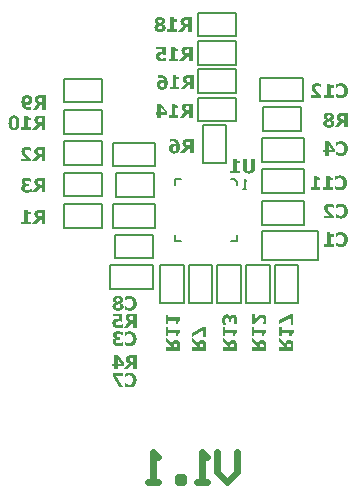
<source format=gbo>
G04*
G04 #@! TF.GenerationSoftware,Altium Limited,Altium Designer,22.5.1 (42)*
G04*
G04 Layer_Color=32896*
%FSLAX44Y44*%
%MOMM*%
G71*
G04*
G04 #@! TF.SameCoordinates,E804C49B-AF08-44B7-9E18-E1C260B47F38*
G04*
G04*
G04 #@! TF.FilePolarity,Positive*
G04*
G01*
G75*
%ADD10C,0.2000*%
%ADD45C,0.6000*%
G36*
X295360Y284426D02*
X295341Y284019D01*
X295305Y283630D01*
X295249Y283278D01*
X295156Y282945D01*
X295064Y282630D01*
X294953Y282352D01*
X294823Y282093D01*
X294712Y281871D01*
X294582Y281667D01*
X294471Y281482D01*
X294360Y281334D01*
X294268Y281223D01*
X294175Y281130D01*
X294119Y281056D01*
X294082Y281019D01*
X294064Y281000D01*
X293805Y280797D01*
X293527Y280612D01*
X293231Y280464D01*
X292916Y280334D01*
X292620Y280223D01*
X292305Y280112D01*
X291694Y279982D01*
X291416Y279927D01*
X291157Y279890D01*
X290935Y279871D01*
X290731Y279853D01*
X290564Y279834D01*
X290324D01*
X289861Y279853D01*
X289435Y279890D01*
X289046Y279945D01*
X288675Y280019D01*
X288342Y280112D01*
X288027Y280204D01*
X287750Y280315D01*
X287491Y280427D01*
X287268Y280538D01*
X287083Y280649D01*
X286916Y280741D01*
X286787Y280834D01*
X286676Y280908D01*
X286602Y280963D01*
X286565Y281000D01*
X286546Y281019D01*
X286324Y281260D01*
X286120Y281519D01*
X285954Y281778D01*
X285805Y282056D01*
X285676Y282352D01*
X285583Y282630D01*
X285491Y282908D01*
X285435Y283186D01*
X285380Y283445D01*
X285343Y283685D01*
X285306Y283889D01*
X285287Y284074D01*
X285268Y284241D01*
Y284352D01*
Y284426D01*
Y284445D01*
Y292148D01*
X288287D01*
Y284611D01*
X288305Y284148D01*
X288361Y283759D01*
X288453Y283426D01*
X288527Y283167D01*
X288620Y282963D01*
X288713Y282815D01*
X288768Y282741D01*
X288787Y282704D01*
X288990Y282519D01*
X289231Y282371D01*
X289490Y282278D01*
X289750Y282204D01*
X289972Y282167D01*
X290157Y282149D01*
X290231Y282130D01*
X290324D01*
X290694Y282149D01*
X291027Y282223D01*
X291286Y282315D01*
X291509Y282445D01*
X291675Y282556D01*
X291786Y282649D01*
X291860Y282723D01*
X291879Y282741D01*
X292027Y283000D01*
X292138Y283297D01*
X292231Y283593D01*
X292286Y283908D01*
X292323Y284185D01*
X292342Y284408D01*
Y284500D01*
Y284556D01*
Y284593D01*
Y284611D01*
Y292148D01*
X295360D01*
Y284426D01*
D02*
G37*
G36*
X279788Y291981D02*
X279825Y291833D01*
X279862Y291685D01*
X279917Y291555D01*
X279954Y291462D01*
X279991Y291388D01*
X280010Y291351D01*
X280028Y291333D01*
X280213Y291111D01*
X280399Y290963D01*
X280491Y290888D01*
X280565Y290851D01*
X280602Y290833D01*
X280621Y290814D01*
X280750Y290759D01*
X280898Y290703D01*
X281195Y290629D01*
X281324Y290611D01*
X281417Y290592D01*
X281491Y290574D01*
X281510D01*
X281898Y290537D01*
X282084D01*
X282250Y290518D01*
X282602D01*
Y288555D01*
X280065D01*
Y282204D01*
X282602D01*
Y280093D01*
X274640D01*
Y282204D01*
X277121D01*
Y292166D01*
X279769D01*
X279788Y291981D01*
D02*
G37*
G36*
X241693Y399982D02*
X238675D01*
Y404408D01*
X237601D01*
X234231Y399982D01*
X230546D01*
X234620Y405093D01*
X234249Y405296D01*
X233916Y405519D01*
X233620Y405759D01*
X233379Y405981D01*
X233194Y406167D01*
X233046Y406315D01*
X232971Y406426D01*
X232934Y406463D01*
X232731Y406815D01*
X232564Y407185D01*
X232453Y407555D01*
X232379Y407926D01*
X232342Y408241D01*
X232323Y408370D01*
X232305Y408500D01*
Y408592D01*
Y408666D01*
Y408703D01*
Y408722D01*
X232323Y409074D01*
X232360Y409389D01*
X232435Y409666D01*
X232490Y409888D01*
X232564Y410074D01*
X232638Y410222D01*
X232675Y410296D01*
X232694Y410333D01*
X232842Y410555D01*
X233027Y410759D01*
X233194Y410944D01*
X233360Y411092D01*
X233508Y411222D01*
X233620Y411314D01*
X233694Y411370D01*
X233731Y411388D01*
X233971Y411518D01*
X234212Y411629D01*
X234434Y411722D01*
X234657Y411796D01*
X234842Y411851D01*
X234971Y411888D01*
X235064Y411907D01*
X235101D01*
X235379Y411944D01*
X235693Y411981D01*
X235971Y411999D01*
X236249Y412018D01*
X236490Y412036D01*
X241693D01*
Y399982D01*
D02*
G37*
G36*
X226491Y411870D02*
X226528Y411722D01*
X226565Y411573D01*
X226620Y411444D01*
X226657Y411351D01*
X226694Y411277D01*
X226713Y411240D01*
X226731Y411222D01*
X226917Y410999D01*
X227102Y410851D01*
X227194Y410777D01*
X227268Y410740D01*
X227305Y410722D01*
X227324Y410703D01*
X227453Y410648D01*
X227602Y410592D01*
X227898Y410518D01*
X228028Y410499D01*
X228120Y410481D01*
X228194Y410462D01*
X228213D01*
X228602Y410425D01*
X228787D01*
X228953Y410407D01*
X229305D01*
Y408444D01*
X226768D01*
Y402093D01*
X229305D01*
Y399982D01*
X221343D01*
Y402093D01*
X223824D01*
Y412055D01*
X226472D01*
X226491Y411870D01*
D02*
G37*
G36*
X215455Y412277D02*
X215807Y412259D01*
X216140Y412203D01*
X216418Y412166D01*
X216640Y412110D01*
X216825Y412055D01*
X216936Y412036D01*
X216955Y412018D01*
X216973D01*
X217269Y411907D01*
X217547Y411796D01*
X217769Y411685D01*
X217973Y411573D01*
X218140Y411481D01*
X218269Y411407D01*
X218343Y411351D01*
X218362Y411333D01*
X218566Y411148D01*
X218732Y410981D01*
X218880Y410796D01*
X219010Y410629D01*
X219103Y410481D01*
X219177Y410370D01*
X219214Y410296D01*
X219232Y410277D01*
X219325Y410055D01*
X219399Y409833D01*
X219436Y409629D01*
X219473Y409444D01*
X219491Y409277D01*
X219510Y409148D01*
Y409074D01*
Y409037D01*
X219491Y408703D01*
X219454Y408389D01*
X219380Y408111D01*
X219306Y407870D01*
X219232Y407667D01*
X219158Y407518D01*
X219121Y407426D01*
X219103Y407389D01*
X218917Y407130D01*
X218695Y406889D01*
X218454Y406685D01*
X218195Y406500D01*
X217973Y406352D01*
X217788Y406241D01*
X217714Y406204D01*
X217658Y406167D01*
X217640Y406148D01*
X217621D01*
Y406093D01*
X217992Y405907D01*
X218325Y405722D01*
X218621Y405519D01*
X218843Y405352D01*
X219028Y405185D01*
X219158Y405056D01*
X219251Y404982D01*
X219269Y404945D01*
X219454Y404667D01*
X219584Y404389D01*
X219695Y404093D01*
X219751Y403834D01*
X219788Y403593D01*
X219806Y403389D01*
X219825Y403315D01*
Y403278D01*
Y403241D01*
Y403223D01*
X219806Y402963D01*
X219788Y402704D01*
X219751Y402463D01*
X219695Y402260D01*
X219639Y402093D01*
X219603Y401963D01*
X219584Y401889D01*
X219566Y401852D01*
X219454Y401612D01*
X219306Y401408D01*
X219177Y401204D01*
X219028Y401038D01*
X218917Y400908D01*
X218806Y400815D01*
X218732Y400741D01*
X218714Y400723D01*
X218473Y400556D01*
X218232Y400408D01*
X217973Y400278D01*
X217732Y400186D01*
X217529Y400093D01*
X217362Y400038D01*
X217251Y400001D01*
X217232Y399982D01*
X217214D01*
X216862Y399889D01*
X216492Y399815D01*
X216140Y399778D01*
X215807Y399741D01*
X215510Y399723D01*
X215399Y399704D01*
X215084D01*
X214677Y399723D01*
X214288Y399741D01*
X213955Y399797D01*
X213659Y399852D01*
X213399Y399889D01*
X213214Y399945D01*
X213159Y399964D01*
X213103D01*
X213085Y399982D01*
X213066D01*
X212751Y400093D01*
X212455Y400204D01*
X212196Y400334D01*
X211974Y400445D01*
X211807Y400556D01*
X211677Y400649D01*
X211585Y400704D01*
X211566Y400723D01*
X211344Y400908D01*
X211159Y401112D01*
X211011Y401315D01*
X210881Y401501D01*
X210770Y401649D01*
X210696Y401778D01*
X210659Y401852D01*
X210641Y401889D01*
X210529Y402149D01*
X210455Y402389D01*
X210381Y402649D01*
X210344Y402871D01*
X210326Y403056D01*
X210307Y403204D01*
Y403297D01*
Y403334D01*
X210326Y403722D01*
X210400Y404093D01*
X210492Y404408D01*
X210585Y404685D01*
X210696Y404907D01*
X210789Y405074D01*
X210863Y405167D01*
X210881Y405204D01*
X211122Y405481D01*
X211400Y405741D01*
X211696Y405963D01*
X211974Y406148D01*
X212233Y406296D01*
X212437Y406389D01*
X212529Y406426D01*
X212585Y406463D01*
X212622Y406481D01*
X212640D01*
Y406537D01*
X212288Y406722D01*
X211974Y406907D01*
X211714Y407111D01*
X211492Y407278D01*
X211326Y407444D01*
X211215Y407574D01*
X211140Y407648D01*
X211122Y407685D01*
X210955Y407963D01*
X210826Y408222D01*
X210752Y408481D01*
X210678Y408722D01*
X210641Y408926D01*
X210622Y409092D01*
Y409203D01*
Y409240D01*
X210641Y409481D01*
X210659Y409722D01*
X210714Y409925D01*
X210770Y410111D01*
X210826Y410259D01*
X210863Y410370D01*
X210900Y410444D01*
X210918Y410462D01*
X211048Y410666D01*
X211178Y410851D01*
X211326Y411018D01*
X211455Y411148D01*
X211585Y411259D01*
X211677Y411351D01*
X211751Y411407D01*
X211770Y411425D01*
X211974Y411573D01*
X212196Y411685D01*
X212418Y411796D01*
X212640Y411888D01*
X212825Y411962D01*
X212974Y412018D01*
X213085Y412036D01*
X213103Y412055D01*
X213122D01*
X213437Y412129D01*
X213770Y412203D01*
X214103Y412240D01*
X214399Y412259D01*
X214677Y412277D01*
X214881Y412296D01*
X215066D01*
X215455Y412277D01*
D02*
G37*
G36*
X328018Y151842D02*
X325740D01*
Y157563D01*
X315964Y152212D01*
Y155564D01*
X325611Y160711D01*
X328018D01*
Y151842D01*
D02*
G37*
G36*
X318074Y147416D02*
X328036D01*
Y144768D01*
X327851Y144750D01*
X327703Y144713D01*
X327555Y144676D01*
X327425Y144620D01*
X327333Y144583D01*
X327259Y144546D01*
X327222Y144528D01*
X327203Y144509D01*
X326981Y144324D01*
X326833Y144139D01*
X326759Y144046D01*
X326722Y143972D01*
X326703Y143935D01*
X326685Y143917D01*
X326629Y143787D01*
X326574Y143639D01*
X326500Y143343D01*
X326481Y143213D01*
X326463Y143120D01*
X326444Y143047D01*
Y143028D01*
X326407Y142639D01*
Y142454D01*
X326389Y142287D01*
Y141936D01*
X324426D01*
Y144472D01*
X318074D01*
Y141936D01*
X315964D01*
Y149898D01*
X318074D01*
Y147416D01*
D02*
G37*
G36*
X321074Y136621D02*
X321278Y136992D01*
X321500Y137325D01*
X321741Y137621D01*
X321963Y137862D01*
X322148Y138047D01*
X322296Y138195D01*
X322407Y138269D01*
X322444Y138306D01*
X322796Y138510D01*
X323167Y138677D01*
X323537Y138788D01*
X323907Y138862D01*
X324222Y138899D01*
X324352Y138917D01*
X324481Y138936D01*
X324574D01*
X324648D01*
X324685D01*
X324703D01*
X325055Y138917D01*
X325370Y138880D01*
X325648Y138806D01*
X325870Y138751D01*
X326055Y138677D01*
X326203Y138603D01*
X326277Y138566D01*
X326314Y138547D01*
X326537Y138399D01*
X326740Y138214D01*
X326925Y138047D01*
X327074Y137880D01*
X327203Y137732D01*
X327296Y137621D01*
X327351Y137547D01*
X327370Y137510D01*
X327499Y137269D01*
X327611Y137029D01*
X327703Y136806D01*
X327777Y136584D01*
X327833Y136399D01*
X327870Y136269D01*
X327888Y136177D01*
Y136140D01*
X327925Y135862D01*
X327962Y135547D01*
X327981Y135269D01*
X327999Y134992D01*
X328018Y134751D01*
Y129548D01*
X315964D01*
Y132566D01*
X320389D01*
Y133640D01*
X315964Y137010D01*
Y140695D01*
X321074Y136621D01*
D02*
G37*
G36*
X215936Y363249D02*
X216473Y363194D01*
X216955Y363101D01*
X217177Y363064D01*
X217362Y363009D01*
X217547Y362953D01*
X217714Y362916D01*
X217844Y362879D01*
X217955Y362823D01*
X218047Y362805D01*
X218121Y362768D01*
X218158Y362749D01*
X218177D01*
X218603Y362546D01*
X218973Y362323D01*
X219306Y362083D01*
X219566Y361861D01*
X219788Y361657D01*
X219954Y361490D01*
X220047Y361379D01*
X220084Y361361D01*
Y361342D01*
X220362Y360972D01*
X220584Y360602D01*
X220769Y360231D01*
X220936Y359898D01*
X221047Y359602D01*
X221103Y359472D01*
X221121Y359361D01*
X221158Y359287D01*
X221177Y359213D01*
X221195Y359176D01*
Y359157D01*
X221306Y358694D01*
X221380Y358194D01*
X221454Y357731D01*
X221491Y357287D01*
Y357102D01*
X221510Y356917D01*
Y356750D01*
X221528Y356620D01*
Y356491D01*
Y356417D01*
Y356361D01*
Y356343D01*
X221510Y355787D01*
X221473Y355287D01*
X221417Y354843D01*
X221343Y354454D01*
X221325Y354287D01*
X221288Y354139D01*
X221251Y354010D01*
X221232Y353917D01*
X221214Y353824D01*
X221195Y353769D01*
X221177Y353732D01*
Y353713D01*
X221028Y353325D01*
X220862Y352973D01*
X220677Y352658D01*
X220510Y352399D01*
X220362Y352195D01*
X220232Y352047D01*
X220158Y351954D01*
X220121Y351917D01*
X219899Y351713D01*
X219658Y351528D01*
X219436Y351380D01*
X219214Y351251D01*
X219029Y351158D01*
X218862Y351084D01*
X218769Y351047D01*
X218732Y351028D01*
X218418Y350936D01*
X218084Y350862D01*
X217770Y350806D01*
X217473Y350769D01*
X217214Y350751D01*
X217029Y350732D01*
X216844D01*
X216455Y350751D01*
X216103Y350788D01*
X215770Y350843D01*
X215436Y350917D01*
X215159Y351010D01*
X214881Y351121D01*
X214640Y351232D01*
X214418Y351343D01*
X214214Y351454D01*
X214029Y351565D01*
X213881Y351676D01*
X213770Y351769D01*
X213677Y351843D01*
X213603Y351899D01*
X213566Y351936D01*
X213548Y351954D01*
X213326Y352195D01*
X213140Y352436D01*
X212974Y352695D01*
X212844Y352954D01*
X212715Y353213D01*
X212622Y353491D01*
X212474Y353973D01*
X212418Y354213D01*
X212381Y354417D01*
X212363Y354602D01*
X212344Y354769D01*
X212326Y354898D01*
Y354991D01*
Y355065D01*
Y355084D01*
X212344Y355509D01*
X212381Y355898D01*
X212437Y356232D01*
X212511Y356528D01*
X212585Y356750D01*
X212640Y356917D01*
X212677Y357028D01*
X212696Y357065D01*
X212844Y357343D01*
X213011Y357583D01*
X213178Y357805D01*
X213326Y357991D01*
X213474Y358139D01*
X213585Y358231D01*
X213659Y358305D01*
X213696Y358324D01*
X214048Y358546D01*
X214214Y358620D01*
X214363Y358694D01*
X214511Y358750D01*
X214622Y358787D01*
X214696Y358824D01*
X214714D01*
X215140Y358935D01*
X215344Y358972D01*
X215529Y358991D01*
X215677Y359009D01*
X215918D01*
X216196Y358991D01*
X216455Y358972D01*
X216696Y358935D01*
X216899Y358898D01*
X217066Y358842D01*
X217196Y358805D01*
X217270Y358787D01*
X217307Y358768D01*
X217751Y358583D01*
X217955Y358491D01*
X218140Y358398D01*
X218288Y358305D01*
X218399Y358231D01*
X218492Y358194D01*
X218510Y358176D01*
X218418Y358676D01*
X218288Y359102D01*
X218121Y359454D01*
X217973Y359768D01*
X217807Y359990D01*
X217696Y360176D01*
X217603Y360268D01*
X217566Y360305D01*
X217251Y360564D01*
X216899Y360750D01*
X216529Y360879D01*
X216177Y360972D01*
X215862Y361027D01*
X215733Y361046D01*
X215603D01*
X215511Y361064D01*
X215159D01*
X214937Y361046D01*
X214751Y361027D01*
X214585Y360990D01*
X214455Y360972D01*
X214363Y360935D01*
X214288Y360916D01*
X214270D01*
X214103Y360879D01*
X213955Y360824D01*
X213844Y360787D01*
X213733Y360750D01*
X213659Y360731D01*
X213603Y360713D01*
X213585Y360694D01*
X213344D01*
Y363064D01*
X213437Y363083D01*
X213566Y363101D01*
X213825Y363138D01*
X213955Y363157D01*
X214066D01*
X214140Y363175D01*
X214159D01*
X214585Y363231D01*
X214788Y363249D01*
X214974D01*
X215122Y363268D01*
X215344D01*
X215936Y363249D01*
D02*
G37*
G36*
X243674Y350991D02*
X240656D01*
Y355417D01*
X239582D01*
X236212Y350991D01*
X232527D01*
X236601Y356102D01*
X236231Y356306D01*
X235897Y356528D01*
X235601Y356769D01*
X235360Y356991D01*
X235175Y357176D01*
X235027Y357324D01*
X234953Y357435D01*
X234916Y357472D01*
X234712Y357824D01*
X234546Y358194D01*
X234435Y358565D01*
X234360Y358935D01*
X234323Y359250D01*
X234305Y359379D01*
X234286Y359509D01*
Y359602D01*
Y359676D01*
Y359713D01*
Y359731D01*
X234305Y360083D01*
X234342Y360398D01*
X234416Y360676D01*
X234471Y360898D01*
X234546Y361083D01*
X234620Y361231D01*
X234657Y361305D01*
X234675Y361342D01*
X234823Y361564D01*
X235009Y361768D01*
X235175Y361953D01*
X235342Y362101D01*
X235490Y362231D01*
X235601Y362323D01*
X235675Y362379D01*
X235712Y362398D01*
X235953Y362527D01*
X236194Y362638D01*
X236416Y362731D01*
X236638Y362805D01*
X236823Y362860D01*
X236953Y362897D01*
X237045Y362916D01*
X237082D01*
X237360Y362953D01*
X237675Y362990D01*
X237953Y363009D01*
X238230Y363027D01*
X238471Y363046D01*
X243674D01*
Y350991D01*
D02*
G37*
G36*
X228472Y362879D02*
X228509Y362731D01*
X228546Y362583D01*
X228602Y362453D01*
X228639Y362361D01*
X228676Y362286D01*
X228694Y362249D01*
X228713Y362231D01*
X228898Y362009D01*
X229083Y361861D01*
X229176Y361787D01*
X229250Y361749D01*
X229287Y361731D01*
X229305Y361712D01*
X229435Y361657D01*
X229583Y361601D01*
X229879Y361527D01*
X230009Y361509D01*
X230102Y361490D01*
X230176Y361472D01*
X230194D01*
X230583Y361435D01*
X230768D01*
X230935Y361416D01*
X231287D01*
Y359454D01*
X228750D01*
Y353102D01*
X231287D01*
Y350991D01*
X223325D01*
Y353102D01*
X225806D01*
Y363064D01*
X228454D01*
X228472Y362879D01*
D02*
G37*
G36*
X219741Y380389D02*
X219482D01*
X219130Y380463D01*
X218945Y380500D01*
X218779Y380537D01*
X218631Y380574D01*
X218519Y380593D01*
X218427Y380611D01*
X218408D01*
X217945Y380685D01*
X217723Y380704D01*
X217519D01*
X217353Y380722D01*
X217112D01*
X216779Y380704D01*
X216612Y380685D01*
X216446D01*
X216316Y380667D01*
X216205Y380648D01*
X216131Y380630D01*
X216112D01*
X215890Y380593D01*
X215705Y380537D01*
X215538Y380481D01*
X215390Y380426D01*
X215279Y380370D01*
X215186Y380315D01*
X215131Y380296D01*
X215112Y380278D01*
X214909Y380130D01*
X214760Y379963D01*
X214723Y379889D01*
X214687Y379833D01*
X214649Y379796D01*
Y379778D01*
X214538Y379537D01*
X214483Y379315D01*
X214464Y379204D01*
Y379130D01*
Y379074D01*
Y379056D01*
Y378871D01*
X214483Y378704D01*
X214501Y378556D01*
X214538Y378445D01*
X214557Y378352D01*
X214594Y378278D01*
X214612Y378241D01*
Y378223D01*
X214723Y378019D01*
X214853Y377852D01*
X214964Y377723D01*
X214983Y377704D01*
X215001Y377686D01*
X215131Y377574D01*
X215261Y377482D01*
X215557Y377352D01*
X215686Y377315D01*
X215779Y377278D01*
X215853Y377260D01*
X215872D01*
X216260Y377204D01*
X216427Y377167D01*
X216575D01*
X216705Y377149D01*
X216890D01*
X217260Y377167D01*
X217427Y377186D01*
X217575Y377204D01*
X217705Y377223D01*
X217797Y377241D01*
X217853Y377260D01*
X217871D01*
X218186Y377352D01*
X218334Y377389D01*
X218464Y377445D01*
X218575Y377482D01*
X218668Y377519D01*
X218723Y377537D01*
X218742D01*
X218908Y377612D01*
X219056Y377667D01*
X219186Y377723D01*
X219279Y377778D01*
X219371Y377815D01*
X219427Y377852D01*
X219464Y377871D01*
X219482D01*
X219686Y377982D01*
X219853Y378093D01*
X219964Y378167D01*
X219982Y378186D01*
X220260D01*
Y375556D01*
X220019Y375463D01*
X219741Y375371D01*
X219482Y375278D01*
X219223Y375204D01*
X219001Y375149D01*
X218834Y375112D01*
X218760Y375093D01*
X218705D01*
X218686Y375075D01*
X218668D01*
X218297Y375001D01*
X217890Y374945D01*
X217519Y374908D01*
X217149Y374871D01*
X216834Y374852D01*
X216686D01*
X216575Y374834D01*
X216353D01*
X215909Y374852D01*
X215483Y374889D01*
X215131Y374927D01*
X214816Y375001D01*
X214557Y375056D01*
X214372Y375093D01*
X214316Y375112D01*
X214261Y375130D01*
X214242Y375149D01*
X214223D01*
X213909Y375278D01*
X213612Y375426D01*
X213372Y375575D01*
X213150Y375704D01*
X212964Y375834D01*
X212835Y375945D01*
X212761Y376019D01*
X212724Y376038D01*
X212502Y376260D01*
X212298Y376501D01*
X212131Y376723D01*
X212002Y376945D01*
X211891Y377130D01*
X211816Y377278D01*
X211779Y377371D01*
X211761Y377408D01*
X211650Y377723D01*
X211576Y378019D01*
X211502Y378315D01*
X211465Y378593D01*
X211446Y378834D01*
X211427Y379000D01*
Y379074D01*
Y379130D01*
Y379148D01*
Y379167D01*
X211446Y379556D01*
X211483Y379907D01*
X211557Y380222D01*
X211613Y380481D01*
X211687Y380685D01*
X211761Y380852D01*
X211798Y380945D01*
X211816Y380981D01*
X211964Y381259D01*
X212150Y381481D01*
X212335Y381704D01*
X212502Y381870D01*
X212650Y382000D01*
X212779Y382111D01*
X212853Y382166D01*
X212890Y382185D01*
X213113Y382315D01*
X213335Y382426D01*
X213538Y382518D01*
X213742Y382592D01*
X213927Y382648D01*
X214057Y382685D01*
X214149Y382722D01*
X214186D01*
X214742Y382833D01*
X215020Y382870D01*
X215261Y382889D01*
X215483Y382907D01*
X216131D01*
X216205Y382889D01*
X216316D01*
X216538Y382870D01*
X216723D01*
X216797Y382852D01*
X216890D01*
Y384870D01*
X211761D01*
Y387147D01*
X219741D01*
Y380389D01*
D02*
G37*
G36*
X242572Y375093D02*
X239554D01*
Y379519D01*
X238480D01*
X235110Y375093D01*
X231425D01*
X235499Y380204D01*
X235129Y380407D01*
X234795Y380630D01*
X234499Y380870D01*
X234258Y381093D01*
X234073Y381278D01*
X233925Y381426D01*
X233851Y381537D01*
X233814Y381574D01*
X233610Y381926D01*
X233444Y382296D01*
X233333Y382667D01*
X233259Y383037D01*
X233222Y383352D01*
X233203Y383481D01*
X233185Y383611D01*
Y383703D01*
Y383778D01*
Y383815D01*
Y383833D01*
X233203Y384185D01*
X233240Y384500D01*
X233314Y384777D01*
X233370Y385000D01*
X233444Y385185D01*
X233518Y385333D01*
X233555Y385407D01*
X233573Y385444D01*
X233722Y385666D01*
X233907Y385870D01*
X234073Y386055D01*
X234240Y386203D01*
X234388Y386333D01*
X234499Y386425D01*
X234573Y386481D01*
X234610Y386499D01*
X234851Y386629D01*
X235092Y386740D01*
X235314Y386833D01*
X235536Y386907D01*
X235721Y386962D01*
X235851Y386999D01*
X235944Y387018D01*
X235981D01*
X236258Y387055D01*
X236573Y387092D01*
X236851Y387110D01*
X237129Y387129D01*
X237369Y387147D01*
X242572D01*
Y375093D01*
D02*
G37*
G36*
X227370Y386981D02*
X227407Y386833D01*
X227444Y386685D01*
X227500Y386555D01*
X227537Y386462D01*
X227574Y386388D01*
X227593Y386351D01*
X227611Y386333D01*
X227796Y386111D01*
X227981Y385962D01*
X228074Y385888D01*
X228148Y385851D01*
X228185Y385833D01*
X228204Y385814D01*
X228333Y385759D01*
X228481Y385703D01*
X228778Y385629D01*
X228907Y385611D01*
X229000Y385592D01*
X229074Y385574D01*
X229092D01*
X229481Y385537D01*
X229666D01*
X229833Y385518D01*
X230185D01*
Y383555D01*
X227648D01*
Y377204D01*
X230185D01*
Y375093D01*
X222223D01*
Y377204D01*
X224704D01*
Y387166D01*
X227352D01*
X227370Y386981D01*
D02*
G37*
G36*
X242785Y326982D02*
X239767D01*
Y331408D01*
X238693D01*
X235323Y326982D01*
X231638D01*
X235712Y332093D01*
X235342Y332296D01*
X235008Y332519D01*
X234712Y332759D01*
X234471Y332981D01*
X234286Y333167D01*
X234138Y333315D01*
X234064Y333426D01*
X234027Y333463D01*
X233823Y333815D01*
X233657Y334185D01*
X233546Y334555D01*
X233472Y334926D01*
X233435Y335241D01*
X233416Y335370D01*
X233398Y335500D01*
Y335592D01*
Y335666D01*
Y335703D01*
Y335722D01*
X233416Y336074D01*
X233453Y336389D01*
X233527Y336666D01*
X233583Y336889D01*
X233657Y337074D01*
X233731Y337222D01*
X233768Y337296D01*
X233786Y337333D01*
X233934Y337555D01*
X234120Y337759D01*
X234286Y337944D01*
X234453Y338092D01*
X234601Y338222D01*
X234712Y338314D01*
X234786Y338370D01*
X234823Y338388D01*
X235064Y338518D01*
X235305Y338629D01*
X235527Y338722D01*
X235749Y338796D01*
X235934Y338851D01*
X236064Y338888D01*
X236156Y338907D01*
X236194D01*
X236471Y338944D01*
X236786Y338981D01*
X237064Y338999D01*
X237341Y339018D01*
X237582Y339036D01*
X242785D01*
Y326982D01*
D02*
G37*
G36*
X227583Y338870D02*
X227620Y338722D01*
X227657Y338573D01*
X227713Y338444D01*
X227750Y338351D01*
X227787Y338277D01*
X227806Y338240D01*
X227824Y338222D01*
X228009Y337999D01*
X228194Y337851D01*
X228287Y337777D01*
X228361Y337740D01*
X228398Y337722D01*
X228417Y337703D01*
X228546Y337648D01*
X228694Y337592D01*
X228990Y337518D01*
X229120Y337500D01*
X229213Y337481D01*
X229287Y337463D01*
X229305D01*
X229694Y337425D01*
X229879D01*
X230046Y337407D01*
X230398D01*
Y335444D01*
X227861D01*
Y329093D01*
X230398D01*
Y326982D01*
X222436D01*
Y329093D01*
X224917D01*
Y339055D01*
X227565D01*
X227583Y338870D01*
D02*
G37*
G36*
X221065Y332037D02*
Y329797D01*
X215788D01*
Y326945D01*
X212844D01*
Y329797D01*
X211215D01*
Y331963D01*
X212844D01*
Y339036D01*
X215899D01*
X221065Y332037D01*
D02*
G37*
G36*
X271861Y160656D02*
X272102Y160637D01*
X272306Y160600D01*
X272472Y160563D01*
X272621Y160508D01*
X272713Y160471D01*
X272787Y160452D01*
X272806Y160434D01*
X272991Y160341D01*
X273139Y160230D01*
X273287Y160137D01*
X273398Y160045D01*
X273491Y159952D01*
X273565Y159878D01*
X273602Y159841D01*
X273620Y159823D01*
X273750Y159674D01*
X273843Y159526D01*
X274009Y159286D01*
X274046Y159174D01*
X274083Y159100D01*
X274120Y159045D01*
Y159026D01*
X274213Y158730D01*
X274250Y158582D01*
X274287Y158452D01*
X274305Y158341D01*
X274324Y158267D01*
X274343Y158212D01*
Y158193D01*
X274454D01*
X274565Y158545D01*
X274713Y158841D01*
X274861Y159100D01*
X275046Y159341D01*
X275194Y159508D01*
X275324Y159637D01*
X275417Y159730D01*
X275454Y159748D01*
X275750Y159952D01*
X276065Y160100D01*
X276361Y160211D01*
X276639Y160285D01*
X276879Y160322D01*
X277083Y160359D01*
X277157D01*
X277213D01*
X277231D01*
X277250D01*
X277527Y160341D01*
X277768Y160304D01*
X277990Y160267D01*
X278194Y160211D01*
X278361Y160137D01*
X278472Y160100D01*
X278564Y160063D01*
X278583Y160045D01*
X278787Y159915D01*
X278990Y159767D01*
X279157Y159619D01*
X279286Y159471D01*
X279398Y159323D01*
X279472Y159212D01*
X279527Y159137D01*
X279546Y159119D01*
X279675Y158897D01*
X279786Y158674D01*
X279879Y158452D01*
X279953Y158230D01*
X280009Y158045D01*
X280046Y157897D01*
X280083Y157804D01*
Y157767D01*
X280157Y157471D01*
X280194Y157156D01*
X280231Y156841D01*
X280268Y156545D01*
Y156304D01*
X280286Y156101D01*
Y155915D01*
X280268Y155508D01*
X280249Y155101D01*
X280212Y154749D01*
X280157Y154416D01*
X280101Y154138D01*
X280083Y154027D01*
X280064Y153934D01*
X280046Y153860D01*
Y153805D01*
X280027Y153768D01*
Y153749D01*
X279935Y153379D01*
X279842Y153046D01*
X279768Y152768D01*
X279694Y152527D01*
X279620Y152323D01*
X279564Y152194D01*
X279546Y152120D01*
X279527Y152083D01*
X276953D01*
Y152323D01*
X277046Y152490D01*
X277139Y152675D01*
X277176Y152749D01*
X277213Y152823D01*
X277250Y152860D01*
Y152879D01*
X277379Y153138D01*
X277490Y153379D01*
X277527Y153453D01*
X277565Y153527D01*
X277583Y153564D01*
Y153582D01*
X277694Y153916D01*
X277750Y154064D01*
X277787Y154193D01*
X277824Y154305D01*
X277842Y154397D01*
X277861Y154453D01*
Y154471D01*
X277935Y154804D01*
X277953Y154971D01*
Y155101D01*
X277972Y155212D01*
Y155601D01*
X277953Y155823D01*
X277935Y155915D01*
Y155990D01*
X277916Y156027D01*
Y156045D01*
X277861Y156323D01*
X277787Y156527D01*
X277768Y156619D01*
X277731Y156675D01*
X277713Y156712D01*
Y156730D01*
X277602Y156897D01*
X277472Y157027D01*
X277379Y157101D01*
X277361Y157138D01*
X277342D01*
X277157Y157249D01*
X276972Y157304D01*
X276879Y157323D01*
X276805D01*
X276768D01*
X276750D01*
X276583D01*
X276435Y157286D01*
X276305Y157267D01*
X276213Y157230D01*
X276120Y157193D01*
X276065Y157175D01*
X276028Y157138D01*
X276009D01*
X275824Y156989D01*
X275694Y156823D01*
X275639Y156749D01*
X275620Y156693D01*
X275583Y156656D01*
Y156638D01*
X275491Y156378D01*
X275435Y156119D01*
X275398Y156008D01*
Y155915D01*
X275380Y155860D01*
Y155842D01*
X275361Y155490D01*
Y155323D01*
X275343Y155175D01*
Y154379D01*
X273232D01*
Y155527D01*
X273213Y155656D01*
Y155842D01*
X273195Y156045D01*
X273176Y156212D01*
X273158Y156378D01*
X273120Y156508D01*
X273102Y156619D01*
X273065Y156693D01*
X273046Y156749D01*
Y156767D01*
X272917Y157027D01*
X272787Y157230D01*
X272713Y157304D01*
X272676Y157360D01*
X272639Y157378D01*
X272621Y157397D01*
X272509Y157471D01*
X272380Y157545D01*
X272102Y157600D01*
X271973Y157619D01*
X271880Y157638D01*
X271806D01*
X271787D01*
X271602D01*
X271436Y157619D01*
X271287Y157582D01*
X271158Y157563D01*
X271065Y157527D01*
X270991Y157489D01*
X270954Y157471D01*
X270935D01*
X270732Y157323D01*
X270584Y157193D01*
X270473Y157082D01*
X270454Y157045D01*
X270436Y157027D01*
X270269Y156749D01*
X270176Y156453D01*
X270139Y156341D01*
X270121Y156249D01*
X270102Y156175D01*
Y156156D01*
X270065Y155786D01*
X270047Y155638D01*
Y155490D01*
X270028Y155379D01*
Y155212D01*
X270047Y154934D01*
X270084Y154638D01*
X270121Y154360D01*
X270176Y154119D01*
X270232Y153897D01*
X270287Y153712D01*
X270306Y153601D01*
X270324Y153582D01*
Y153564D01*
X270454Y153249D01*
X270584Y152953D01*
X270695Y152675D01*
X270824Y152453D01*
X270935Y152268D01*
X271010Y152120D01*
X271065Y152046D01*
X271084Y152008D01*
Y151731D01*
X268473D01*
X268362Y151990D01*
X268269Y152249D01*
X268177Y152527D01*
X268102Y152786D01*
X268047Y153008D01*
X267991Y153194D01*
X267973Y153268D01*
Y153323D01*
X267954Y153342D01*
Y153360D01*
X267880Y153749D01*
X267825Y154157D01*
X267769Y154564D01*
X267751Y154934D01*
X267732Y155267D01*
X267714Y155416D01*
Y155767D01*
X267732Y156212D01*
X267751Y156619D01*
X267788Y156971D01*
X267843Y157286D01*
X267899Y157527D01*
X267936Y157712D01*
X267954Y157767D01*
Y157823D01*
X267973Y157841D01*
Y157860D01*
X268084Y158175D01*
X268214Y158471D01*
X268343Y158730D01*
X268473Y158952D01*
X268584Y159119D01*
X268676Y159267D01*
X268732Y159341D01*
X268751Y159378D01*
X268954Y159600D01*
X269158Y159804D01*
X269380Y159952D01*
X269565Y160100D01*
X269732Y160211D01*
X269880Y160285D01*
X269954Y160322D01*
X269991Y160341D01*
X270269Y160452D01*
X270565Y160526D01*
X270824Y160600D01*
X271084Y160637D01*
X271306Y160656D01*
X271472Y160674D01*
X271584D01*
X271602D01*
X271621D01*
X271861Y160656D01*
D02*
G37*
G36*
X270084Y147416D02*
X280046D01*
Y144768D01*
X279860Y144750D01*
X279712Y144713D01*
X279564Y144676D01*
X279435Y144620D01*
X279342Y144583D01*
X279268Y144546D01*
X279231Y144528D01*
X279212Y144509D01*
X278990Y144324D01*
X278842Y144139D01*
X278768Y144046D01*
X278731Y143972D01*
X278713Y143935D01*
X278694Y143917D01*
X278638Y143787D01*
X278583Y143639D01*
X278509Y143343D01*
X278490Y143213D01*
X278472Y143121D01*
X278453Y143047D01*
Y143028D01*
X278416Y142639D01*
Y142454D01*
X278398Y142287D01*
Y141936D01*
X276435D01*
Y144472D01*
X270084D01*
Y141936D01*
X267973D01*
Y149898D01*
X270084D01*
Y147416D01*
D02*
G37*
G36*
X273083Y136621D02*
X273287Y136992D01*
X273509Y137325D01*
X273750Y137621D01*
X273972Y137862D01*
X274157Y138047D01*
X274305Y138195D01*
X274417Y138269D01*
X274454Y138306D01*
X274806Y138510D01*
X275176Y138677D01*
X275546Y138788D01*
X275917Y138862D01*
X276231Y138899D01*
X276361Y138917D01*
X276490Y138936D01*
X276583D01*
X276657D01*
X276694D01*
X276713D01*
X277064Y138917D01*
X277379Y138880D01*
X277657Y138806D01*
X277879Y138751D01*
X278064Y138677D01*
X278213Y138603D01*
X278287Y138566D01*
X278324Y138547D01*
X278546Y138399D01*
X278750Y138214D01*
X278935Y138047D01*
X279083Y137880D01*
X279212Y137732D01*
X279305Y137621D01*
X279361Y137547D01*
X279379Y137510D01*
X279509Y137269D01*
X279620Y137029D01*
X279712Y136806D01*
X279786Y136584D01*
X279842Y136399D01*
X279879Y136269D01*
X279898Y136177D01*
Y136140D01*
X279935Y135862D01*
X279972Y135547D01*
X279990Y135269D01*
X280009Y134992D01*
X280027Y134751D01*
Y129548D01*
X267973D01*
Y132566D01*
X272398D01*
Y133640D01*
X267973Y137010D01*
Y140695D01*
X273083Y136621D01*
D02*
G37*
G36*
X295139Y155860D02*
X295232Y155990D01*
X295361Y156156D01*
X295621Y156471D01*
X295732Y156619D01*
X295824Y156749D01*
X295898Y156823D01*
X295917Y156860D01*
X296361Y157378D01*
X296584Y157600D01*
X296787Y157823D01*
X296954Y158008D01*
X297084Y158138D01*
X297176Y158230D01*
X297213Y158267D01*
X297639Y158674D01*
X298046Y159026D01*
X298417Y159304D01*
X298750Y159545D01*
X299009Y159711D01*
X299120Y159785D01*
X299213Y159841D01*
X299305Y159878D01*
X299361Y159915D01*
X299380Y159934D01*
X299398D01*
X299787Y160100D01*
X300157Y160230D01*
X300509Y160322D01*
X300824Y160397D01*
X301102Y160434D01*
X301213D01*
X301305Y160452D01*
X301379D01*
X301435D01*
X301472D01*
X301490D01*
X301805Y160434D01*
X302102Y160397D01*
X302379Y160341D01*
X302638Y160285D01*
X302879Y160193D01*
X303102Y160100D01*
X303305Y160008D01*
X303472Y159897D01*
X303638Y159785D01*
X303787Y159693D01*
X303898Y159600D01*
X303990Y159508D01*
X304083Y159452D01*
X304138Y159397D01*
X304157Y159360D01*
X304175Y159341D01*
X304342Y159119D01*
X304490Y158878D01*
X304620Y158638D01*
X304731Y158360D01*
X304898Y157823D01*
X305027Y157304D01*
X305064Y157045D01*
X305083Y156823D01*
X305101Y156619D01*
X305120Y156434D01*
X305138Y156286D01*
Y156082D01*
X305120Y155712D01*
X305101Y155342D01*
X305064Y154990D01*
X305009Y154656D01*
X304953Y154397D01*
X304935Y154268D01*
X304916Y154175D01*
X304898Y154101D01*
Y154045D01*
X304879Y154008D01*
Y153990D01*
X304786Y153619D01*
X304694Y153286D01*
X304601Y153027D01*
X304527Y152805D01*
X304472Y152638D01*
X304416Y152508D01*
X304398Y152434D01*
X304379Y152416D01*
X301750D01*
Y152638D01*
X301824Y152768D01*
X301916Y152916D01*
X301991Y153027D01*
X302027Y153064D01*
Y153083D01*
X302176Y153323D01*
X302305Y153545D01*
X302342Y153638D01*
X302379Y153712D01*
X302416Y153768D01*
Y153786D01*
X302527Y154101D01*
X302583Y154230D01*
X302620Y154360D01*
X302657Y154471D01*
X302676Y154545D01*
X302694Y154601D01*
Y154619D01*
X302768Y154934D01*
X302787Y155082D01*
X302805Y155212D01*
X302824Y155323D01*
Y155490D01*
X302805Y155804D01*
X302750Y156082D01*
X302676Y156323D01*
X302602Y156527D01*
X302509Y156675D01*
X302435Y156786D01*
X302379Y156860D01*
X302361Y156878D01*
X302176Y157045D01*
X301972Y157175D01*
X301768Y157267D01*
X301565Y157341D01*
X301379Y157378D01*
X301213Y157397D01*
X301120D01*
X301102D01*
X301083D01*
X300805Y157378D01*
X300546Y157341D01*
X300305Y157267D01*
X300083Y157193D01*
X299898Y157119D01*
X299769Y157045D01*
X299676Y157008D01*
X299639Y156989D01*
X299361Y156823D01*
X299083Y156619D01*
X298806Y156416D01*
X298565Y156212D01*
X298343Y156008D01*
X298158Y155860D01*
X298046Y155749D01*
X298028Y155730D01*
X298009Y155712D01*
X297732Y155453D01*
X297472Y155175D01*
X297213Y154916D01*
X296973Y154656D01*
X296787Y154434D01*
X296621Y154268D01*
X296528Y154157D01*
X296509Y154138D01*
X296491Y154119D01*
X296195Y153786D01*
X295898Y153434D01*
X295621Y153101D01*
X295361Y152786D01*
X295139Y152527D01*
X294973Y152305D01*
X294917Y152231D01*
X294862Y152175D01*
X294843Y152138D01*
X294825Y152120D01*
X292862D01*
Y160971D01*
X295139D01*
Y155860D01*
D02*
G37*
G36*
X294973Y147416D02*
X304935D01*
Y144768D01*
X304749Y144750D01*
X304601Y144713D01*
X304453Y144676D01*
X304324Y144620D01*
X304231Y144583D01*
X304157Y144546D01*
X304120Y144528D01*
X304101Y144509D01*
X303879Y144324D01*
X303731Y144139D01*
X303657Y144046D01*
X303620Y143972D01*
X303601Y143935D01*
X303583Y143917D01*
X303527Y143787D01*
X303472Y143639D01*
X303398Y143343D01*
X303379Y143213D01*
X303361Y143121D01*
X303342Y143047D01*
Y143028D01*
X303305Y142639D01*
Y142454D01*
X303287Y142287D01*
Y141936D01*
X301324D01*
Y144472D01*
X294973D01*
Y141936D01*
X292862D01*
Y149898D01*
X294973D01*
Y147416D01*
D02*
G37*
G36*
X297972Y136621D02*
X298176Y136992D01*
X298398Y137325D01*
X298639Y137621D01*
X298861Y137862D01*
X299046Y138047D01*
X299194Y138195D01*
X299305Y138269D01*
X299343Y138306D01*
X299694Y138510D01*
X300065Y138677D01*
X300435Y138788D01*
X300805Y138862D01*
X301120Y138899D01*
X301250Y138917D01*
X301379Y138936D01*
X301472D01*
X301546D01*
X301583D01*
X301602D01*
X301953Y138917D01*
X302268Y138880D01*
X302546Y138806D01*
X302768Y138751D01*
X302953Y138677D01*
X303102Y138603D01*
X303176Y138566D01*
X303213Y138547D01*
X303435Y138399D01*
X303638Y138214D01*
X303824Y138047D01*
X303972Y137880D01*
X304101Y137732D01*
X304194Y137621D01*
X304249Y137547D01*
X304268Y137510D01*
X304398Y137269D01*
X304509Y137029D01*
X304601Y136806D01*
X304675Y136584D01*
X304731Y136399D01*
X304768Y136269D01*
X304786Y136177D01*
Y136140D01*
X304823Y135862D01*
X304860Y135547D01*
X304879Y135269D01*
X304898Y134992D01*
X304916Y134751D01*
Y129548D01*
X292862D01*
Y132566D01*
X297287D01*
Y133640D01*
X292862Y137010D01*
Y140695D01*
X297972Y136621D01*
D02*
G37*
G36*
X222075Y157971D02*
X232036D01*
Y155323D01*
X231851Y155304D01*
X231703Y155267D01*
X231555Y155230D01*
X231425Y155175D01*
X231333Y155138D01*
X231259Y155101D01*
X231222Y155082D01*
X231203Y155064D01*
X230981Y154879D01*
X230833Y154693D01*
X230759Y154601D01*
X230722Y154527D01*
X230703Y154490D01*
X230685Y154471D01*
X230629Y154342D01*
X230574Y154193D01*
X230500Y153897D01*
X230481Y153768D01*
X230462Y153675D01*
X230444Y153601D01*
Y153582D01*
X230407Y153194D01*
Y153008D01*
X230389Y152842D01*
Y152490D01*
X228426D01*
Y155027D01*
X222075D01*
Y152490D01*
X219964D01*
Y160452D01*
X222075D01*
Y157971D01*
D02*
G37*
G36*
Y147416D02*
X232036D01*
Y144768D01*
X231851Y144750D01*
X231703Y144713D01*
X231555Y144676D01*
X231425Y144620D01*
X231333Y144583D01*
X231259Y144546D01*
X231222Y144528D01*
X231203Y144509D01*
X230981Y144324D01*
X230833Y144139D01*
X230759Y144046D01*
X230722Y143972D01*
X230703Y143935D01*
X230685Y143917D01*
X230629Y143787D01*
X230574Y143639D01*
X230500Y143343D01*
X230481Y143213D01*
X230462Y143120D01*
X230444Y143047D01*
Y143028D01*
X230407Y142639D01*
Y142454D01*
X230389Y142287D01*
Y141936D01*
X228426D01*
Y144472D01*
X222075D01*
Y141936D01*
X219964D01*
Y149898D01*
X222075D01*
Y147416D01*
D02*
G37*
G36*
X225074Y136621D02*
X225278Y136992D01*
X225500Y137325D01*
X225741Y137621D01*
X225963Y137862D01*
X226148Y138047D01*
X226296Y138195D01*
X226407Y138269D01*
X226444Y138306D01*
X226796Y138510D01*
X227167Y138677D01*
X227537Y138788D01*
X227907Y138862D01*
X228222Y138899D01*
X228352Y138917D01*
X228481Y138936D01*
X228574D01*
X228648D01*
X228685D01*
X228703D01*
X229055Y138917D01*
X229370Y138880D01*
X229648Y138806D01*
X229870Y138751D01*
X230055Y138677D01*
X230203Y138603D01*
X230277Y138566D01*
X230314Y138547D01*
X230537Y138399D01*
X230740Y138214D01*
X230925Y138047D01*
X231074Y137880D01*
X231203Y137732D01*
X231296Y137621D01*
X231351Y137547D01*
X231370Y137510D01*
X231500Y137269D01*
X231611Y137029D01*
X231703Y136806D01*
X231777Y136584D01*
X231833Y136399D01*
X231870Y136269D01*
X231888Y136177D01*
Y136140D01*
X231925Y135862D01*
X231962Y135547D01*
X231981Y135269D01*
X231999Y134992D01*
X232018Y134751D01*
Y129548D01*
X219964D01*
Y132566D01*
X224389D01*
Y133640D01*
X219964Y137010D01*
Y140695D01*
X225074Y136621D01*
D02*
G37*
G36*
X118002Y316722D02*
X114984D01*
Y321147D01*
X113910D01*
X110540Y316722D01*
X106855D01*
X110929Y321833D01*
X110558Y322036D01*
X110225Y322258D01*
X109929Y322499D01*
X109688Y322721D01*
X109503Y322906D01*
X109355Y323055D01*
X109281Y323166D01*
X109244Y323203D01*
X109040Y323555D01*
X108873Y323925D01*
X108762Y324295D01*
X108688Y324666D01*
X108651Y324980D01*
X108633Y325110D01*
X108614Y325240D01*
Y325332D01*
Y325406D01*
Y325443D01*
Y325462D01*
X108633Y325814D01*
X108670Y326128D01*
X108744Y326406D01*
X108799Y326628D01*
X108873Y326814D01*
X108947Y326962D01*
X108984Y327036D01*
X109003Y327073D01*
X109151Y327295D01*
X109336Y327499D01*
X109503Y327684D01*
X109670Y327832D01*
X109818Y327962D01*
X109929Y328054D01*
X110003Y328110D01*
X110040Y328128D01*
X110281Y328258D01*
X110521Y328369D01*
X110744Y328461D01*
X110966Y328536D01*
X111151Y328591D01*
X111280Y328628D01*
X111373Y328647D01*
X111410D01*
X111688Y328684D01*
X112003Y328721D01*
X112280Y328739D01*
X112558Y328758D01*
X112799Y328776D01*
X118002D01*
Y316722D01*
D02*
G37*
G36*
X102800Y328610D02*
X102837Y328461D01*
X102874Y328313D01*
X102929Y328184D01*
X102966Y328091D01*
X103004Y328017D01*
X103022Y327980D01*
X103041Y327962D01*
X103226Y327739D01*
X103411Y327591D01*
X103504Y327517D01*
X103578Y327480D01*
X103615Y327462D01*
X103633Y327443D01*
X103763Y327388D01*
X103911Y327332D01*
X104207Y327258D01*
X104337Y327239D01*
X104429Y327221D01*
X104503Y327202D01*
X104522D01*
X104911Y327165D01*
X105096D01*
X105263Y327147D01*
X105614D01*
Y325184D01*
X103078D01*
Y318833D01*
X105614D01*
Y316722D01*
X97652D01*
Y318833D01*
X100133D01*
Y328795D01*
X102781D01*
X102800Y328610D01*
D02*
G37*
G36*
X91819Y329017D02*
X92227Y328980D01*
X92597Y328906D01*
X92912Y328832D01*
X93153Y328758D01*
X93338Y328684D01*
X93412Y328665D01*
X93468Y328647D01*
X93486Y328628D01*
X93504D01*
X93819Y328461D01*
X94116Y328276D01*
X94356Y328091D01*
X94560Y327887D01*
X94745Y327721D01*
X94856Y327573D01*
X94949Y327480D01*
X94967Y327462D01*
Y327443D01*
X95171Y327128D01*
X95338Y326777D01*
X95486Y326462D01*
X95597Y326147D01*
X95671Y325888D01*
X95726Y325666D01*
X95764Y325591D01*
Y325536D01*
X95782Y325499D01*
Y325480D01*
X95856Y325036D01*
X95912Y324573D01*
X95967Y324110D01*
X95986Y323684D01*
X96004Y323499D01*
Y323314D01*
X96023Y323147D01*
Y323018D01*
Y322888D01*
Y322814D01*
Y322758D01*
Y322740D01*
X96004Y322184D01*
X95986Y321666D01*
X95949Y321203D01*
X95893Y320796D01*
X95875Y320629D01*
X95856Y320462D01*
X95838Y320333D01*
X95819Y320222D01*
X95801Y320129D01*
Y320074D01*
X95782Y320037D01*
Y320018D01*
X95671Y319592D01*
X95541Y319222D01*
X95412Y318888D01*
X95282Y318592D01*
X95171Y318370D01*
X95078Y318203D01*
X95004Y318092D01*
X94986Y318074D01*
Y318055D01*
X94764Y317777D01*
X94523Y317537D01*
X94282Y317333D01*
X94042Y317148D01*
X93838Y317018D01*
X93690Y316926D01*
X93579Y316870D01*
X93560Y316852D01*
X93542D01*
X93190Y316722D01*
X92819Y316629D01*
X92468Y316555D01*
X92116Y316518D01*
X91819Y316481D01*
X91690D01*
X91579Y316463D01*
X91375D01*
X90912Y316481D01*
X90505Y316518D01*
X90134Y316592D01*
X89820Y316666D01*
X89560Y316722D01*
X89375Y316796D01*
X89320Y316815D01*
X89264Y316833D01*
X89246Y316852D01*
X89227D01*
X88912Y317018D01*
X88635Y317203D01*
X88375Y317407D01*
X88172Y317592D01*
X88005Y317777D01*
X87875Y317907D01*
X87801Y318000D01*
X87783Y318037D01*
X87598Y318351D01*
X87431Y318685D01*
X87302Y319000D01*
X87190Y319314D01*
X87098Y319592D01*
X87042Y319814D01*
X87005Y319888D01*
Y319944D01*
X86987Y319981D01*
Y319999D01*
X86894Y320462D01*
X86839Y320925D01*
X86783Y321388D01*
X86764Y321814D01*
X86746Y322018D01*
Y322184D01*
X86728Y322351D01*
Y322481D01*
Y322592D01*
Y322666D01*
Y322721D01*
Y322740D01*
X86746Y323295D01*
X86764Y323795D01*
X86802Y324258D01*
X86857Y324647D01*
X86876Y324832D01*
X86913Y324980D01*
X86931Y325110D01*
X86950Y325221D01*
X86968Y325314D01*
Y325369D01*
X86987Y325406D01*
Y325425D01*
X87098Y325851D01*
X87209Y326240D01*
X87338Y326573D01*
X87468Y326851D01*
X87598Y327073D01*
X87690Y327239D01*
X87764Y327351D01*
X87783Y327388D01*
X88005Y327684D01*
X88246Y327924D01*
X88486Y328128D01*
X88709Y328313D01*
X88912Y328443D01*
X89061Y328536D01*
X89172Y328591D01*
X89190Y328610D01*
X89209D01*
X89542Y328758D01*
X89912Y328850D01*
X90283Y328924D01*
X90616Y328980D01*
X90912Y329017D01*
X91042D01*
X91153Y329035D01*
X91375D01*
X91819Y329017D01*
D02*
G37*
G36*
X102760Y346259D02*
X103130Y346222D01*
X103445Y346166D01*
X103723Y346110D01*
X103945Y346055D01*
X104130Y345999D01*
X104241Y345962D01*
X104260Y345944D01*
X104278D01*
X104574Y345814D01*
X104852Y345666D01*
X105111Y345499D01*
X105315Y345351D01*
X105482Y345222D01*
X105593Y345111D01*
X105685Y345037D01*
X105704Y345018D01*
X105908Y344796D01*
X106093Y344555D01*
X106259Y344314D01*
X106371Y344111D01*
X106482Y343907D01*
X106556Y343759D01*
X106593Y343666D01*
X106611Y343648D01*
Y343629D01*
X106722Y343333D01*
X106796Y343018D01*
X106852Y342722D01*
X106889Y342463D01*
X106908Y342222D01*
X106926Y342055D01*
Y341981D01*
Y341926D01*
Y341907D01*
Y341889D01*
X106908Y341444D01*
X106870Y341055D01*
X106815Y340722D01*
X106741Y340444D01*
X106685Y340204D01*
X106630Y340037D01*
X106593Y339944D01*
X106574Y339907D01*
X106426Y339630D01*
X106259Y339389D01*
X106093Y339167D01*
X105945Y339000D01*
X105796Y338852D01*
X105685Y338741D01*
X105611Y338667D01*
X105593Y338648D01*
X105223Y338426D01*
X105056Y338334D01*
X104889Y338259D01*
X104760Y338204D01*
X104649Y338167D01*
X104574Y338130D01*
X104556D01*
X104130Y338037D01*
X103926Y338019D01*
X103741Y338000D01*
X103574Y337982D01*
X103352D01*
X103056Y338000D01*
X102797Y338019D01*
X102556Y338056D01*
X102352Y338093D01*
X102204Y338130D01*
X102075Y338148D01*
X102001Y338185D01*
X101982D01*
X101556Y338371D01*
X101353Y338482D01*
X101167Y338593D01*
X101019Y338667D01*
X100890Y338741D01*
X100816Y338796D01*
X100779Y338815D01*
X100816Y338519D01*
X100871Y338259D01*
X100927Y338037D01*
X101001Y337834D01*
X101056Y337685D01*
X101112Y337556D01*
X101130Y337482D01*
X101149Y337463D01*
X101260Y337278D01*
X101371Y337093D01*
X101482Y336945D01*
X101593Y336815D01*
X101686Y336723D01*
X101760Y336630D01*
X101816Y336593D01*
X101834Y336574D01*
X102149Y336352D01*
X102315Y336278D01*
X102464Y336204D01*
X102593Y336149D01*
X102704Y336111D01*
X102778Y336074D01*
X102797D01*
X103204Y335982D01*
X103389Y335963D01*
X103556Y335945D01*
X103704Y335926D01*
X104186D01*
X104426Y335945D01*
X104612Y335963D01*
X104778Y335982D01*
X104926Y336000D01*
X105019Y336019D01*
X105074Y336037D01*
X105093D01*
X105371Y336130D01*
X105463Y336186D01*
X105556Y336223D01*
X105630Y336241D01*
X105685Y336278D01*
X105704Y336297D01*
X105945D01*
Y333927D01*
X105852Y333908D01*
X105741Y333890D01*
X105482Y333834D01*
X105352Y333815D01*
X105241D01*
X105167Y333797D01*
X105148D01*
X104704Y333760D01*
X104500Y333741D01*
X104315D01*
X104167Y333723D01*
X103963D01*
X103352Y333741D01*
X102815Y333797D01*
X102334Y333871D01*
X102112Y333927D01*
X101908Y333964D01*
X101741Y334001D01*
X101575Y334056D01*
X101445Y334093D01*
X101334Y334130D01*
X101242Y334167D01*
X101186Y334186D01*
X101149Y334204D01*
X101130D01*
X100723Y334408D01*
X100353Y334649D01*
X100019Y334889D01*
X99742Y335112D01*
X99519Y335315D01*
X99334Y335500D01*
X99242Y335612D01*
X99205Y335630D01*
Y335649D01*
X98945Y336000D01*
X98705Y336371D01*
X98519Y336741D01*
X98371Y337074D01*
X98242Y337389D01*
X98205Y337519D01*
X98168Y337611D01*
X98131Y337704D01*
X98112Y337778D01*
X98094Y337815D01*
Y337834D01*
X97964Y338334D01*
X97871Y338815D01*
X97816Y339296D01*
X97760Y339741D01*
Y339926D01*
X97742Y340111D01*
Y340278D01*
X97723Y340407D01*
Y340518D01*
Y340592D01*
Y340648D01*
Y340667D01*
X97742Y341222D01*
X97779Y341722D01*
X97834Y342166D01*
X97890Y342555D01*
X97927Y342703D01*
X97964Y342852D01*
X98001Y342981D01*
X98020Y343092D01*
X98038Y343166D01*
X98057Y343222D01*
X98075Y343259D01*
Y343277D01*
X98223Y343666D01*
X98390Y344018D01*
X98556Y344333D01*
X98723Y344592D01*
X98871Y344796D01*
X99001Y344944D01*
X99075Y345037D01*
X99112Y345074D01*
X99334Y345296D01*
X99575Y345481D01*
X99816Y345629D01*
X100038Y345759D01*
X100223Y345851D01*
X100390Y345925D01*
X100482Y345962D01*
X100501Y345981D01*
X100519D01*
X100834Y346073D01*
X101149Y346147D01*
X101464Y346203D01*
X101760Y346240D01*
X102019Y346259D01*
X102204Y346277D01*
X102389D01*
X102760Y346259D01*
D02*
G37*
G36*
X118277Y333964D02*
X115259D01*
Y338389D01*
X114185D01*
X110815Y333964D01*
X107130D01*
X111203Y339074D01*
X110833Y339278D01*
X110500Y339500D01*
X110204Y339741D01*
X109963Y339963D01*
X109778Y340148D01*
X109629Y340296D01*
X109555Y340407D01*
X109518Y340444D01*
X109315Y340796D01*
X109148Y341167D01*
X109037Y341537D01*
X108963Y341907D01*
X108926Y342222D01*
X108907Y342352D01*
X108889Y342481D01*
Y342574D01*
Y342648D01*
Y342685D01*
Y342703D01*
X108907Y343055D01*
X108944Y343370D01*
X109018Y343648D01*
X109074Y343870D01*
X109148Y344055D01*
X109222Y344203D01*
X109259Y344277D01*
X109278Y344314D01*
X109426Y344537D01*
X109611Y344740D01*
X109778Y344925D01*
X109944Y345074D01*
X110092Y345203D01*
X110204Y345296D01*
X110278Y345351D01*
X110315Y345370D01*
X110555Y345499D01*
X110796Y345611D01*
X111018Y345703D01*
X111240Y345777D01*
X111426Y345833D01*
X111555Y345870D01*
X111648Y345888D01*
X111685D01*
X111963Y345925D01*
X112277Y345962D01*
X112555Y345981D01*
X112833Y345999D01*
X113074Y346018D01*
X118277D01*
Y333964D01*
D02*
G37*
G36*
X374036Y318982D02*
X371018D01*
Y323408D01*
X369944D01*
X366574Y318982D01*
X362889D01*
X366963Y324093D01*
X366592Y324296D01*
X366259Y324519D01*
X365963Y324759D01*
X365722Y324981D01*
X365537Y325167D01*
X365389Y325315D01*
X365315Y325426D01*
X365278Y325463D01*
X365074Y325815D01*
X364907Y326185D01*
X364796Y326555D01*
X364722Y326926D01*
X364685Y327240D01*
X364667Y327370D01*
X364648Y327500D01*
Y327592D01*
Y327666D01*
Y327703D01*
Y327722D01*
X364667Y328074D01*
X364704Y328388D01*
X364778Y328666D01*
X364833Y328889D01*
X364907Y329074D01*
X364981Y329222D01*
X365018Y329296D01*
X365037Y329333D01*
X365185Y329555D01*
X365370Y329759D01*
X365537Y329944D01*
X365704Y330092D01*
X365852Y330222D01*
X365963Y330314D01*
X366037Y330370D01*
X366074Y330388D01*
X366315Y330518D01*
X366555Y330629D01*
X366777Y330722D01*
X367000Y330796D01*
X367185Y330851D01*
X367314Y330888D01*
X367407Y330907D01*
X367444D01*
X367722Y330944D01*
X368037Y330981D01*
X368314Y330999D01*
X368592Y331018D01*
X368833Y331036D01*
X374036D01*
Y318982D01*
D02*
G37*
G36*
X358352Y331277D02*
X358704Y331259D01*
X359038Y331203D01*
X359315Y331166D01*
X359538Y331110D01*
X359723Y331055D01*
X359834Y331036D01*
X359852Y331018D01*
X359871D01*
X360167Y330907D01*
X360445Y330796D01*
X360667Y330685D01*
X360871Y330574D01*
X361037Y330481D01*
X361167Y330407D01*
X361241Y330351D01*
X361260Y330333D01*
X361463Y330148D01*
X361630Y329981D01*
X361778Y329796D01*
X361908Y329629D01*
X362000Y329481D01*
X362074Y329370D01*
X362111Y329296D01*
X362130Y329277D01*
X362222Y329055D01*
X362296Y328833D01*
X362333Y328629D01*
X362370Y328444D01*
X362389Y328277D01*
X362408Y328148D01*
Y328074D01*
Y328037D01*
X362389Y327703D01*
X362352Y327389D01*
X362278Y327111D01*
X362204Y326870D01*
X362130Y326666D01*
X362056Y326518D01*
X362019Y326426D01*
X362000Y326389D01*
X361815Y326129D01*
X361593Y325889D01*
X361352Y325685D01*
X361093Y325500D01*
X360871Y325352D01*
X360686Y325241D01*
X360611Y325204D01*
X360556Y325167D01*
X360537Y325148D01*
X360519D01*
Y325093D01*
X360889Y324907D01*
X361222Y324722D01*
X361519Y324519D01*
X361741Y324352D01*
X361926Y324185D01*
X362056Y324056D01*
X362148Y323982D01*
X362167Y323945D01*
X362352Y323667D01*
X362482Y323389D01*
X362593Y323093D01*
X362648Y322834D01*
X362685Y322593D01*
X362704Y322389D01*
X362722Y322315D01*
Y322278D01*
Y322241D01*
Y322223D01*
X362704Y321963D01*
X362685Y321704D01*
X362648Y321463D01*
X362593Y321260D01*
X362537Y321093D01*
X362500Y320963D01*
X362482Y320889D01*
X362463Y320852D01*
X362352Y320612D01*
X362204Y320408D01*
X362074Y320204D01*
X361926Y320038D01*
X361815Y319908D01*
X361704Y319815D01*
X361630Y319741D01*
X361611Y319723D01*
X361371Y319556D01*
X361130Y319408D01*
X360871Y319278D01*
X360630Y319186D01*
X360426Y319093D01*
X360260Y319038D01*
X360149Y319001D01*
X360130Y318982D01*
X360112D01*
X359760Y318890D01*
X359389Y318815D01*
X359038Y318778D01*
X358704Y318741D01*
X358408Y318723D01*
X358297Y318704D01*
X357982D01*
X357575Y318723D01*
X357186Y318741D01*
X356853Y318797D01*
X356556Y318853D01*
X356297Y318890D01*
X356112Y318945D01*
X356056Y318964D01*
X356001D01*
X355982Y318982D01*
X355964D01*
X355649Y319093D01*
X355353Y319204D01*
X355093Y319334D01*
X354871Y319445D01*
X354705Y319556D01*
X354575Y319649D01*
X354482Y319704D01*
X354464Y319723D01*
X354242Y319908D01*
X354057Y320112D01*
X353909Y320315D01*
X353779Y320500D01*
X353668Y320649D01*
X353594Y320778D01*
X353557Y320852D01*
X353538Y320889D01*
X353427Y321149D01*
X353353Y321389D01*
X353279Y321648D01*
X353242Y321871D01*
X353223Y322056D01*
X353205Y322204D01*
Y322297D01*
Y322334D01*
X353223Y322723D01*
X353297Y323093D01*
X353390Y323408D01*
X353483Y323685D01*
X353594Y323908D01*
X353686Y324074D01*
X353760Y324167D01*
X353779Y324204D01*
X354020Y324482D01*
X354297Y324741D01*
X354594Y324963D01*
X354871Y325148D01*
X355131Y325296D01*
X355334Y325389D01*
X355427Y325426D01*
X355482Y325463D01*
X355519Y325481D01*
X355538D01*
Y325537D01*
X355186Y325722D01*
X354871Y325907D01*
X354612Y326111D01*
X354390Y326278D01*
X354223Y326444D01*
X354112Y326574D01*
X354038Y326648D01*
X354020Y326685D01*
X353853Y326963D01*
X353723Y327222D01*
X353649Y327481D01*
X353575Y327722D01*
X353538Y327926D01*
X353520Y328092D01*
Y328203D01*
Y328240D01*
X353538Y328481D01*
X353557Y328722D01*
X353612Y328926D01*
X353668Y329111D01*
X353723Y329259D01*
X353760Y329370D01*
X353797Y329444D01*
X353816Y329463D01*
X353946Y329666D01*
X354075Y329851D01*
X354223Y330018D01*
X354353Y330148D01*
X354482Y330259D01*
X354575Y330351D01*
X354649Y330407D01*
X354668Y330425D01*
X354871Y330574D01*
X355093Y330685D01*
X355316Y330796D01*
X355538Y330888D01*
X355723Y330962D01*
X355871Y331018D01*
X355982Y331036D01*
X356001Y331055D01*
X356019D01*
X356334Y331129D01*
X356667Y331203D01*
X357001Y331240D01*
X357297Y331259D01*
X357575Y331277D01*
X357778Y331296D01*
X357964D01*
X358352Y331277D01*
D02*
G37*
G36*
X254027Y141287D02*
X251750D01*
Y147009D01*
X241973Y141658D01*
Y145009D01*
X251620Y150157D01*
X254027D01*
Y141287D01*
D02*
G37*
G36*
X247083Y136621D02*
X247287Y136992D01*
X247509Y137325D01*
X247750Y137621D01*
X247972Y137862D01*
X248157Y138047D01*
X248305Y138195D01*
X248417Y138269D01*
X248454Y138306D01*
X248806Y138510D01*
X249176Y138677D01*
X249546Y138788D01*
X249916Y138862D01*
X250231Y138899D01*
X250361Y138917D01*
X250490Y138936D01*
X250583D01*
X250657D01*
X250694D01*
X250713D01*
X251064Y138917D01*
X251379Y138880D01*
X251657Y138806D01*
X251879Y138751D01*
X252064Y138677D01*
X252213Y138603D01*
X252287Y138566D01*
X252324Y138547D01*
X252546Y138399D01*
X252750Y138214D01*
X252935Y138047D01*
X253083Y137880D01*
X253212Y137732D01*
X253305Y137621D01*
X253361Y137547D01*
X253379Y137510D01*
X253509Y137269D01*
X253620Y137029D01*
X253712Y136806D01*
X253787Y136584D01*
X253842Y136399D01*
X253879Y136269D01*
X253898Y136177D01*
Y136140D01*
X253935Y135862D01*
X253972Y135547D01*
X253990Y135269D01*
X254009Y134992D01*
X254027Y134751D01*
Y129548D01*
X241973D01*
Y132566D01*
X246398D01*
Y133640D01*
X241973Y137010D01*
Y140695D01*
X247083Y136621D01*
D02*
G37*
G36*
X226214Y309249D02*
X226751Y309194D01*
X227232Y309101D01*
X227454Y309064D01*
X227639Y309009D01*
X227825Y308953D01*
X227991Y308916D01*
X228121Y308879D01*
X228232Y308824D01*
X228325Y308805D01*
X228399Y308768D01*
X228436Y308749D01*
X228454D01*
X228880Y308546D01*
X229250Y308323D01*
X229584Y308083D01*
X229843Y307861D01*
X230065Y307657D01*
X230232Y307490D01*
X230324Y307379D01*
X230361Y307361D01*
Y307342D01*
X230639Y306972D01*
X230861Y306602D01*
X231047Y306231D01*
X231213Y305898D01*
X231324Y305602D01*
X231380Y305472D01*
X231398Y305361D01*
X231435Y305287D01*
X231454Y305213D01*
X231472Y305176D01*
Y305157D01*
X231583Y304694D01*
X231658Y304194D01*
X231732Y303731D01*
X231769Y303287D01*
Y303102D01*
X231787Y302917D01*
Y302750D01*
X231806Y302620D01*
Y302491D01*
Y302417D01*
Y302361D01*
Y302343D01*
X231787Y301787D01*
X231750Y301287D01*
X231695Y300843D01*
X231621Y300454D01*
X231602Y300287D01*
X231565Y300139D01*
X231528Y300010D01*
X231509Y299917D01*
X231491Y299824D01*
X231472Y299769D01*
X231454Y299732D01*
Y299713D01*
X231306Y299324D01*
X231139Y298973D01*
X230954Y298658D01*
X230787Y298399D01*
X230639Y298195D01*
X230509Y298047D01*
X230435Y297954D01*
X230398Y297917D01*
X230176Y297714D01*
X229935Y297528D01*
X229713Y297380D01*
X229491Y297251D01*
X229306Y297158D01*
X229139Y297084D01*
X229047Y297047D01*
X229010Y297028D01*
X228695Y296936D01*
X228362Y296862D01*
X228047Y296806D01*
X227750Y296769D01*
X227491Y296751D01*
X227306Y296732D01*
X227121D01*
X226732Y296751D01*
X226380Y296788D01*
X226047Y296843D01*
X225714Y296917D01*
X225436Y297010D01*
X225158Y297121D01*
X224918Y297232D01*
X224695Y297343D01*
X224492Y297454D01*
X224306Y297565D01*
X224158Y297677D01*
X224047Y297769D01*
X223955Y297843D01*
X223881Y297899D01*
X223843Y297936D01*
X223825Y297954D01*
X223603Y298195D01*
X223418Y298436D01*
X223251Y298695D01*
X223121Y298954D01*
X222992Y299213D01*
X222899Y299491D01*
X222751Y299973D01*
X222696Y300213D01*
X222659Y300417D01*
X222640Y300602D01*
X222621Y300769D01*
X222603Y300898D01*
Y300991D01*
Y301065D01*
Y301084D01*
X222621Y301509D01*
X222659Y301898D01*
X222714Y302232D01*
X222788Y302528D01*
X222862Y302750D01*
X222918Y302917D01*
X222955Y303028D01*
X222973Y303065D01*
X223121Y303343D01*
X223288Y303583D01*
X223455Y303806D01*
X223603Y303991D01*
X223751Y304139D01*
X223862Y304231D01*
X223936Y304305D01*
X223973Y304324D01*
X224325Y304546D01*
X224492Y304620D01*
X224640Y304694D01*
X224788Y304750D01*
X224899Y304787D01*
X224973Y304824D01*
X224991D01*
X225417Y304935D01*
X225621Y304972D01*
X225806Y304991D01*
X225954Y305009D01*
X226195D01*
X226473Y304991D01*
X226732Y304972D01*
X226973Y304935D01*
X227176Y304898D01*
X227343Y304842D01*
X227473Y304805D01*
X227547Y304787D01*
X227584Y304768D01*
X228028Y304583D01*
X228232Y304491D01*
X228417Y304398D01*
X228565Y304305D01*
X228676Y304231D01*
X228769Y304194D01*
X228787Y304176D01*
X228695Y304676D01*
X228565Y305102D01*
X228399Y305453D01*
X228251Y305768D01*
X228084Y305990D01*
X227973Y306176D01*
X227880Y306268D01*
X227843Y306305D01*
X227528Y306565D01*
X227176Y306750D01*
X226806Y306879D01*
X226454Y306972D01*
X226140Y307027D01*
X226010Y307046D01*
X225880D01*
X225788Y307064D01*
X225436D01*
X225214Y307046D01*
X225029Y307027D01*
X224862Y306990D01*
X224732Y306972D01*
X224640Y306935D01*
X224566Y306916D01*
X224547D01*
X224380Y306879D01*
X224232Y306824D01*
X224121Y306787D01*
X224010Y306750D01*
X223936Y306731D01*
X223881Y306713D01*
X223862Y306694D01*
X223621D01*
Y309064D01*
X223714Y309083D01*
X223843Y309101D01*
X224103Y309138D01*
X224232Y309157D01*
X224343D01*
X224417Y309175D01*
X224436D01*
X224862Y309231D01*
X225066Y309249D01*
X225251D01*
X225399Y309268D01*
X225621D01*
X226214Y309249D01*
D02*
G37*
G36*
X243397Y296991D02*
X240379D01*
Y301417D01*
X239305D01*
X235935Y296991D01*
X232250D01*
X236324Y302102D01*
X235953Y302306D01*
X235620Y302528D01*
X235324Y302769D01*
X235083Y302991D01*
X234898Y303176D01*
X234750Y303324D01*
X234676Y303435D01*
X234639Y303472D01*
X234435Y303824D01*
X234268Y304194D01*
X234157Y304565D01*
X234083Y304935D01*
X234046Y305250D01*
X234028Y305379D01*
X234009Y305509D01*
Y305602D01*
Y305676D01*
Y305713D01*
Y305731D01*
X234028Y306083D01*
X234065Y306398D01*
X234139Y306676D01*
X234194Y306898D01*
X234268Y307083D01*
X234342Y307231D01*
X234380Y307305D01*
X234398Y307342D01*
X234546Y307564D01*
X234731Y307768D01*
X234898Y307953D01*
X235065Y308101D01*
X235213Y308231D01*
X235324Y308323D01*
X235398Y308379D01*
X235435Y308398D01*
X235676Y308527D01*
X235916Y308638D01*
X236138Y308731D01*
X236361Y308805D01*
X236546Y308860D01*
X236675Y308898D01*
X236768Y308916D01*
X236805D01*
X237083Y308953D01*
X237398Y308990D01*
X237675Y309009D01*
X237953Y309027D01*
X238194Y309046D01*
X243397D01*
Y296991D01*
D02*
G37*
G36*
X183019Y154398D02*
X182759D01*
X182408Y154472D01*
X182222Y154509D01*
X182056Y154546D01*
X181908Y154583D01*
X181797Y154602D01*
X181704Y154620D01*
X181686D01*
X181223Y154694D01*
X181000Y154713D01*
X180797D01*
X180630Y154732D01*
X180389D01*
X180056Y154713D01*
X179889Y154694D01*
X179723D01*
X179593Y154676D01*
X179482Y154657D01*
X179408Y154639D01*
X179389D01*
X179167Y154602D01*
X178982Y154546D01*
X178815Y154491D01*
X178667Y154435D01*
X178556Y154380D01*
X178464Y154324D01*
X178408Y154306D01*
X178390Y154287D01*
X178186Y154139D01*
X178038Y153972D01*
X178001Y153898D01*
X177964Y153843D01*
X177927Y153806D01*
Y153787D01*
X177816Y153546D01*
X177760Y153324D01*
X177742Y153213D01*
Y153139D01*
Y153083D01*
Y153065D01*
Y152880D01*
X177760Y152713D01*
X177778Y152565D01*
X177816Y152454D01*
X177834Y152361D01*
X177871Y152287D01*
X177890Y152250D01*
Y152232D01*
X178001Y152028D01*
X178130Y151861D01*
X178242Y151732D01*
X178260Y151713D01*
X178279Y151695D01*
X178408Y151584D01*
X178538Y151491D01*
X178834Y151362D01*
X178964Y151325D01*
X179056Y151287D01*
X179130Y151269D01*
X179149D01*
X179538Y151213D01*
X179704Y151176D01*
X179852D01*
X179982Y151158D01*
X180167D01*
X180537Y151176D01*
X180704Y151195D01*
X180852Y151213D01*
X180982Y151232D01*
X181075Y151250D01*
X181130Y151269D01*
X181149D01*
X181463Y151362D01*
X181611Y151398D01*
X181741Y151454D01*
X181852Y151491D01*
X181945Y151528D01*
X182000Y151547D01*
X182019D01*
X182185Y151621D01*
X182334Y151676D01*
X182463Y151732D01*
X182556Y151787D01*
X182648Y151824D01*
X182704Y151861D01*
X182741Y151880D01*
X182759D01*
X182963Y151991D01*
X183130Y152102D01*
X183241Y152176D01*
X183260Y152195D01*
X183537D01*
Y149565D01*
X183297Y149473D01*
X183019Y149380D01*
X182759Y149288D01*
X182500Y149214D01*
X182278Y149158D01*
X182111Y149121D01*
X182037Y149102D01*
X181982D01*
X181963Y149084D01*
X181945D01*
X181574Y149010D01*
X181167Y148954D01*
X180797Y148917D01*
X180426Y148880D01*
X180112Y148862D01*
X179963D01*
X179852Y148843D01*
X179630D01*
X179186Y148862D01*
X178760Y148899D01*
X178408Y148936D01*
X178093Y149010D01*
X177834Y149065D01*
X177649Y149102D01*
X177593Y149121D01*
X177538Y149139D01*
X177519Y149158D01*
X177501D01*
X177186Y149288D01*
X176890Y149436D01*
X176649Y149584D01*
X176427Y149713D01*
X176242Y149843D01*
X176112Y149954D01*
X176038Y150028D01*
X176001Y150047D01*
X175779Y150269D01*
X175575Y150510D01*
X175408Y150732D01*
X175279Y150954D01*
X175168Y151139D01*
X175094Y151287D01*
X175057Y151380D01*
X175038Y151417D01*
X174927Y151732D01*
X174853Y152028D01*
X174779Y152324D01*
X174742Y152602D01*
X174723Y152843D01*
X174705Y153010D01*
Y153083D01*
Y153139D01*
Y153158D01*
Y153176D01*
X174723Y153565D01*
X174760Y153917D01*
X174834Y154232D01*
X174890Y154491D01*
X174964Y154694D01*
X175038Y154861D01*
X175075Y154954D01*
X175094Y154991D01*
X175242Y155268D01*
X175427Y155491D01*
X175612Y155713D01*
X175779Y155879D01*
X175927Y156009D01*
X176056Y156120D01*
X176131Y156176D01*
X176168Y156194D01*
X176390Y156324D01*
X176612Y156435D01*
X176816Y156528D01*
X177019Y156602D01*
X177204Y156657D01*
X177334Y156694D01*
X177427Y156731D01*
X177464D01*
X178019Y156842D01*
X178297Y156879D01*
X178538Y156898D01*
X178760Y156917D01*
X179408D01*
X179482Y156898D01*
X179593D01*
X179815Y156879D01*
X180000D01*
X180075Y156861D01*
X180167D01*
Y158879D01*
X175038D01*
Y161157D01*
X183019D01*
Y154398D01*
D02*
G37*
G36*
X195295Y149102D02*
X192277D01*
Y153528D01*
X191203D01*
X187833Y149102D01*
X184148D01*
X188222Y154213D01*
X187852Y154417D01*
X187518Y154639D01*
X187222Y154880D01*
X186981Y155102D01*
X186796Y155287D01*
X186648Y155435D01*
X186574Y155546D01*
X186537Y155583D01*
X186333Y155935D01*
X186167Y156305D01*
X186056Y156676D01*
X185981Y157046D01*
X185944Y157361D01*
X185926Y157491D01*
X185907Y157620D01*
Y157713D01*
Y157787D01*
Y157824D01*
Y157842D01*
X185926Y158194D01*
X185963Y158509D01*
X186037Y158787D01*
X186092Y159009D01*
X186167Y159194D01*
X186241Y159342D01*
X186278Y159416D01*
X186296Y159453D01*
X186444Y159675D01*
X186630Y159879D01*
X186796Y160064D01*
X186963Y160212D01*
X187111Y160342D01*
X187222Y160435D01*
X187296Y160490D01*
X187333Y160509D01*
X187574Y160638D01*
X187815Y160749D01*
X188037Y160842D01*
X188259Y160916D01*
X188444Y160972D01*
X188574Y161009D01*
X188666Y161027D01*
X188703D01*
X188981Y161064D01*
X189296Y161101D01*
X189574Y161120D01*
X189851Y161138D01*
X190092Y161157D01*
X195295D01*
Y149102D01*
D02*
G37*
G36*
X195508Y113991D02*
X192490D01*
Y118417D01*
X191416D01*
X188046Y113991D01*
X184361D01*
X188435Y119102D01*
X188064Y119306D01*
X187731Y119528D01*
X187435Y119768D01*
X187194Y119991D01*
X187009Y120176D01*
X186861Y120324D01*
X186787Y120435D01*
X186750Y120472D01*
X186546Y120824D01*
X186380Y121194D01*
X186268Y121565D01*
X186194Y121935D01*
X186157Y122250D01*
X186139Y122379D01*
X186120Y122509D01*
Y122602D01*
Y122676D01*
Y122713D01*
Y122731D01*
X186139Y123083D01*
X186176Y123398D01*
X186250Y123675D01*
X186305Y123898D01*
X186380Y124083D01*
X186454Y124231D01*
X186491Y124305D01*
X186509Y124342D01*
X186657Y124564D01*
X186842Y124768D01*
X187009Y124953D01*
X187176Y125101D01*
X187324Y125231D01*
X187435Y125323D01*
X187509Y125379D01*
X187546Y125398D01*
X187787Y125527D01*
X188027Y125638D01*
X188250Y125731D01*
X188472Y125805D01*
X188657Y125861D01*
X188787Y125898D01*
X188879Y125916D01*
X188916D01*
X189194Y125953D01*
X189509Y125990D01*
X189786Y126009D01*
X190064Y126027D01*
X190305Y126046D01*
X195508D01*
Y113991D01*
D02*
G37*
G36*
X184343Y119046D02*
Y116806D01*
X179065D01*
Y113954D01*
X176121D01*
Y116806D01*
X174492D01*
Y118972D01*
X176121D01*
Y126046D01*
X179177D01*
X184343Y119046D01*
D02*
G37*
G36*
X102596Y276185D02*
X103004Y276166D01*
X103355Y276129D01*
X103689Y276074D01*
X103966Y276018D01*
X104078Y276000D01*
X104170Y275981D01*
X104244Y275963D01*
X104300D01*
X104337Y275944D01*
X104355D01*
X104726Y275852D01*
X105059Y275759D01*
X105337Y275685D01*
X105577Y275611D01*
X105781Y275537D01*
X105911Y275481D01*
X105985Y275463D01*
X106022Y275444D01*
Y272871D01*
X105781D01*
X105614Y272963D01*
X105429Y273056D01*
X105355Y273093D01*
X105281Y273130D01*
X105244Y273167D01*
X105225D01*
X104966Y273296D01*
X104726Y273407D01*
X104651Y273445D01*
X104578Y273482D01*
X104540Y273500D01*
X104522D01*
X104189Y273611D01*
X104040Y273667D01*
X103911Y273704D01*
X103800Y273741D01*
X103707Y273759D01*
X103652Y273778D01*
X103633D01*
X103300Y273852D01*
X103133Y273870D01*
X103004D01*
X102893Y273889D01*
X102504D01*
X102281Y273870D01*
X102189Y273852D01*
X102115D01*
X102078Y273833D01*
X102059D01*
X101782Y273778D01*
X101578Y273704D01*
X101485Y273685D01*
X101430Y273648D01*
X101393Y273630D01*
X101374D01*
X101207Y273519D01*
X101078Y273389D01*
X101004Y273296D01*
X100967Y273278D01*
Y273259D01*
X100856Y273074D01*
X100800Y272889D01*
X100782Y272796D01*
Y272722D01*
Y272685D01*
Y272667D01*
Y272500D01*
X100819Y272352D01*
X100837Y272222D01*
X100874Y272130D01*
X100911Y272037D01*
X100930Y271982D01*
X100967Y271945D01*
Y271926D01*
X101115Y271741D01*
X101281Y271611D01*
X101356Y271556D01*
X101411Y271537D01*
X101448Y271500D01*
X101467D01*
X101726Y271408D01*
X101985Y271352D01*
X102096Y271315D01*
X102189D01*
X102244Y271297D01*
X102263D01*
X102615Y271278D01*
X102781D01*
X102929Y271260D01*
X103726D01*
Y269149D01*
X102578D01*
X102448Y269130D01*
X102263D01*
X102059Y269112D01*
X101893Y269093D01*
X101726Y269075D01*
X101596Y269038D01*
X101485Y269019D01*
X101411Y268982D01*
X101356Y268964D01*
X101337D01*
X101078Y268834D01*
X100874Y268704D01*
X100800Y268630D01*
X100744Y268593D01*
X100726Y268556D01*
X100708Y268538D01*
X100633Y268427D01*
X100559Y268297D01*
X100504Y268019D01*
X100485Y267890D01*
X100467Y267797D01*
Y267723D01*
Y267704D01*
Y267519D01*
X100485Y267353D01*
X100522Y267204D01*
X100541Y267075D01*
X100578Y266982D01*
X100615Y266908D01*
X100633Y266871D01*
Y266853D01*
X100782Y266649D01*
X100911Y266501D01*
X101022Y266390D01*
X101059Y266371D01*
X101078Y266353D01*
X101356Y266186D01*
X101652Y266094D01*
X101763Y266056D01*
X101855Y266038D01*
X101930Y266019D01*
X101948D01*
X102318Y265982D01*
X102467Y265964D01*
X102615D01*
X102726Y265945D01*
X102893D01*
X103170Y265964D01*
X103467Y266001D01*
X103744Y266038D01*
X103985Y266094D01*
X104207Y266149D01*
X104392Y266205D01*
X104503Y266223D01*
X104522Y266242D01*
X104540D01*
X104855Y266371D01*
X105152Y266501D01*
X105429Y266612D01*
X105651Y266742D01*
X105837Y266853D01*
X105985Y266927D01*
X106059Y266982D01*
X106096Y267001D01*
X106374D01*
Y264390D01*
X106114Y264279D01*
X105855Y264186D01*
X105577Y264094D01*
X105318Y264020D01*
X105096Y263964D01*
X104911Y263909D01*
X104837Y263890D01*
X104781D01*
X104763Y263871D01*
X104744D01*
X104355Y263797D01*
X103948Y263742D01*
X103540Y263686D01*
X103170Y263668D01*
X102837Y263649D01*
X102689Y263631D01*
X102337D01*
X101893Y263649D01*
X101485Y263668D01*
X101133Y263705D01*
X100819Y263760D01*
X100578Y263816D01*
X100393Y263853D01*
X100337Y263871D01*
X100282D01*
X100263Y263890D01*
X100245D01*
X99930Y264001D01*
X99634Y264131D01*
X99374Y264260D01*
X99152Y264390D01*
X98986Y264501D01*
X98837Y264594D01*
X98763Y264649D01*
X98726Y264668D01*
X98504Y264871D01*
X98300Y265075D01*
X98152Y265297D01*
X98004Y265482D01*
X97893Y265649D01*
X97819Y265797D01*
X97782Y265871D01*
X97763Y265908D01*
X97652Y266186D01*
X97578Y266482D01*
X97504Y266742D01*
X97467Y267001D01*
X97449Y267223D01*
X97430Y267390D01*
Y267501D01*
Y267519D01*
Y267538D01*
X97449Y267778D01*
X97467Y268019D01*
X97504Y268223D01*
X97541Y268389D01*
X97597Y268538D01*
X97634Y268630D01*
X97652Y268704D01*
X97671Y268723D01*
X97763Y268908D01*
X97874Y269056D01*
X97967Y269204D01*
X98060Y269315D01*
X98152Y269408D01*
X98226Y269482D01*
X98263Y269519D01*
X98282Y269538D01*
X98430Y269667D01*
X98578Y269760D01*
X98819Y269926D01*
X98930Y269963D01*
X99004Y270000D01*
X99059Y270037D01*
X99078D01*
X99374Y270130D01*
X99522Y270167D01*
X99652Y270204D01*
X99763Y270223D01*
X99837Y270241D01*
X99893Y270260D01*
X99911D01*
Y270371D01*
X99559Y270482D01*
X99263Y270630D01*
X99004Y270778D01*
X98763Y270963D01*
X98597Y271112D01*
X98467Y271241D01*
X98374Y271334D01*
X98356Y271371D01*
X98152Y271667D01*
X98004Y271982D01*
X97893Y272278D01*
X97819Y272556D01*
X97782Y272796D01*
X97745Y273000D01*
Y273074D01*
Y273130D01*
Y273148D01*
Y273167D01*
X97763Y273445D01*
X97800Y273685D01*
X97837Y273908D01*
X97893Y274111D01*
X97967Y274278D01*
X98004Y274389D01*
X98041Y274482D01*
X98060Y274500D01*
X98189Y274704D01*
X98337Y274907D01*
X98485Y275074D01*
X98634Y275204D01*
X98782Y275315D01*
X98893Y275389D01*
X98967Y275444D01*
X98986Y275463D01*
X99208Y275592D01*
X99430Y275704D01*
X99652Y275796D01*
X99874Y275870D01*
X100059Y275926D01*
X100208Y275963D01*
X100300Y276000D01*
X100337D01*
X100633Y276074D01*
X100948Y276111D01*
X101263Y276148D01*
X101559Y276185D01*
X101800D01*
X102004Y276203D01*
X102189D01*
X102596Y276185D01*
D02*
G37*
G36*
X118002Y263890D02*
X114984D01*
Y268316D01*
X113910D01*
X110540Y263890D01*
X106855D01*
X110929Y269001D01*
X110558Y269204D01*
X110225Y269426D01*
X109929Y269667D01*
X109688Y269889D01*
X109503Y270075D01*
X109355Y270223D01*
X109281Y270334D01*
X109244Y270371D01*
X109040Y270723D01*
X108873Y271093D01*
X108762Y271463D01*
X108688Y271834D01*
X108651Y272148D01*
X108633Y272278D01*
X108614Y272408D01*
Y272500D01*
Y272574D01*
Y272611D01*
Y272630D01*
X108633Y272982D01*
X108670Y273296D01*
X108744Y273574D01*
X108799Y273796D01*
X108873Y273981D01*
X108947Y274130D01*
X108984Y274204D01*
X109003Y274241D01*
X109151Y274463D01*
X109336Y274667D01*
X109503Y274852D01*
X109670Y275000D01*
X109818Y275130D01*
X109929Y275222D01*
X110003Y275278D01*
X110040Y275296D01*
X110281Y275426D01*
X110521Y275537D01*
X110744Y275630D01*
X110966Y275704D01*
X111151Y275759D01*
X111280Y275796D01*
X111373Y275815D01*
X111410D01*
X111688Y275852D01*
X112003Y275889D01*
X112280Y275907D01*
X112558Y275926D01*
X112799Y275944D01*
X118002D01*
Y263890D01*
D02*
G37*
G36*
X102393Y302310D02*
X102763Y302292D01*
X103115Y302254D01*
X103448Y302199D01*
X103707Y302143D01*
X103837Y302125D01*
X103929Y302106D01*
X104003Y302088D01*
X104059D01*
X104096Y302069D01*
X104115D01*
X104485Y301977D01*
X104818Y301884D01*
X105077Y301791D01*
X105300Y301717D01*
X105466Y301662D01*
X105596Y301606D01*
X105670Y301588D01*
X105688Y301569D01*
Y298940D01*
X105466D01*
X105337Y299014D01*
X105189Y299107D01*
X105077Y299181D01*
X105040Y299218D01*
X105022D01*
X104781Y299366D01*
X104559Y299496D01*
X104466Y299533D01*
X104392Y299569D01*
X104337Y299607D01*
X104318D01*
X104003Y299718D01*
X103874Y299773D01*
X103744Y299810D01*
X103633Y299847D01*
X103559Y299866D01*
X103504Y299884D01*
X103485D01*
X103170Y299958D01*
X103022Y299977D01*
X102893Y299995D01*
X102781Y300014D01*
X102615D01*
X102300Y299995D01*
X102022Y299940D01*
X101782Y299866D01*
X101578Y299792D01*
X101430Y299699D01*
X101319Y299625D01*
X101244Y299569D01*
X101226Y299551D01*
X101059Y299366D01*
X100930Y299162D01*
X100837Y298958D01*
X100763Y298755D01*
X100726Y298570D01*
X100708Y298403D01*
Y298310D01*
Y298292D01*
Y298273D01*
X100726Y297996D01*
X100763Y297736D01*
X100837Y297496D01*
X100911Y297274D01*
X100985Y297088D01*
X101059Y296959D01*
X101096Y296866D01*
X101115Y296829D01*
X101281Y296551D01*
X101485Y296274D01*
X101689Y295996D01*
X101893Y295755D01*
X102096Y295533D01*
X102244Y295348D01*
X102355Y295237D01*
X102374Y295218D01*
X102393Y295200D01*
X102652Y294922D01*
X102929Y294663D01*
X103189Y294403D01*
X103448Y294163D01*
X103670Y293978D01*
X103837Y293811D01*
X103948Y293718D01*
X103966Y293700D01*
X103985Y293681D01*
X104318Y293385D01*
X104670Y293089D01*
X105003Y292811D01*
X105318Y292552D01*
X105577Y292330D01*
X105800Y292163D01*
X105874Y292107D01*
X105929Y292052D01*
X105966Y292033D01*
X105985Y292015D01*
Y290052D01*
X97134D01*
Y292330D01*
X102244D01*
X102115Y292422D01*
X101948Y292552D01*
X101633Y292811D01*
X101485Y292922D01*
X101356Y293015D01*
X101281Y293089D01*
X101244Y293107D01*
X100726Y293552D01*
X100504Y293774D01*
X100282Y293978D01*
X100096Y294144D01*
X99967Y294274D01*
X99874Y294366D01*
X99837Y294403D01*
X99430Y294829D01*
X99078Y295237D01*
X98800Y295607D01*
X98560Y295940D01*
X98393Y296199D01*
X98319Y296311D01*
X98263Y296403D01*
X98226Y296496D01*
X98189Y296551D01*
X98171Y296570D01*
Y296588D01*
X98004Y296977D01*
X97874Y297348D01*
X97782Y297699D01*
X97708Y298014D01*
X97671Y298292D01*
Y298403D01*
X97652Y298496D01*
Y298570D01*
Y298625D01*
Y298662D01*
Y298681D01*
X97671Y298995D01*
X97708Y299292D01*
X97763Y299569D01*
X97819Y299829D01*
X97912Y300070D01*
X98004Y300292D01*
X98097Y300495D01*
X98208Y300662D01*
X98319Y300829D01*
X98411Y300977D01*
X98504Y301088D01*
X98597Y301180D01*
X98652Y301273D01*
X98708Y301329D01*
X98745Y301347D01*
X98763Y301366D01*
X98986Y301532D01*
X99226Y301680D01*
X99467Y301810D01*
X99745Y301921D01*
X100282Y302088D01*
X100800Y302217D01*
X101059Y302254D01*
X101281Y302273D01*
X101485Y302292D01*
X101670Y302310D01*
X101819Y302328D01*
X102022D01*
X102393Y302310D01*
D02*
G37*
G36*
X118002Y290052D02*
X114984D01*
Y294478D01*
X113910D01*
X110540Y290052D01*
X106855D01*
X110929Y295163D01*
X110558Y295366D01*
X110225Y295588D01*
X109929Y295829D01*
X109688Y296051D01*
X109503Y296236D01*
X109355Y296385D01*
X109281Y296496D01*
X109244Y296533D01*
X109040Y296885D01*
X108873Y297255D01*
X108762Y297625D01*
X108688Y297996D01*
X108651Y298310D01*
X108633Y298440D01*
X108614Y298570D01*
Y298662D01*
Y298736D01*
Y298773D01*
Y298792D01*
X108633Y299144D01*
X108670Y299458D01*
X108744Y299736D01*
X108799Y299958D01*
X108873Y300144D01*
X108947Y300292D01*
X108984Y300366D01*
X109003Y300403D01*
X109151Y300625D01*
X109336Y300829D01*
X109503Y301014D01*
X109670Y301162D01*
X109818Y301292D01*
X109929Y301384D01*
X110003Y301440D01*
X110040Y301458D01*
X110281Y301588D01*
X110521Y301699D01*
X110744Y301791D01*
X110966Y301866D01*
X111151Y301921D01*
X111280Y301958D01*
X111373Y301977D01*
X111410D01*
X111688Y302014D01*
X112003Y302051D01*
X112280Y302069D01*
X112558Y302088D01*
X112799Y302106D01*
X118002D01*
Y290052D01*
D02*
G37*
G36*
Y236966D02*
X114984D01*
Y241392D01*
X113910D01*
X110540Y236966D01*
X106855D01*
X110929Y242077D01*
X110558Y242280D01*
X110225Y242502D01*
X109929Y242743D01*
X109688Y242965D01*
X109503Y243151D01*
X109355Y243299D01*
X109281Y243410D01*
X109244Y243447D01*
X109040Y243799D01*
X108873Y244169D01*
X108762Y244539D01*
X108688Y244910D01*
X108651Y245224D01*
X108633Y245354D01*
X108614Y245484D01*
Y245576D01*
Y245650D01*
Y245687D01*
Y245706D01*
X108633Y246058D01*
X108670Y246372D01*
X108744Y246650D01*
X108799Y246872D01*
X108873Y247057D01*
X108947Y247206D01*
X108984Y247280D01*
X109003Y247317D01*
X109151Y247539D01*
X109336Y247743D01*
X109503Y247928D01*
X109670Y248076D01*
X109818Y248206D01*
X109929Y248298D01*
X110003Y248354D01*
X110040Y248372D01*
X110281Y248502D01*
X110521Y248613D01*
X110744Y248706D01*
X110966Y248780D01*
X111151Y248835D01*
X111280Y248872D01*
X111373Y248891D01*
X111410D01*
X111688Y248928D01*
X112003Y248965D01*
X112280Y248983D01*
X112558Y249002D01*
X112799Y249020D01*
X118002D01*
Y236966D01*
D02*
G37*
G36*
X102800Y248854D02*
X102837Y248706D01*
X102874Y248557D01*
X102929Y248428D01*
X102966Y248335D01*
X103004Y248261D01*
X103022Y248224D01*
X103041Y248206D01*
X103226Y247983D01*
X103411Y247835D01*
X103504Y247761D01*
X103578Y247724D01*
X103615Y247706D01*
X103633Y247687D01*
X103763Y247632D01*
X103911Y247576D01*
X104207Y247502D01*
X104337Y247483D01*
X104429Y247465D01*
X104503Y247446D01*
X104522D01*
X104911Y247409D01*
X105096D01*
X105263Y247391D01*
X105614D01*
Y245428D01*
X103078D01*
Y239077D01*
X105614D01*
Y236966D01*
X97652D01*
Y239077D01*
X100133D01*
Y249039D01*
X102781D01*
X102800Y248854D01*
D02*
G37*
G36*
X348150Y356240D02*
X348520Y356222D01*
X348872Y356185D01*
X349205Y356129D01*
X349464Y356073D01*
X349594Y356055D01*
X349687Y356036D01*
X349761Y356018D01*
X349816D01*
X349853Y355999D01*
X349872D01*
X350242Y355907D01*
X350575Y355814D01*
X350835Y355722D01*
X351057Y355648D01*
X351224Y355592D01*
X351353Y355536D01*
X351427Y355518D01*
X351446Y355499D01*
Y352870D01*
X351224D01*
X351094Y352944D01*
X350946Y353037D01*
X350835Y353111D01*
X350798Y353148D01*
X350779D01*
X350538Y353296D01*
X350316Y353426D01*
X350224Y353463D01*
X350150Y353500D01*
X350094Y353537D01*
X350075D01*
X349761Y353648D01*
X349631Y353703D01*
X349501Y353740D01*
X349390Y353777D01*
X349316Y353796D01*
X349261Y353814D01*
X349242D01*
X348927Y353889D01*
X348779Y353907D01*
X348650Y353926D01*
X348539Y353944D01*
X348372D01*
X348057Y353926D01*
X347780Y353870D01*
X347539Y353796D01*
X347335Y353722D01*
X347187Y353629D01*
X347076Y353555D01*
X347002Y353500D01*
X346983Y353481D01*
X346817Y353296D01*
X346687Y353092D01*
X346594Y352889D01*
X346520Y352685D01*
X346483Y352500D01*
X346465Y352333D01*
Y352240D01*
Y352222D01*
Y352203D01*
X346483Y351926D01*
X346520Y351666D01*
X346594Y351426D01*
X346669Y351204D01*
X346743Y351018D01*
X346817Y350889D01*
X346854Y350796D01*
X346872Y350759D01*
X347039Y350481D01*
X347243Y350204D01*
X347446Y349926D01*
X347650Y349685D01*
X347854Y349463D01*
X348002Y349278D01*
X348113Y349167D01*
X348131Y349148D01*
X348150Y349130D01*
X348409Y348852D01*
X348687Y348593D01*
X348946Y348334D01*
X349205Y348093D01*
X349427Y347908D01*
X349594Y347741D01*
X349705Y347648D01*
X349724Y347630D01*
X349742Y347611D01*
X350075Y347315D01*
X350427Y347019D01*
X350761Y346741D01*
X351075Y346482D01*
X351335Y346260D01*
X351557Y346093D01*
X351631Y346037D01*
X351687Y345982D01*
X351724Y345963D01*
X351742Y345945D01*
Y343982D01*
X342891D01*
Y346260D01*
X348002D01*
X347872Y346352D01*
X347705Y346482D01*
X347391Y346741D01*
X347243Y346852D01*
X347113Y346945D01*
X347039Y347019D01*
X347002Y347037D01*
X346483Y347482D01*
X346261Y347704D01*
X346039Y347908D01*
X345854Y348074D01*
X345724Y348204D01*
X345631Y348297D01*
X345594Y348334D01*
X345187Y348759D01*
X344835Y349167D01*
X344558Y349537D01*
X344317Y349870D01*
X344150Y350130D01*
X344076Y350241D01*
X344021Y350333D01*
X343984Y350426D01*
X343946Y350481D01*
X343928Y350500D01*
Y350518D01*
X343761Y350907D01*
X343632Y351278D01*
X343539Y351629D01*
X343465Y351944D01*
X343428Y352222D01*
Y352333D01*
X343410Y352426D01*
Y352500D01*
Y352555D01*
Y352592D01*
Y352611D01*
X343428Y352926D01*
X343465Y353222D01*
X343521Y353500D01*
X343576Y353759D01*
X343669Y354000D01*
X343761Y354222D01*
X343854Y354426D01*
X343965Y354592D01*
X344076Y354759D01*
X344169Y354907D01*
X344261Y355018D01*
X344354Y355111D01*
X344409Y355203D01*
X344465Y355259D01*
X344502Y355277D01*
X344520Y355296D01*
X344743Y355462D01*
X344983Y355611D01*
X345224Y355740D01*
X345502Y355851D01*
X346039Y356018D01*
X346557Y356147D01*
X346817Y356185D01*
X347039Y356203D01*
X347243Y356222D01*
X347428Y356240D01*
X347576Y356259D01*
X347780D01*
X348150Y356240D01*
D02*
G37*
G36*
X368648D02*
X369111Y356185D01*
X369555Y356110D01*
X369962Y355999D01*
X370333Y355870D01*
X370703Y355722D01*
X371018Y355574D01*
X371314Y355407D01*
X371573Y355240D01*
X371796Y355092D01*
X371999Y354944D01*
X372147Y354814D01*
X372277Y354722D01*
X372369Y354629D01*
X372425Y354574D01*
X372444Y354555D01*
X372721Y354222D01*
X372962Y353870D01*
X373184Y353500D01*
X373369Y353129D01*
X373517Y352741D01*
X373647Y352352D01*
X373758Y351981D01*
X373832Y351629D01*
X373906Y351296D01*
X373943Y350981D01*
X373980Y350704D01*
X374017Y350463D01*
Y350259D01*
X374036Y350111D01*
Y350019D01*
Y349981D01*
X374017Y349445D01*
X373962Y348926D01*
X373888Y348445D01*
X373795Y348000D01*
X373666Y347593D01*
X373536Y347204D01*
X373388Y346871D01*
X373240Y346556D01*
X373092Y346278D01*
X372943Y346037D01*
X372814Y345834D01*
X372684Y345667D01*
X372592Y345537D01*
X372518Y345445D01*
X372462Y345389D01*
X372444Y345371D01*
X372129Y345093D01*
X371796Y344834D01*
X371462Y344612D01*
X371092Y344426D01*
X370740Y344278D01*
X370388Y344149D01*
X370036Y344038D01*
X369703Y343945D01*
X369388Y343871D01*
X369092Y343834D01*
X368814Y343797D01*
X368592Y343760D01*
X368407D01*
X368259Y343741D01*
X367833D01*
X367574Y343760D01*
X367333Y343778D01*
X367148Y343797D01*
X367000D01*
X366889Y343815D01*
X366814Y343834D01*
X366796D01*
X366426Y343908D01*
X366241Y343945D01*
X366074Y343982D01*
X365926Y344019D01*
X365815Y344056D01*
X365741Y344075D01*
X365722D01*
X365389Y344186D01*
X365241Y344241D01*
X365111Y344297D01*
X365000Y344334D01*
X364907Y344371D01*
X364852Y344408D01*
X364833D01*
X364519Y344556D01*
X364389Y344612D01*
X364278Y344667D01*
X364185Y344704D01*
X364111Y344741D01*
X364074Y344760D01*
X364056D01*
Y347611D01*
X364333D01*
X364519Y347445D01*
X364704Y347297D01*
X364778Y347241D01*
X364833Y347186D01*
X364870Y347167D01*
X364889Y347149D01*
X365130Y346963D01*
X365352Y346797D01*
X365444Y346741D01*
X365518Y346685D01*
X365574Y346667D01*
X365592Y346648D01*
X365889Y346482D01*
X366185Y346334D01*
X366315Y346278D01*
X366407Y346241D01*
X366481Y346223D01*
X366500Y346204D01*
X366907Y346093D01*
X367092Y346056D01*
X367259Y346037D01*
X367407D01*
X367537Y346019D01*
X367629D01*
X368055Y346056D01*
X368259Y346074D01*
X368425Y346111D01*
X368574Y346149D01*
X368685Y346167D01*
X368777Y346204D01*
X368796D01*
X368999Y346297D01*
X369203Y346389D01*
X369370Y346500D01*
X369537Y346612D01*
X369648Y346723D01*
X369759Y346797D01*
X369814Y346852D01*
X369833Y346871D01*
X369999Y347056D01*
X370148Y347260D01*
X370296Y347463D01*
X370407Y347648D01*
X370499Y347834D01*
X370555Y347963D01*
X370592Y348056D01*
X370610Y348093D01*
X370703Y348389D01*
X370777Y348704D01*
X370833Y349019D01*
X370870Y349315D01*
X370888Y349574D01*
X370907Y349778D01*
Y349852D01*
Y349907D01*
Y349944D01*
Y349963D01*
X370888Y350352D01*
X370870Y350704D01*
X370814Y351018D01*
X370759Y351296D01*
X370722Y351518D01*
X370666Y351685D01*
X370648Y351778D01*
X370629Y351815D01*
X370518Y352092D01*
X370388Y352333D01*
X370277Y352555D01*
X370148Y352722D01*
X370055Y352870D01*
X369962Y352963D01*
X369907Y353037D01*
X369888Y353055D01*
X369703Y353222D01*
X369518Y353370D01*
X369333Y353500D01*
X369185Y353592D01*
X369055Y353666D01*
X368944Y353722D01*
X368870Y353759D01*
X368851D01*
X368648Y353833D01*
X368444Y353889D01*
X368240Y353926D01*
X368055Y353963D01*
X367888D01*
X367759Y353981D01*
X367648D01*
X367259Y353944D01*
X367092Y353926D01*
X366926Y353889D01*
X366796Y353852D01*
X366703Y353833D01*
X366629Y353796D01*
X366611D01*
X366241Y353648D01*
X366092Y353574D01*
X365944Y353500D01*
X365833Y353444D01*
X365741Y353388D01*
X365685Y353370D01*
X365667Y353352D01*
X365370Y353166D01*
X365259Y353074D01*
X365148Y353000D01*
X365056Y352926D01*
X364981Y352889D01*
X364944Y352852D01*
X364926Y352833D01*
X364704Y352648D01*
X364519Y352518D01*
X364407Y352426D01*
X364389Y352389D01*
X364056D01*
Y355240D01*
X364315Y355370D01*
X364574Y355481D01*
X364685Y355536D01*
X364778Y355574D01*
X364833Y355611D01*
X364852D01*
X365185Y355740D01*
X365352Y355814D01*
X365481Y355851D01*
X365592Y355888D01*
X365667Y355925D01*
X365722Y355944D01*
X365741D01*
X366148Y356036D01*
X366333Y356073D01*
X366500Y356110D01*
X366648Y356129D01*
X366759Y356147D01*
X366833Y356166D01*
X366852D01*
X367296Y356222D01*
X367518Y356240D01*
X367722D01*
X367888Y356259D01*
X368148D01*
X368648Y356240D01*
D02*
G37*
G36*
X359112Y355870D02*
X359149Y355722D01*
X359186Y355574D01*
X359241Y355444D01*
X359278Y355351D01*
X359315Y355277D01*
X359334Y355240D01*
X359352Y355222D01*
X359538Y355000D01*
X359723Y354851D01*
X359815Y354777D01*
X359889Y354740D01*
X359926Y354722D01*
X359945Y354703D01*
X360075Y354648D01*
X360223Y354592D01*
X360519Y354518D01*
X360648Y354500D01*
X360741Y354481D01*
X360815Y354463D01*
X360834D01*
X361222Y354426D01*
X361408D01*
X361574Y354407D01*
X361926D01*
Y352444D01*
X359389D01*
Y346093D01*
X361926D01*
Y343982D01*
X353964D01*
Y346093D01*
X356445D01*
Y356055D01*
X359093D01*
X359112Y355870D01*
D02*
G37*
G36*
X367925Y278240D02*
X368388Y278185D01*
X368832Y278111D01*
X369240Y277999D01*
X369610Y277870D01*
X369980Y277722D01*
X370295Y277574D01*
X370591Y277407D01*
X370850Y277240D01*
X371073Y277092D01*
X371276Y276944D01*
X371424Y276814D01*
X371554Y276722D01*
X371647Y276629D01*
X371702Y276574D01*
X371721Y276555D01*
X371998Y276222D01*
X372239Y275870D01*
X372462Y275500D01*
X372647Y275129D01*
X372795Y274740D01*
X372924Y274352D01*
X373036Y273981D01*
X373110Y273629D01*
X373184Y273296D01*
X373221Y272981D01*
X373258Y272704D01*
X373295Y272463D01*
Y272259D01*
X373313Y272111D01*
Y272019D01*
Y271982D01*
X373295Y271444D01*
X373239Y270926D01*
X373165Y270445D01*
X373073Y270000D01*
X372943Y269593D01*
X372813Y269204D01*
X372665Y268871D01*
X372517Y268556D01*
X372369Y268278D01*
X372221Y268037D01*
X372091Y267834D01*
X371962Y267667D01*
X371869Y267537D01*
X371795Y267445D01*
X371739Y267389D01*
X371721Y267371D01*
X371406Y267093D01*
X371073Y266834D01*
X370739Y266612D01*
X370369Y266427D01*
X370017Y266278D01*
X369665Y266149D01*
X369314Y266038D01*
X368980Y265945D01*
X368666Y265871D01*
X368369Y265834D01*
X368092Y265797D01*
X367869Y265760D01*
X367684D01*
X367536Y265741D01*
X367110D01*
X366851Y265760D01*
X366610Y265778D01*
X366425Y265797D01*
X366277D01*
X366166Y265815D01*
X366092Y265834D01*
X366073D01*
X365703Y265908D01*
X365518Y265945D01*
X365351Y265982D01*
X365203Y266019D01*
X365092Y266056D01*
X365018Y266075D01*
X364999D01*
X364666Y266186D01*
X364518Y266241D01*
X364388Y266297D01*
X364277Y266334D01*
X364184Y266371D01*
X364129Y266408D01*
X364110D01*
X363796Y266556D01*
X363666Y266612D01*
X363555Y266667D01*
X363462Y266704D01*
X363388Y266741D01*
X363351Y266760D01*
X363333D01*
Y269611D01*
X363610D01*
X363796Y269445D01*
X363981Y269297D01*
X364055Y269241D01*
X364110Y269186D01*
X364147Y269167D01*
X364166Y269148D01*
X364407Y268963D01*
X364629Y268797D01*
X364721Y268741D01*
X364796Y268685D01*
X364851Y268667D01*
X364870Y268648D01*
X365166Y268482D01*
X365462Y268334D01*
X365592Y268278D01*
X365684Y268241D01*
X365759Y268223D01*
X365777Y268204D01*
X366184Y268093D01*
X366370Y268056D01*
X366536Y268037D01*
X366684D01*
X366814Y268019D01*
X366907D01*
X367332Y268056D01*
X367536Y268074D01*
X367703Y268111D01*
X367851Y268148D01*
X367962Y268167D01*
X368055Y268204D01*
X368073D01*
X368277Y268297D01*
X368480Y268389D01*
X368647Y268500D01*
X368814Y268612D01*
X368925Y268723D01*
X369036Y268797D01*
X369091Y268852D01*
X369110Y268871D01*
X369277Y269056D01*
X369425Y269259D01*
X369573Y269463D01*
X369684Y269648D01*
X369777Y269834D01*
X369832Y269963D01*
X369869Y270056D01*
X369888Y270093D01*
X369980Y270389D01*
X370054Y270704D01*
X370110Y271019D01*
X370147Y271315D01*
X370165Y271574D01*
X370184Y271778D01*
Y271852D01*
Y271907D01*
Y271944D01*
Y271963D01*
X370165Y272352D01*
X370147Y272704D01*
X370091Y273018D01*
X370036Y273296D01*
X369999Y273518D01*
X369943Y273685D01*
X369925Y273778D01*
X369906Y273815D01*
X369795Y274092D01*
X369665Y274333D01*
X369554Y274555D01*
X369425Y274722D01*
X369332Y274870D01*
X369240Y274963D01*
X369184Y275037D01*
X369165Y275055D01*
X368980Y275222D01*
X368795Y275370D01*
X368610Y275500D01*
X368462Y275592D01*
X368332Y275666D01*
X368221Y275722D01*
X368147Y275759D01*
X368129D01*
X367925Y275833D01*
X367721Y275889D01*
X367518Y275926D01*
X367332Y275963D01*
X367166D01*
X367036Y275981D01*
X366925D01*
X366536Y275944D01*
X366370Y275926D01*
X366203Y275889D01*
X366073Y275851D01*
X365981Y275833D01*
X365907Y275796D01*
X365888D01*
X365518Y275648D01*
X365370Y275574D01*
X365221Y275500D01*
X365110Y275444D01*
X365018Y275389D01*
X364962Y275370D01*
X364944Y275352D01*
X364647Y275166D01*
X364536Y275074D01*
X364425Y275000D01*
X364333Y274926D01*
X364259Y274889D01*
X364222Y274851D01*
X364203Y274833D01*
X363981Y274648D01*
X363796Y274518D01*
X363685Y274426D01*
X363666Y274389D01*
X363333D01*
Y277240D01*
X363592Y277370D01*
X363851Y277481D01*
X363962Y277537D01*
X364055Y277574D01*
X364110Y277610D01*
X364129D01*
X364462Y277740D01*
X364629Y277814D01*
X364759Y277851D01*
X364870Y277888D01*
X364944Y277925D01*
X364999Y277944D01*
X365018D01*
X365425Y278036D01*
X365610Y278073D01*
X365777Y278111D01*
X365925Y278129D01*
X366036Y278148D01*
X366110Y278166D01*
X366129D01*
X366573Y278222D01*
X366795Y278240D01*
X366999D01*
X367166Y278259D01*
X367425D01*
X367925Y278240D01*
D02*
G37*
G36*
X358389Y277870D02*
X358426Y277722D01*
X358463Y277574D01*
X358518Y277444D01*
X358555Y277351D01*
X358592Y277277D01*
X358611Y277240D01*
X358630Y277222D01*
X358815Y276999D01*
X359000Y276851D01*
X359092Y276777D01*
X359166Y276740D01*
X359204Y276722D01*
X359222Y276703D01*
X359352Y276648D01*
X359500Y276592D01*
X359796Y276518D01*
X359926Y276500D01*
X360018Y276481D01*
X360092Y276462D01*
X360111D01*
X360500Y276425D01*
X360685D01*
X360852Y276407D01*
X361203D01*
Y274444D01*
X358667D01*
Y268093D01*
X361203D01*
Y265982D01*
X353241D01*
Y268093D01*
X355723D01*
Y278055D01*
X358370D01*
X358389Y277870D01*
D02*
G37*
G36*
X347834D02*
X347871Y277722D01*
X347908Y277574D01*
X347964Y277444D01*
X348001Y277351D01*
X348038Y277277D01*
X348057Y277240D01*
X348075Y277222D01*
X348260Y276999D01*
X348445Y276851D01*
X348538Y276777D01*
X348612Y276740D01*
X348649Y276722D01*
X348668Y276703D01*
X348797Y276648D01*
X348945Y276592D01*
X349242Y276518D01*
X349371Y276500D01*
X349464Y276481D01*
X349538Y276462D01*
X349556D01*
X349945Y276425D01*
X350130D01*
X350297Y276407D01*
X350649D01*
Y274444D01*
X348112D01*
Y268093D01*
X350649D01*
Y265982D01*
X342687D01*
Y268093D01*
X345168D01*
Y278055D01*
X347816D01*
X347834Y277870D01*
D02*
G37*
G36*
X189888Y176240D02*
X190351Y176185D01*
X190796Y176110D01*
X191203Y175999D01*
X191573Y175870D01*
X191944Y175722D01*
X192258Y175574D01*
X192555Y175407D01*
X192814Y175240D01*
X193036Y175092D01*
X193240Y174944D01*
X193388Y174814D01*
X193518Y174722D01*
X193610Y174629D01*
X193666Y174574D01*
X193684Y174555D01*
X193962Y174222D01*
X194203Y173870D01*
X194425Y173500D01*
X194610Y173129D01*
X194758Y172740D01*
X194888Y172352D01*
X194999Y171981D01*
X195073Y171630D01*
X195147Y171296D01*
X195184Y170981D01*
X195221Y170704D01*
X195258Y170463D01*
Y170259D01*
X195277Y170111D01*
Y170019D01*
Y169981D01*
X195258Y169445D01*
X195203Y168926D01*
X195129Y168445D01*
X195036Y168000D01*
X194906Y167593D01*
X194777Y167204D01*
X194629Y166871D01*
X194480Y166556D01*
X194332Y166278D01*
X194184Y166037D01*
X194055Y165834D01*
X193925Y165667D01*
X193832Y165537D01*
X193758Y165445D01*
X193703Y165389D01*
X193684Y165371D01*
X193370Y165093D01*
X193036Y164834D01*
X192703Y164612D01*
X192333Y164426D01*
X191981Y164278D01*
X191629Y164149D01*
X191277Y164038D01*
X190944Y163945D01*
X190629Y163871D01*
X190333Y163834D01*
X190055Y163797D01*
X189833Y163760D01*
X189648D01*
X189499Y163741D01*
X189074D01*
X188814Y163760D01*
X188574Y163778D01*
X188389Y163797D01*
X188240D01*
X188129Y163815D01*
X188055Y163834D01*
X188037D01*
X187666Y163908D01*
X187481Y163945D01*
X187315Y163982D01*
X187167Y164019D01*
X187055Y164056D01*
X186981Y164075D01*
X186963D01*
X186630Y164186D01*
X186481Y164241D01*
X186352Y164297D01*
X186241Y164334D01*
X186148Y164371D01*
X186092Y164408D01*
X186074D01*
X185759Y164556D01*
X185630Y164612D01*
X185518Y164667D01*
X185426Y164704D01*
X185352Y164741D01*
X185315Y164760D01*
X185296D01*
Y167611D01*
X185574D01*
X185759Y167445D01*
X185944Y167297D01*
X186018Y167241D01*
X186074Y167185D01*
X186111Y167167D01*
X186129Y167148D01*
X186370Y166963D01*
X186592Y166797D01*
X186685Y166741D01*
X186759Y166686D01*
X186815Y166667D01*
X186833Y166649D01*
X187129Y166482D01*
X187426Y166334D01*
X187555Y166278D01*
X187648Y166241D01*
X187722Y166223D01*
X187740Y166204D01*
X188148Y166093D01*
X188333Y166056D01*
X188500Y166037D01*
X188648D01*
X188777Y166019D01*
X188870D01*
X189296Y166056D01*
X189499Y166075D01*
X189666Y166112D01*
X189814Y166148D01*
X189925Y166167D01*
X190018Y166204D01*
X190037D01*
X190240Y166297D01*
X190444Y166389D01*
X190611Y166500D01*
X190777Y166611D01*
X190888Y166723D01*
X190999Y166797D01*
X191055Y166852D01*
X191073Y166871D01*
X191240Y167056D01*
X191388Y167260D01*
X191536Y167463D01*
X191647Y167648D01*
X191740Y167833D01*
X191796Y167963D01*
X191833Y168056D01*
X191851Y168093D01*
X191944Y168389D01*
X192018Y168704D01*
X192073Y169019D01*
X192110Y169315D01*
X192129Y169574D01*
X192147Y169778D01*
Y169852D01*
Y169907D01*
Y169944D01*
Y169963D01*
X192129Y170352D01*
X192110Y170704D01*
X192055Y171018D01*
X191999Y171296D01*
X191962Y171518D01*
X191907Y171685D01*
X191888Y171778D01*
X191870Y171815D01*
X191759Y172092D01*
X191629Y172333D01*
X191518Y172555D01*
X191388Y172722D01*
X191296Y172870D01*
X191203Y172963D01*
X191147Y173037D01*
X191129Y173055D01*
X190944Y173222D01*
X190759Y173370D01*
X190574Y173500D01*
X190425Y173592D01*
X190296Y173666D01*
X190185Y173722D01*
X190111Y173759D01*
X190092D01*
X189888Y173833D01*
X189685Y173888D01*
X189481Y173925D01*
X189296Y173962D01*
X189129D01*
X189000Y173981D01*
X188888D01*
X188500Y173944D01*
X188333Y173925D01*
X188166Y173888D01*
X188037Y173851D01*
X187944Y173833D01*
X187870Y173796D01*
X187852D01*
X187481Y173648D01*
X187333Y173574D01*
X187185Y173500D01*
X187074Y173444D01*
X186981Y173389D01*
X186926Y173370D01*
X186907Y173351D01*
X186611Y173166D01*
X186500Y173074D01*
X186389Y173000D01*
X186296Y172926D01*
X186222Y172889D01*
X186185Y172852D01*
X186167Y172833D01*
X185944Y172648D01*
X185759Y172518D01*
X185648Y172426D01*
X185630Y172389D01*
X185296D01*
Y175240D01*
X185555Y175370D01*
X185815Y175481D01*
X185926Y175536D01*
X186018Y175574D01*
X186074Y175611D01*
X186092D01*
X186426Y175740D01*
X186592Y175814D01*
X186722Y175851D01*
X186833Y175888D01*
X186907Y175925D01*
X186963Y175944D01*
X186981D01*
X187389Y176036D01*
X187574Y176073D01*
X187740Y176110D01*
X187889Y176129D01*
X188000Y176147D01*
X188074Y176166D01*
X188092D01*
X188537Y176222D01*
X188759Y176240D01*
X188963D01*
X189129Y176259D01*
X189388D01*
X189888Y176240D01*
D02*
G37*
G36*
X179871Y176277D02*
X180223Y176259D01*
X180556Y176203D01*
X180834Y176166D01*
X181056Y176110D01*
X181241Y176055D01*
X181352Y176036D01*
X181371Y176018D01*
X181389D01*
X181686Y175907D01*
X181963Y175796D01*
X182185Y175685D01*
X182389Y175574D01*
X182556Y175481D01*
X182685Y175407D01*
X182759Y175351D01*
X182778Y175333D01*
X182982Y175148D01*
X183148Y174981D01*
X183297Y174796D01*
X183426Y174629D01*
X183519Y174481D01*
X183593Y174370D01*
X183630Y174296D01*
X183648Y174277D01*
X183741Y174055D01*
X183815Y173833D01*
X183852Y173629D01*
X183889Y173444D01*
X183908Y173277D01*
X183926Y173148D01*
Y173074D01*
Y173037D01*
X183908Y172703D01*
X183871Y172389D01*
X183796Y172111D01*
X183722Y171870D01*
X183648Y171667D01*
X183574Y171518D01*
X183537Y171426D01*
X183519Y171389D01*
X183333Y171129D01*
X183111Y170889D01*
X182871Y170685D01*
X182611Y170500D01*
X182389Y170352D01*
X182204Y170241D01*
X182130Y170204D01*
X182074Y170167D01*
X182056Y170148D01*
X182037D01*
Y170093D01*
X182408Y169907D01*
X182741Y169722D01*
X183037Y169519D01*
X183260Y169352D01*
X183445Y169185D01*
X183574Y169056D01*
X183667Y168982D01*
X183685Y168944D01*
X183871Y168667D01*
X184000Y168389D01*
X184111Y168093D01*
X184167Y167833D01*
X184204Y167593D01*
X184222Y167389D01*
X184241Y167315D01*
Y167278D01*
Y167241D01*
Y167222D01*
X184222Y166963D01*
X184204Y166704D01*
X184167Y166463D01*
X184111Y166260D01*
X184056Y166093D01*
X184019Y165963D01*
X184000Y165889D01*
X183982Y165852D01*
X183871Y165612D01*
X183722Y165408D01*
X183593Y165204D01*
X183445Y165037D01*
X183333Y164908D01*
X183222Y164815D01*
X183148Y164741D01*
X183130Y164723D01*
X182889Y164556D01*
X182648Y164408D01*
X182389Y164278D01*
X182148Y164186D01*
X181945Y164093D01*
X181778Y164038D01*
X181667Y164001D01*
X181649Y163982D01*
X181630D01*
X181278Y163890D01*
X180908Y163815D01*
X180556Y163778D01*
X180223Y163741D01*
X179926Y163723D01*
X179815Y163704D01*
X179501D01*
X179093Y163723D01*
X178704Y163741D01*
X178371Y163797D01*
X178075Y163853D01*
X177816Y163890D01*
X177630Y163945D01*
X177575Y163964D01*
X177519D01*
X177501Y163982D01*
X177482D01*
X177167Y164093D01*
X176871Y164204D01*
X176612Y164334D01*
X176390Y164445D01*
X176223Y164556D01*
X176094Y164649D01*
X176001Y164704D01*
X175982Y164723D01*
X175760Y164908D01*
X175575Y165112D01*
X175427Y165315D01*
X175297Y165501D01*
X175186Y165649D01*
X175112Y165778D01*
X175075Y165852D01*
X175057Y165889D01*
X174946Y166148D01*
X174871Y166389D01*
X174797Y166649D01*
X174760Y166871D01*
X174742Y167056D01*
X174723Y167204D01*
Y167297D01*
Y167334D01*
X174742Y167722D01*
X174816Y168093D01*
X174909Y168408D01*
X175001Y168685D01*
X175112Y168908D01*
X175205Y169074D01*
X175279Y169167D01*
X175297Y169204D01*
X175538Y169482D01*
X175816Y169741D01*
X176112Y169963D01*
X176390Y170148D01*
X176649Y170296D01*
X176853Y170389D01*
X176945Y170426D01*
X177001Y170463D01*
X177038Y170481D01*
X177056D01*
Y170537D01*
X176705Y170722D01*
X176390Y170907D01*
X176131Y171111D01*
X175908Y171278D01*
X175742Y171444D01*
X175631Y171574D01*
X175557Y171648D01*
X175538Y171685D01*
X175371Y171963D01*
X175242Y172222D01*
X175168Y172481D01*
X175094Y172722D01*
X175057Y172926D01*
X175038Y173092D01*
Y173203D01*
Y173240D01*
X175057Y173481D01*
X175075Y173722D01*
X175131Y173925D01*
X175186Y174111D01*
X175242Y174259D01*
X175279Y174370D01*
X175316Y174444D01*
X175334Y174463D01*
X175464Y174666D01*
X175594Y174851D01*
X175742Y175018D01*
X175871Y175148D01*
X176001Y175259D01*
X176094Y175351D01*
X176168Y175407D01*
X176186Y175425D01*
X176390Y175574D01*
X176612Y175685D01*
X176834Y175796D01*
X177056Y175888D01*
X177242Y175962D01*
X177390Y176018D01*
X177501Y176036D01*
X177519Y176055D01*
X177538D01*
X177853Y176129D01*
X178186Y176203D01*
X178519Y176240D01*
X178815Y176259D01*
X179093Y176277D01*
X179297Y176296D01*
X179482D01*
X179871Y176277D01*
D02*
G37*
G36*
X189777Y111240D02*
X190240Y111185D01*
X190685Y111110D01*
X191092Y110999D01*
X191462Y110870D01*
X191833Y110722D01*
X192147Y110574D01*
X192444Y110407D01*
X192703Y110240D01*
X192925Y110092D01*
X193129Y109944D01*
X193277Y109814D01*
X193407Y109722D01*
X193499Y109629D01*
X193555Y109574D01*
X193573Y109555D01*
X193851Y109222D01*
X194092Y108870D01*
X194314Y108500D01*
X194499Y108129D01*
X194647Y107740D01*
X194777Y107352D01*
X194888Y106981D01*
X194962Y106629D01*
X195036Y106296D01*
X195073Y105981D01*
X195110Y105704D01*
X195147Y105463D01*
Y105259D01*
X195166Y105111D01*
Y105019D01*
Y104981D01*
X195147Y104445D01*
X195092Y103926D01*
X195018Y103445D01*
X194925Y103000D01*
X194795Y102593D01*
X194666Y102204D01*
X194517Y101871D01*
X194369Y101556D01*
X194221Y101278D01*
X194073Y101037D01*
X193944Y100834D01*
X193814Y100667D01*
X193721Y100538D01*
X193647Y100445D01*
X193592Y100389D01*
X193573Y100371D01*
X193258Y100093D01*
X192925Y99834D01*
X192592Y99612D01*
X192222Y99426D01*
X191870Y99278D01*
X191518Y99149D01*
X191166Y99038D01*
X190833Y98945D01*
X190518Y98871D01*
X190222Y98834D01*
X189944Y98797D01*
X189722Y98760D01*
X189537D01*
X189388Y98741D01*
X188963D01*
X188703Y98760D01*
X188463Y98778D01*
X188277Y98797D01*
X188129D01*
X188018Y98815D01*
X187944Y98834D01*
X187926D01*
X187555Y98908D01*
X187370Y98945D01*
X187204Y98982D01*
X187055Y99019D01*
X186944Y99056D01*
X186870Y99075D01*
X186852D01*
X186518Y99186D01*
X186370Y99241D01*
X186241Y99297D01*
X186129Y99334D01*
X186037Y99371D01*
X185981Y99408D01*
X185963D01*
X185648Y99556D01*
X185518Y99612D01*
X185407Y99667D01*
X185315Y99704D01*
X185241Y99741D01*
X185204Y99760D01*
X185185D01*
Y102611D01*
X185463D01*
X185648Y102445D01*
X185833Y102297D01*
X185907Y102241D01*
X185963Y102185D01*
X186000Y102167D01*
X186018Y102148D01*
X186259Y101963D01*
X186481Y101797D01*
X186574Y101741D01*
X186648Y101685D01*
X186703Y101667D01*
X186722Y101649D01*
X187018Y101482D01*
X187315Y101334D01*
X187444Y101278D01*
X187537Y101241D01*
X187611Y101223D01*
X187629Y101204D01*
X188037Y101093D01*
X188222Y101056D01*
X188389Y101037D01*
X188537D01*
X188666Y101019D01*
X188759D01*
X189185Y101056D01*
X189388Y101074D01*
X189555Y101111D01*
X189703Y101149D01*
X189814Y101167D01*
X189907Y101204D01*
X189925D01*
X190129Y101297D01*
X190333Y101389D01*
X190499Y101500D01*
X190666Y101611D01*
X190777Y101723D01*
X190888Y101797D01*
X190944Y101852D01*
X190962Y101871D01*
X191129Y102056D01*
X191277Y102260D01*
X191425Y102463D01*
X191536Y102648D01*
X191629Y102834D01*
X191684Y102963D01*
X191721Y103056D01*
X191740Y103093D01*
X191833Y103389D01*
X191907Y103704D01*
X191962Y104019D01*
X191999Y104315D01*
X192018Y104574D01*
X192036Y104778D01*
Y104852D01*
Y104907D01*
Y104944D01*
Y104963D01*
X192018Y105352D01*
X191999Y105704D01*
X191944Y106018D01*
X191888Y106296D01*
X191851Y106518D01*
X191796Y106685D01*
X191777Y106778D01*
X191759Y106815D01*
X191647Y107092D01*
X191518Y107333D01*
X191407Y107555D01*
X191277Y107722D01*
X191185Y107870D01*
X191092Y107963D01*
X191036Y108037D01*
X191018Y108055D01*
X190833Y108222D01*
X190648Y108370D01*
X190462Y108500D01*
X190314Y108592D01*
X190185Y108666D01*
X190074Y108722D01*
X190000Y108759D01*
X189981D01*
X189777Y108833D01*
X189574Y108889D01*
X189370Y108926D01*
X189185Y108962D01*
X189018D01*
X188888Y108981D01*
X188777D01*
X188389Y108944D01*
X188222Y108926D01*
X188055Y108889D01*
X187926Y108851D01*
X187833Y108833D01*
X187759Y108796D01*
X187740D01*
X187370Y108648D01*
X187222Y108574D01*
X187074Y108500D01*
X186963Y108444D01*
X186870Y108389D01*
X186815Y108370D01*
X186796Y108351D01*
X186500Y108166D01*
X186389Y108074D01*
X186278Y108000D01*
X186185Y107926D01*
X186111Y107889D01*
X186074Y107851D01*
X186056Y107833D01*
X185833Y107648D01*
X185648Y107518D01*
X185537Y107426D01*
X185518Y107389D01*
X185185D01*
Y110240D01*
X185444Y110370D01*
X185704Y110481D01*
X185815Y110536D01*
X185907Y110574D01*
X185963Y110611D01*
X185981D01*
X186315Y110740D01*
X186481Y110814D01*
X186611Y110851D01*
X186722Y110888D01*
X186796Y110925D01*
X186852Y110944D01*
X186870D01*
X187278Y111036D01*
X187463Y111073D01*
X187629Y111110D01*
X187778Y111129D01*
X187889Y111147D01*
X187963Y111166D01*
X187981D01*
X188426Y111222D01*
X188648Y111240D01*
X188852D01*
X189018Y111259D01*
X189277D01*
X189777Y111240D01*
D02*
G37*
G36*
X183704Y108759D02*
X177982D01*
X183333Y98982D01*
X179982D01*
X174834Y108629D01*
Y111036D01*
X183704D01*
Y108759D01*
D02*
G37*
G36*
X368648Y307240D02*
X369111Y307185D01*
X369555Y307111D01*
X369962Y306999D01*
X370333Y306870D01*
X370703Y306722D01*
X371018Y306574D01*
X371314Y306407D01*
X371573Y306240D01*
X371796Y306092D01*
X371999Y305944D01*
X372147Y305814D01*
X372277Y305722D01*
X372369Y305629D01*
X372425Y305574D01*
X372444Y305555D01*
X372721Y305222D01*
X372962Y304870D01*
X373184Y304500D01*
X373369Y304129D01*
X373517Y303741D01*
X373647Y303352D01*
X373758Y302981D01*
X373832Y302630D01*
X373906Y302296D01*
X373943Y301981D01*
X373980Y301704D01*
X374017Y301463D01*
Y301259D01*
X374036Y301111D01*
Y301019D01*
Y300982D01*
X374017Y300445D01*
X373962Y299926D01*
X373888Y299445D01*
X373795Y299000D01*
X373666Y298593D01*
X373536Y298204D01*
X373388Y297871D01*
X373240Y297556D01*
X373092Y297278D01*
X372943Y297038D01*
X372814Y296834D01*
X372684Y296667D01*
X372592Y296537D01*
X372518Y296445D01*
X372462Y296389D01*
X372444Y296371D01*
X372129Y296093D01*
X371796Y295834D01*
X371462Y295612D01*
X371092Y295427D01*
X370740Y295278D01*
X370388Y295149D01*
X370036Y295038D01*
X369703Y294945D01*
X369388Y294871D01*
X369092Y294834D01*
X368814Y294797D01*
X368592Y294760D01*
X368407D01*
X368259Y294741D01*
X367833D01*
X367574Y294760D01*
X367333Y294778D01*
X367148Y294797D01*
X367000D01*
X366889Y294816D01*
X366814Y294834D01*
X366796D01*
X366426Y294908D01*
X366241Y294945D01*
X366074Y294982D01*
X365926Y295019D01*
X365815Y295056D01*
X365741Y295075D01*
X365722D01*
X365389Y295186D01*
X365241Y295241D01*
X365111Y295297D01*
X365000Y295334D01*
X364907Y295371D01*
X364852Y295408D01*
X364833D01*
X364519Y295556D01*
X364389Y295612D01*
X364278Y295667D01*
X364185Y295704D01*
X364111Y295741D01*
X364074Y295760D01*
X364056D01*
Y298611D01*
X364333D01*
X364519Y298445D01*
X364704Y298297D01*
X364778Y298241D01*
X364833Y298186D01*
X364870Y298167D01*
X364889Y298148D01*
X365130Y297963D01*
X365352Y297797D01*
X365444Y297741D01*
X365518Y297686D01*
X365574Y297667D01*
X365592Y297649D01*
X365889Y297482D01*
X366185Y297334D01*
X366315Y297278D01*
X366407Y297241D01*
X366481Y297223D01*
X366500Y297204D01*
X366907Y297093D01*
X367092Y297056D01*
X367259Y297038D01*
X367407D01*
X367537Y297019D01*
X367629D01*
X368055Y297056D01*
X368259Y297075D01*
X368425Y297111D01*
X368574Y297149D01*
X368685Y297167D01*
X368777Y297204D01*
X368796D01*
X368999Y297297D01*
X369203Y297389D01*
X369370Y297500D01*
X369537Y297612D01*
X369648Y297723D01*
X369759Y297797D01*
X369814Y297852D01*
X369833Y297871D01*
X369999Y298056D01*
X370148Y298260D01*
X370296Y298463D01*
X370407Y298648D01*
X370499Y298834D01*
X370555Y298963D01*
X370592Y299056D01*
X370610Y299093D01*
X370703Y299389D01*
X370777Y299704D01*
X370833Y300019D01*
X370870Y300315D01*
X370888Y300574D01*
X370907Y300778D01*
Y300852D01*
Y300907D01*
Y300944D01*
Y300963D01*
X370888Y301352D01*
X370870Y301704D01*
X370814Y302018D01*
X370759Y302296D01*
X370722Y302518D01*
X370666Y302685D01*
X370648Y302778D01*
X370629Y302815D01*
X370518Y303092D01*
X370388Y303333D01*
X370277Y303555D01*
X370148Y303722D01*
X370055Y303870D01*
X369962Y303963D01*
X369907Y304037D01*
X369888Y304055D01*
X369703Y304222D01*
X369518Y304370D01*
X369333Y304500D01*
X369185Y304592D01*
X369055Y304666D01*
X368944Y304722D01*
X368870Y304759D01*
X368851D01*
X368648Y304833D01*
X368444Y304888D01*
X368240Y304925D01*
X368055Y304963D01*
X367888D01*
X367759Y304981D01*
X367648D01*
X367259Y304944D01*
X367092Y304925D01*
X366926Y304888D01*
X366796Y304851D01*
X366703Y304833D01*
X366629Y304796D01*
X366611D01*
X366241Y304648D01*
X366092Y304574D01*
X365944Y304500D01*
X365833Y304444D01*
X365741Y304389D01*
X365685Y304370D01*
X365667Y304352D01*
X365370Y304166D01*
X365259Y304074D01*
X365148Y304000D01*
X365056Y303926D01*
X364981Y303889D01*
X364944Y303852D01*
X364926Y303833D01*
X364704Y303648D01*
X364519Y303518D01*
X364407Y303426D01*
X364389Y303389D01*
X364056D01*
Y306240D01*
X364315Y306370D01*
X364574Y306481D01*
X364685Y306537D01*
X364778Y306574D01*
X364833Y306611D01*
X364852D01*
X365185Y306740D01*
X365352Y306814D01*
X365481Y306851D01*
X365592Y306888D01*
X365667Y306925D01*
X365722Y306944D01*
X365741D01*
X366148Y307036D01*
X366333Y307073D01*
X366500Y307111D01*
X366648Y307129D01*
X366759Y307148D01*
X366833Y307166D01*
X366852D01*
X367296Y307222D01*
X367518Y307240D01*
X367722D01*
X367888Y307259D01*
X368148D01*
X368648Y307240D01*
D02*
G37*
G36*
X363148Y300037D02*
Y297797D01*
X357871D01*
Y294945D01*
X354927D01*
Y297797D01*
X353297D01*
Y299963D01*
X354927D01*
Y307036D01*
X357982D01*
X363148Y300037D01*
D02*
G37*
G36*
X180019Y146268D02*
X180426Y146249D01*
X180778Y146212D01*
X181112Y146157D01*
X181389Y146101D01*
X181500Y146083D01*
X181593Y146064D01*
X181667Y146046D01*
X181723D01*
X181760Y146027D01*
X181778D01*
X182148Y145935D01*
X182482Y145842D01*
X182759Y145768D01*
X183000Y145694D01*
X183204Y145620D01*
X183333Y145564D01*
X183408Y145546D01*
X183445Y145527D01*
Y142953D01*
X183204D01*
X183037Y143046D01*
X182852Y143139D01*
X182778Y143176D01*
X182704Y143213D01*
X182667Y143250D01*
X182648D01*
X182389Y143379D01*
X182148Y143490D01*
X182074Y143527D01*
X182000Y143565D01*
X181963Y143583D01*
X181945D01*
X181611Y143694D01*
X181463Y143750D01*
X181334Y143787D01*
X181223Y143824D01*
X181130Y143842D01*
X181075Y143861D01*
X181056D01*
X180723Y143935D01*
X180556Y143953D01*
X180426D01*
X180315Y143972D01*
X179926D01*
X179704Y143953D01*
X179612Y143935D01*
X179538D01*
X179501Y143916D01*
X179482D01*
X179204Y143861D01*
X179001Y143787D01*
X178908Y143768D01*
X178853Y143731D01*
X178815Y143713D01*
X178797D01*
X178630Y143602D01*
X178501Y143472D01*
X178427Y143379D01*
X178390Y143361D01*
Y143342D01*
X178279Y143157D01*
X178223Y142972D01*
X178204Y142879D01*
Y142805D01*
Y142768D01*
Y142750D01*
Y142583D01*
X178242Y142435D01*
X178260Y142305D01*
X178297Y142213D01*
X178334Y142120D01*
X178353Y142065D01*
X178390Y142028D01*
Y142009D01*
X178538Y141824D01*
X178704Y141694D01*
X178778Y141639D01*
X178834Y141620D01*
X178871Y141583D01*
X178890D01*
X179149Y141491D01*
X179408Y141435D01*
X179519Y141398D01*
X179612D01*
X179667Y141379D01*
X179686D01*
X180038Y141361D01*
X180204D01*
X180352Y141342D01*
X181149D01*
Y139232D01*
X180000D01*
X179871Y139213D01*
X179686D01*
X179482Y139194D01*
X179315Y139176D01*
X179149Y139157D01*
X179019Y139121D01*
X178908Y139102D01*
X178834Y139065D01*
X178778Y139046D01*
X178760D01*
X178501Y138917D01*
X178297Y138787D01*
X178223Y138713D01*
X178167Y138676D01*
X178149Y138639D01*
X178130Y138621D01*
X178056Y138509D01*
X177982Y138380D01*
X177927Y138102D01*
X177908Y137972D01*
X177890Y137880D01*
Y137806D01*
Y137787D01*
Y137602D01*
X177908Y137436D01*
X177945Y137287D01*
X177964Y137158D01*
X178001Y137065D01*
X178038Y136991D01*
X178056Y136954D01*
Y136936D01*
X178204Y136732D01*
X178334Y136584D01*
X178445Y136473D01*
X178482Y136454D01*
X178501Y136436D01*
X178778Y136269D01*
X179075Y136176D01*
X179186Y136139D01*
X179278Y136121D01*
X179352Y136102D01*
X179371D01*
X179741Y136065D01*
X179889Y136047D01*
X180038D01*
X180149Y136028D01*
X180315D01*
X180593Y136047D01*
X180889Y136084D01*
X181167Y136121D01*
X181408Y136176D01*
X181630Y136232D01*
X181815Y136287D01*
X181926Y136306D01*
X181945Y136325D01*
X181963D01*
X182278Y136454D01*
X182574Y136584D01*
X182852Y136695D01*
X183074Y136824D01*
X183260Y136936D01*
X183408Y137010D01*
X183482Y137065D01*
X183519Y137084D01*
X183796D01*
Y134473D01*
X183537Y134362D01*
X183278Y134269D01*
X183000Y134177D01*
X182741Y134102D01*
X182519Y134047D01*
X182334Y133991D01*
X182260Y133973D01*
X182204D01*
X182185Y133954D01*
X182167D01*
X181778Y133880D01*
X181371Y133825D01*
X180963Y133769D01*
X180593Y133751D01*
X180260Y133732D01*
X180112Y133714D01*
X179760D01*
X179315Y133732D01*
X178908Y133751D01*
X178556Y133788D01*
X178242Y133843D01*
X178001Y133899D01*
X177816Y133936D01*
X177760Y133954D01*
X177705D01*
X177686Y133973D01*
X177667D01*
X177353Y134084D01*
X177056Y134214D01*
X176797Y134343D01*
X176575Y134473D01*
X176408Y134584D01*
X176260Y134677D01*
X176186Y134732D01*
X176149Y134751D01*
X175927Y134954D01*
X175723Y135158D01*
X175575Y135380D01*
X175427Y135565D01*
X175316Y135732D01*
X175242Y135880D01*
X175205Y135954D01*
X175186Y135991D01*
X175075Y136269D01*
X175001Y136565D01*
X174927Y136824D01*
X174890Y137084D01*
X174871Y137306D01*
X174853Y137472D01*
Y137584D01*
Y137602D01*
Y137621D01*
X174871Y137861D01*
X174890Y138102D01*
X174927Y138306D01*
X174964Y138472D01*
X175020Y138621D01*
X175057Y138713D01*
X175075Y138787D01*
X175094Y138806D01*
X175186Y138991D01*
X175297Y139139D01*
X175390Y139287D01*
X175483Y139398D01*
X175575Y139491D01*
X175649Y139565D01*
X175686Y139602D01*
X175705Y139620D01*
X175853Y139750D01*
X176001Y139843D01*
X176242Y140009D01*
X176353Y140046D01*
X176427Y140083D01*
X176482Y140120D01*
X176501D01*
X176797Y140213D01*
X176945Y140250D01*
X177075Y140287D01*
X177186Y140306D01*
X177260Y140324D01*
X177316Y140343D01*
X177334D01*
Y140454D01*
X176982Y140565D01*
X176686Y140713D01*
X176427Y140861D01*
X176186Y141046D01*
X176019Y141194D01*
X175890Y141324D01*
X175797Y141417D01*
X175779Y141454D01*
X175575Y141750D01*
X175427Y142065D01*
X175316Y142361D01*
X175242Y142639D01*
X175205Y142879D01*
X175168Y143083D01*
Y143157D01*
Y143213D01*
Y143231D01*
Y143250D01*
X175186Y143527D01*
X175223Y143768D01*
X175260Y143990D01*
X175316Y144194D01*
X175390Y144361D01*
X175427Y144472D01*
X175464Y144564D01*
X175483Y144583D01*
X175612Y144787D01*
X175760Y144990D01*
X175908Y145157D01*
X176056Y145287D01*
X176205Y145398D01*
X176316Y145472D01*
X176390Y145527D01*
X176408Y145546D01*
X176630Y145675D01*
X176853Y145786D01*
X177075Y145879D01*
X177297Y145953D01*
X177482Y146009D01*
X177630Y146046D01*
X177723Y146083D01*
X177760D01*
X178056Y146157D01*
X178371Y146194D01*
X178686Y146231D01*
X178982Y146268D01*
X179223D01*
X179426Y146286D01*
X179612D01*
X180019Y146268D01*
D02*
G37*
G36*
X189759Y146231D02*
X190222Y146175D01*
X190666Y146101D01*
X191073Y145990D01*
X191444Y145861D01*
X191814Y145712D01*
X192129Y145564D01*
X192425Y145398D01*
X192684Y145231D01*
X192907Y145083D01*
X193110Y144935D01*
X193258Y144805D01*
X193388Y144712D01*
X193481Y144620D01*
X193536Y144564D01*
X193555Y144546D01*
X193832Y144213D01*
X194073Y143861D01*
X194295Y143490D01*
X194480Y143120D01*
X194629Y142731D01*
X194758Y142342D01*
X194869Y141972D01*
X194943Y141620D01*
X195018Y141287D01*
X195054Y140972D01*
X195092Y140694D01*
X195129Y140454D01*
Y140250D01*
X195147Y140102D01*
Y140009D01*
Y139972D01*
X195129Y139435D01*
X195073Y138917D01*
X194999Y138435D01*
X194906Y137991D01*
X194777Y137584D01*
X194647Y137195D01*
X194499Y136861D01*
X194351Y136547D01*
X194203Y136269D01*
X194055Y136028D01*
X193925Y135824D01*
X193795Y135658D01*
X193703Y135528D01*
X193629Y135436D01*
X193573Y135380D01*
X193555Y135362D01*
X193240Y135084D01*
X192907Y134825D01*
X192573Y134602D01*
X192203Y134417D01*
X191851Y134269D01*
X191499Y134139D01*
X191147Y134028D01*
X190814Y133936D01*
X190499Y133862D01*
X190203Y133825D01*
X189925Y133788D01*
X189703Y133751D01*
X189518D01*
X189370Y133732D01*
X188944D01*
X188685Y133751D01*
X188444Y133769D01*
X188259Y133788D01*
X188111D01*
X188000Y133806D01*
X187926Y133825D01*
X187907D01*
X187537Y133899D01*
X187352Y133936D01*
X187185Y133973D01*
X187037Y134010D01*
X186926Y134047D01*
X186852Y134065D01*
X186833D01*
X186500Y134177D01*
X186352Y134232D01*
X186222Y134288D01*
X186111Y134325D01*
X186018Y134362D01*
X185963Y134399D01*
X185944D01*
X185630Y134547D01*
X185500Y134602D01*
X185389Y134658D01*
X185296Y134695D01*
X185222Y134732D01*
X185185Y134751D01*
X185167D01*
Y137602D01*
X185444D01*
X185630Y137436D01*
X185815Y137287D01*
X185889Y137232D01*
X185944Y137176D01*
X185981Y137158D01*
X186000Y137139D01*
X186241Y136954D01*
X186463Y136787D01*
X186555Y136732D01*
X186630Y136676D01*
X186685Y136658D01*
X186703Y136639D01*
X187000Y136473D01*
X187296Y136325D01*
X187426Y136269D01*
X187518Y136232D01*
X187592Y136213D01*
X187611Y136195D01*
X188018Y136084D01*
X188203Y136047D01*
X188370Y136028D01*
X188518D01*
X188648Y136010D01*
X188740D01*
X189166Y136047D01*
X189370Y136065D01*
X189537Y136102D01*
X189685Y136139D01*
X189796Y136158D01*
X189888Y136195D01*
X189907D01*
X190111Y136287D01*
X190314Y136380D01*
X190481Y136491D01*
X190648Y136602D01*
X190759Y136713D01*
X190870Y136787D01*
X190925Y136843D01*
X190944Y136861D01*
X191110Y137047D01*
X191259Y137250D01*
X191407Y137454D01*
X191518Y137639D01*
X191610Y137824D01*
X191666Y137954D01*
X191703Y138047D01*
X191721Y138083D01*
X191814Y138380D01*
X191888Y138695D01*
X191944Y139009D01*
X191981Y139306D01*
X191999Y139565D01*
X192018Y139769D01*
Y139843D01*
Y139898D01*
Y139935D01*
Y139954D01*
X191999Y140343D01*
X191981Y140694D01*
X191925Y141009D01*
X191870Y141287D01*
X191833Y141509D01*
X191777Y141676D01*
X191759Y141768D01*
X191740Y141805D01*
X191629Y142083D01*
X191499Y142324D01*
X191388Y142546D01*
X191259Y142713D01*
X191166Y142861D01*
X191073Y142953D01*
X191018Y143027D01*
X190999Y143046D01*
X190814Y143213D01*
X190629Y143361D01*
X190444Y143490D01*
X190296Y143583D01*
X190166Y143657D01*
X190055Y143713D01*
X189981Y143750D01*
X189963D01*
X189759Y143824D01*
X189555Y143879D01*
X189351Y143916D01*
X189166Y143953D01*
X189000D01*
X188870Y143972D01*
X188759D01*
X188370Y143935D01*
X188203Y143916D01*
X188037Y143879D01*
X187907Y143842D01*
X187815Y143824D01*
X187740Y143787D01*
X187722D01*
X187352Y143638D01*
X187204Y143565D01*
X187055Y143490D01*
X186944Y143435D01*
X186852Y143379D01*
X186796Y143361D01*
X186778Y143342D01*
X186481Y143157D01*
X186370Y143064D01*
X186259Y142990D01*
X186167Y142916D01*
X186092Y142879D01*
X186056Y142842D01*
X186037Y142824D01*
X185815Y142639D01*
X185630Y142509D01*
X185518Y142416D01*
X185500Y142379D01*
X185167D01*
Y145231D01*
X185426Y145361D01*
X185685Y145472D01*
X185796Y145527D01*
X185889Y145564D01*
X185944Y145601D01*
X185963D01*
X186296Y145731D01*
X186463Y145805D01*
X186592Y145842D01*
X186703Y145879D01*
X186778Y145916D01*
X186833Y145935D01*
X186852D01*
X187259Y146027D01*
X187444Y146064D01*
X187611Y146101D01*
X187759Y146120D01*
X187870Y146138D01*
X187944Y146157D01*
X187963D01*
X188407Y146212D01*
X188629Y146231D01*
X188833D01*
X189000Y146249D01*
X189259D01*
X189759Y146231D01*
D02*
G37*
G36*
X358704Y254240D02*
X359075Y254222D01*
X359426Y254185D01*
X359760Y254129D01*
X360019Y254074D01*
X360149Y254055D01*
X360241Y254036D01*
X360315Y254018D01*
X360371D01*
X360408Y253999D01*
X360426D01*
X360797Y253907D01*
X361130Y253814D01*
X361389Y253722D01*
X361611Y253648D01*
X361778Y253592D01*
X361908Y253536D01*
X361982Y253518D01*
X362000Y253499D01*
Y250870D01*
X361778D01*
X361648Y250944D01*
X361500Y251037D01*
X361389Y251111D01*
X361352Y251148D01*
X361334D01*
X361093Y251296D01*
X360871Y251426D01*
X360778Y251463D01*
X360704Y251500D01*
X360648Y251537D01*
X360630D01*
X360315Y251648D01*
X360186Y251703D01*
X360056Y251740D01*
X359945Y251777D01*
X359871Y251796D01*
X359815Y251814D01*
X359797D01*
X359482Y251889D01*
X359334Y251907D01*
X359204Y251926D01*
X359093Y251944D01*
X358927D01*
X358612Y251926D01*
X358334Y251870D01*
X358093Y251796D01*
X357890Y251722D01*
X357741Y251629D01*
X357630Y251555D01*
X357556Y251500D01*
X357538Y251481D01*
X357371Y251296D01*
X357241Y251092D01*
X357149Y250889D01*
X357075Y250685D01*
X357038Y250500D01*
X357019Y250333D01*
Y250240D01*
Y250222D01*
Y250203D01*
X357038Y249926D01*
X357075Y249667D01*
X357149Y249426D01*
X357223Y249204D01*
X357297Y249018D01*
X357371Y248889D01*
X357408Y248796D01*
X357427Y248759D01*
X357593Y248481D01*
X357797Y248204D01*
X358001Y247926D01*
X358204Y247685D01*
X358408Y247463D01*
X358556Y247278D01*
X358667Y247167D01*
X358686Y247148D01*
X358704Y247130D01*
X358964Y246852D01*
X359241Y246593D01*
X359501Y246334D01*
X359760Y246093D01*
X359982Y245908D01*
X360149Y245741D01*
X360260Y245648D01*
X360278Y245630D01*
X360297Y245611D01*
X360630Y245315D01*
X360982Y245019D01*
X361315Y244741D01*
X361630Y244482D01*
X361889Y244260D01*
X362111Y244093D01*
X362185Y244037D01*
X362241Y243982D01*
X362278Y243963D01*
X362296Y243945D01*
Y241982D01*
X353446D01*
Y244260D01*
X358556D01*
X358427Y244352D01*
X358260Y244482D01*
X357945Y244741D01*
X357797Y244852D01*
X357667Y244945D01*
X357593Y245019D01*
X357556Y245037D01*
X357038Y245482D01*
X356816Y245704D01*
X356593Y245908D01*
X356408Y246074D01*
X356279Y246204D01*
X356186Y246297D01*
X356149Y246334D01*
X355742Y246759D01*
X355390Y247167D01*
X355112Y247537D01*
X354871Y247870D01*
X354705Y248130D01*
X354631Y248241D01*
X354575Y248333D01*
X354538Y248426D01*
X354501Y248481D01*
X354482Y248500D01*
Y248519D01*
X354316Y248907D01*
X354186Y249278D01*
X354094Y249629D01*
X354020Y249944D01*
X353983Y250222D01*
Y250333D01*
X353964Y250426D01*
Y250500D01*
Y250555D01*
Y250592D01*
Y250611D01*
X353983Y250926D01*
X354020Y251222D01*
X354075Y251500D01*
X354131Y251759D01*
X354223Y252000D01*
X354316Y252222D01*
X354408Y252425D01*
X354520Y252592D01*
X354631Y252759D01*
X354723Y252907D01*
X354816Y253018D01*
X354908Y253111D01*
X354964Y253203D01*
X355019Y253259D01*
X355056Y253277D01*
X355075Y253296D01*
X355297Y253462D01*
X355538Y253610D01*
X355779Y253740D01*
X356056Y253851D01*
X356593Y254018D01*
X357112Y254147D01*
X357371Y254185D01*
X357593Y254203D01*
X357797Y254222D01*
X357982Y254240D01*
X358130Y254259D01*
X358334D01*
X358704Y254240D01*
D02*
G37*
G36*
X368648D02*
X369111Y254185D01*
X369555Y254111D01*
X369962Y253999D01*
X370333Y253870D01*
X370703Y253722D01*
X371018Y253573D01*
X371314Y253407D01*
X371573Y253240D01*
X371796Y253092D01*
X371999Y252944D01*
X372147Y252814D01*
X372277Y252722D01*
X372369Y252629D01*
X372425Y252574D01*
X372444Y252555D01*
X372721Y252222D01*
X372962Y251870D01*
X373184Y251500D01*
X373369Y251129D01*
X373517Y250741D01*
X373647Y250352D01*
X373758Y249981D01*
X373832Y249629D01*
X373906Y249296D01*
X373943Y248981D01*
X373980Y248704D01*
X374017Y248463D01*
Y248259D01*
X374036Y248111D01*
Y248018D01*
Y247981D01*
X374017Y247444D01*
X373962Y246926D01*
X373888Y246445D01*
X373795Y246000D01*
X373666Y245593D01*
X373536Y245204D01*
X373388Y244871D01*
X373240Y244556D01*
X373092Y244278D01*
X372943Y244037D01*
X372814Y243834D01*
X372684Y243667D01*
X372592Y243538D01*
X372518Y243445D01*
X372462Y243389D01*
X372444Y243371D01*
X372129Y243093D01*
X371796Y242834D01*
X371462Y242612D01*
X371092Y242426D01*
X370740Y242278D01*
X370388Y242149D01*
X370036Y242038D01*
X369703Y241945D01*
X369388Y241871D01*
X369092Y241834D01*
X368814Y241797D01*
X368592Y241760D01*
X368407D01*
X368259Y241741D01*
X367833D01*
X367574Y241760D01*
X367333Y241778D01*
X367148Y241797D01*
X367000D01*
X366889Y241815D01*
X366814Y241834D01*
X366796D01*
X366426Y241908D01*
X366241Y241945D01*
X366074Y241982D01*
X365926Y242019D01*
X365815Y242056D01*
X365741Y242075D01*
X365722D01*
X365389Y242186D01*
X365241Y242241D01*
X365111Y242297D01*
X365000Y242334D01*
X364907Y242371D01*
X364852Y242408D01*
X364833D01*
X364519Y242556D01*
X364389Y242612D01*
X364278Y242667D01*
X364185Y242704D01*
X364111Y242741D01*
X364074Y242760D01*
X364056D01*
Y245611D01*
X364333D01*
X364519Y245445D01*
X364704Y245297D01*
X364778Y245241D01*
X364833Y245186D01*
X364870Y245167D01*
X364889Y245149D01*
X365130Y244963D01*
X365352Y244797D01*
X365444Y244741D01*
X365518Y244685D01*
X365574Y244667D01*
X365592Y244648D01*
X365889Y244482D01*
X366185Y244334D01*
X366315Y244278D01*
X366407Y244241D01*
X366481Y244223D01*
X366500Y244204D01*
X366907Y244093D01*
X367092Y244056D01*
X367259Y244037D01*
X367407D01*
X367537Y244019D01*
X367629D01*
X368055Y244056D01*
X368259Y244074D01*
X368425Y244111D01*
X368574Y244149D01*
X368685Y244167D01*
X368777Y244204D01*
X368796D01*
X368999Y244297D01*
X369203Y244389D01*
X369370Y244500D01*
X369537Y244611D01*
X369648Y244723D01*
X369759Y244797D01*
X369814Y244852D01*
X369833Y244871D01*
X369999Y245056D01*
X370148Y245260D01*
X370296Y245463D01*
X370407Y245648D01*
X370499Y245834D01*
X370555Y245963D01*
X370592Y246056D01*
X370610Y246093D01*
X370703Y246389D01*
X370777Y246704D01*
X370833Y247019D01*
X370870Y247315D01*
X370888Y247574D01*
X370907Y247778D01*
Y247852D01*
Y247907D01*
Y247945D01*
Y247963D01*
X370888Y248352D01*
X370870Y248704D01*
X370814Y249018D01*
X370759Y249296D01*
X370722Y249518D01*
X370666Y249685D01*
X370648Y249778D01*
X370629Y249815D01*
X370518Y250092D01*
X370388Y250333D01*
X370277Y250555D01*
X370148Y250722D01*
X370055Y250870D01*
X369962Y250963D01*
X369907Y251037D01*
X369888Y251055D01*
X369703Y251222D01*
X369518Y251370D01*
X369333Y251500D01*
X369185Y251592D01*
X369055Y251666D01*
X368944Y251722D01*
X368870Y251759D01*
X368851D01*
X368648Y251833D01*
X368444Y251889D01*
X368240Y251926D01*
X368055Y251963D01*
X367888D01*
X367759Y251981D01*
X367648D01*
X367259Y251944D01*
X367092Y251926D01*
X366926Y251889D01*
X366796Y251852D01*
X366703Y251833D01*
X366629Y251796D01*
X366611D01*
X366241Y251648D01*
X366092Y251574D01*
X365944Y251500D01*
X365833Y251444D01*
X365741Y251388D01*
X365685Y251370D01*
X365667Y251352D01*
X365370Y251166D01*
X365259Y251074D01*
X365148Y251000D01*
X365056Y250926D01*
X364981Y250889D01*
X364944Y250852D01*
X364926Y250833D01*
X364704Y250648D01*
X364519Y250518D01*
X364407Y250426D01*
X364389Y250389D01*
X364056D01*
Y253240D01*
X364315Y253370D01*
X364574Y253481D01*
X364685Y253536D01*
X364778Y253573D01*
X364833Y253610D01*
X364852D01*
X365185Y253740D01*
X365352Y253814D01*
X365481Y253851D01*
X365592Y253888D01*
X365667Y253925D01*
X365722Y253944D01*
X365741D01*
X366148Y254036D01*
X366333Y254074D01*
X366500Y254111D01*
X366648Y254129D01*
X366759Y254147D01*
X366833Y254166D01*
X366852D01*
X367296Y254222D01*
X367518Y254240D01*
X367722D01*
X367888Y254259D01*
X368148D01*
X368648Y254240D01*
D02*
G37*
G36*
Y230240D02*
X369111Y230185D01*
X369555Y230110D01*
X369962Y229999D01*
X370333Y229870D01*
X370703Y229722D01*
X371018Y229573D01*
X371314Y229407D01*
X371573Y229240D01*
X371796Y229092D01*
X371999Y228944D01*
X372147Y228814D01*
X372277Y228722D01*
X372369Y228629D01*
X372425Y228574D01*
X372444Y228555D01*
X372721Y228222D01*
X372962Y227870D01*
X373184Y227500D01*
X373369Y227129D01*
X373517Y226740D01*
X373647Y226352D01*
X373758Y225981D01*
X373832Y225630D01*
X373906Y225296D01*
X373943Y224981D01*
X373980Y224704D01*
X374017Y224463D01*
Y224259D01*
X374036Y224111D01*
Y224018D01*
Y223981D01*
X374017Y223444D01*
X373962Y222926D01*
X373888Y222445D01*
X373795Y222000D01*
X373666Y221593D01*
X373536Y221204D01*
X373388Y220871D01*
X373240Y220556D01*
X373092Y220278D01*
X372943Y220037D01*
X372814Y219834D01*
X372684Y219667D01*
X372592Y219538D01*
X372518Y219445D01*
X372462Y219389D01*
X372444Y219371D01*
X372129Y219093D01*
X371796Y218834D01*
X371462Y218612D01*
X371092Y218426D01*
X370740Y218278D01*
X370388Y218149D01*
X370036Y218038D01*
X369703Y217945D01*
X369388Y217871D01*
X369092Y217834D01*
X368814Y217797D01*
X368592Y217760D01*
X368407D01*
X368259Y217741D01*
X367833D01*
X367574Y217760D01*
X367333Y217778D01*
X367148Y217797D01*
X367000D01*
X366889Y217815D01*
X366814Y217834D01*
X366796D01*
X366426Y217908D01*
X366241Y217945D01*
X366074Y217982D01*
X365926Y218019D01*
X365815Y218056D01*
X365741Y218075D01*
X365722D01*
X365389Y218186D01*
X365241Y218241D01*
X365111Y218297D01*
X365000Y218334D01*
X364907Y218371D01*
X364852Y218408D01*
X364833D01*
X364519Y218556D01*
X364389Y218612D01*
X364278Y218667D01*
X364185Y218704D01*
X364111Y218741D01*
X364074Y218760D01*
X364056D01*
Y221611D01*
X364333D01*
X364519Y221445D01*
X364704Y221297D01*
X364778Y221241D01*
X364833Y221185D01*
X364870Y221167D01*
X364889Y221148D01*
X365130Y220963D01*
X365352Y220797D01*
X365444Y220741D01*
X365518Y220686D01*
X365574Y220667D01*
X365592Y220648D01*
X365889Y220482D01*
X366185Y220334D01*
X366315Y220278D01*
X366407Y220241D01*
X366481Y220223D01*
X366500Y220204D01*
X366907Y220093D01*
X367092Y220056D01*
X367259Y220037D01*
X367407D01*
X367537Y220019D01*
X367629D01*
X368055Y220056D01*
X368259Y220075D01*
X368425Y220112D01*
X368574Y220149D01*
X368685Y220167D01*
X368777Y220204D01*
X368796D01*
X368999Y220297D01*
X369203Y220389D01*
X369370Y220500D01*
X369537Y220611D01*
X369648Y220723D01*
X369759Y220797D01*
X369814Y220852D01*
X369833Y220871D01*
X369999Y221056D01*
X370148Y221260D01*
X370296Y221463D01*
X370407Y221648D01*
X370499Y221834D01*
X370555Y221963D01*
X370592Y222056D01*
X370610Y222093D01*
X370703Y222389D01*
X370777Y222704D01*
X370833Y223019D01*
X370870Y223315D01*
X370888Y223574D01*
X370907Y223778D01*
Y223852D01*
Y223907D01*
Y223944D01*
Y223963D01*
X370888Y224352D01*
X370870Y224704D01*
X370814Y225018D01*
X370759Y225296D01*
X370722Y225518D01*
X370666Y225685D01*
X370648Y225778D01*
X370629Y225815D01*
X370518Y226092D01*
X370388Y226333D01*
X370277Y226555D01*
X370148Y226722D01*
X370055Y226870D01*
X369962Y226963D01*
X369907Y227037D01*
X369888Y227055D01*
X369703Y227222D01*
X369518Y227370D01*
X369333Y227500D01*
X369185Y227592D01*
X369055Y227666D01*
X368944Y227722D01*
X368870Y227759D01*
X368851D01*
X368648Y227833D01*
X368444Y227889D01*
X368240Y227925D01*
X368055Y227963D01*
X367888D01*
X367759Y227981D01*
X367648D01*
X367259Y227944D01*
X367092Y227925D01*
X366926Y227889D01*
X366796Y227852D01*
X366703Y227833D01*
X366629Y227796D01*
X366611D01*
X366241Y227648D01*
X366092Y227574D01*
X365944Y227500D01*
X365833Y227444D01*
X365741Y227388D01*
X365685Y227370D01*
X365667Y227351D01*
X365370Y227166D01*
X365259Y227074D01*
X365148Y227000D01*
X365056Y226926D01*
X364981Y226889D01*
X364944Y226852D01*
X364926Y226833D01*
X364704Y226648D01*
X364519Y226518D01*
X364407Y226426D01*
X364389Y226389D01*
X364056D01*
Y229240D01*
X364315Y229370D01*
X364574Y229481D01*
X364685Y229536D01*
X364778Y229573D01*
X364833Y229611D01*
X364852D01*
X365185Y229740D01*
X365352Y229814D01*
X365481Y229851D01*
X365592Y229888D01*
X365667Y229925D01*
X365722Y229944D01*
X365741D01*
X366148Y230036D01*
X366333Y230074D01*
X366500Y230110D01*
X366648Y230129D01*
X366759Y230147D01*
X366833Y230166D01*
X366852D01*
X367296Y230222D01*
X367518Y230240D01*
X367722D01*
X367888Y230259D01*
X368148D01*
X368648Y230240D01*
D02*
G37*
G36*
X359112Y229870D02*
X359149Y229722D01*
X359186Y229573D01*
X359241Y229444D01*
X359278Y229351D01*
X359315Y229277D01*
X359334Y229240D01*
X359352Y229222D01*
X359538Y229000D01*
X359723Y228851D01*
X359815Y228777D01*
X359889Y228740D01*
X359926Y228722D01*
X359945Y228703D01*
X360075Y228648D01*
X360223Y228592D01*
X360519Y228518D01*
X360648Y228500D01*
X360741Y228481D01*
X360815Y228463D01*
X360834D01*
X361222Y228426D01*
X361408D01*
X361574Y228407D01*
X361926D01*
Y226444D01*
X359389D01*
Y220093D01*
X361926D01*
Y217982D01*
X353964D01*
Y220093D01*
X356445D01*
Y230055D01*
X359093D01*
X359112Y229870D01*
D02*
G37*
%LPC*%
G36*
X238675Y409833D02*
X237323D01*
X237175Y409814D01*
X236953D01*
X236879Y409796D01*
X236823D01*
X236582Y409759D01*
X236378Y409703D01*
X236304Y409666D01*
X236249Y409648D01*
X236212Y409629D01*
X236193D01*
X236045Y409555D01*
X235934Y409481D01*
X235823Y409407D01*
X235749Y409314D01*
X235693Y409240D01*
X235656Y409185D01*
X235619Y409148D01*
Y409129D01*
X235508Y408870D01*
X235453Y408611D01*
X235434Y408518D01*
Y408426D01*
Y408370D01*
Y408352D01*
Y408166D01*
X235453Y408000D01*
X235471Y407852D01*
X235508Y407741D01*
X235527Y407648D01*
X235564Y407574D01*
X235582Y407537D01*
Y407518D01*
X235712Y407296D01*
X235842Y407130D01*
X235916Y407055D01*
X235953Y407000D01*
X235990Y406981D01*
X236008Y406963D01*
X236267Y406815D01*
X236508Y406722D01*
X236601Y406685D01*
X236693Y406667D01*
X236749Y406648D01*
X236767D01*
X236934Y406630D01*
X237119Y406611D01*
X237286Y406592D01*
X237453D01*
X237601Y406574D01*
X238675D01*
Y409833D01*
D02*
G37*
G36*
X215177Y410240D02*
X215066D01*
X214825Y410222D01*
X214603Y410185D01*
X214418Y410129D01*
X214270Y410055D01*
X214140Y409981D01*
X214048Y409925D01*
X213992Y409888D01*
X213974Y409870D01*
X213844Y409722D01*
X213733Y409555D01*
X213659Y409389D01*
X213622Y409240D01*
X213585Y409111D01*
X213566Y409000D01*
Y408907D01*
Y408889D01*
X213585Y408537D01*
X213603Y408389D01*
X213640Y408259D01*
X213659Y408148D01*
X213696Y408074D01*
X213714Y408018D01*
Y408000D01*
X213844Y407722D01*
X213992Y407481D01*
X214066Y407370D01*
X214122Y407296D01*
X214159Y407241D01*
X214177Y407222D01*
X214362Y407296D01*
X214529Y407352D01*
X214677Y407389D01*
X214788Y407444D01*
X214881Y407481D01*
X214955Y407500D01*
X214992Y407518D01*
X215010D01*
X215214Y407611D01*
X215381Y407685D01*
X215492Y407741D01*
X215510Y407759D01*
X215529D01*
X215714Y407852D01*
X215862Y407963D01*
X215992Y408055D01*
X216103Y408129D01*
X216177Y408204D01*
X216232Y408259D01*
X216269Y408296D01*
X216288Y408315D01*
X216362Y408426D01*
X216418Y408555D01*
X216492Y408815D01*
X216510Y408926D01*
X216529Y409018D01*
Y409074D01*
Y409092D01*
X216510Y409259D01*
X216473Y409426D01*
X216399Y409555D01*
X216325Y409685D01*
X216269Y409777D01*
X216196Y409851D01*
X216158Y409888D01*
X216140Y409907D01*
X215973Y410018D01*
X215807Y410092D01*
X215621Y410166D01*
X215455Y410203D01*
X215307Y410222D01*
X215177Y410240D01*
D02*
G37*
G36*
X216084Y405407D02*
X215807Y405296D01*
X215566Y405204D01*
X215455Y405148D01*
X215381Y405130D01*
X215325Y405093D01*
X215307D01*
X215140Y405037D01*
X215010Y404982D01*
X214899Y404926D01*
X214788Y404889D01*
X214714Y404852D01*
X214659Y404833D01*
X214640Y404815D01*
X214622D01*
X214344Y404667D01*
X214103Y404537D01*
X213918Y404426D01*
X213770Y404315D01*
X213677Y404241D01*
X213603Y404167D01*
X213566Y404130D01*
X213548Y404111D01*
X213455Y403982D01*
X213399Y403834D01*
X213325Y403537D01*
X213307Y403408D01*
X213288Y403297D01*
Y403223D01*
Y403204D01*
X213307Y402926D01*
X213344Y402797D01*
X213362Y402704D01*
X213399Y402630D01*
X213437Y402574D01*
X213455Y402537D01*
Y402519D01*
X213585Y402352D01*
X213733Y402223D01*
X213844Y402130D01*
X213862Y402093D01*
X213881D01*
X214066Y401982D01*
X214233Y401908D01*
X214307Y401889D01*
X214362Y401871D01*
X214399Y401852D01*
X214418D01*
X214622Y401815D01*
X214788Y401797D01*
X214918Y401778D01*
X214955D01*
X215270Y401797D01*
X215547Y401852D01*
X215788Y401945D01*
X215992Y402037D01*
X216140Y402112D01*
X216269Y402204D01*
X216344Y402260D01*
X216362Y402278D01*
X216529Y402482D01*
X216658Y402704D01*
X216751Y402926D01*
X216807Y403130D01*
X216843Y403315D01*
X216881Y403482D01*
Y403574D01*
Y403611D01*
X216862Y403815D01*
X216843Y404000D01*
X216807Y404185D01*
X216751Y404333D01*
X216714Y404463D01*
X216677Y404556D01*
X216658Y404611D01*
X216640Y404630D01*
X216455Y404945D01*
X216362Y405074D01*
X216269Y405185D01*
X216196Y405278D01*
X216140Y405352D01*
X216103Y405389D01*
X216084Y405407D01*
D02*
G37*
G36*
X324500Y135807D02*
X324407D01*
X324352D01*
X324333D01*
X324148D01*
X323981Y135788D01*
X323833Y135770D01*
X323722Y135732D01*
X323629Y135714D01*
X323555Y135677D01*
X323518Y135658D01*
X323500D01*
X323278Y135529D01*
X323111Y135399D01*
X323037Y135325D01*
X322981Y135288D01*
X322963Y135251D01*
X322944Y135232D01*
X322796Y134973D01*
X322704Y134733D01*
X322667Y134640D01*
X322648Y134547D01*
X322630Y134492D01*
Y134473D01*
X322611Y134307D01*
X322593Y134122D01*
X322574Y133955D01*
Y133788D01*
X322556Y133640D01*
Y132566D01*
X325814D01*
Y133918D01*
X325796Y134066D01*
Y134288D01*
X325777Y134362D01*
Y134418D01*
X325740Y134658D01*
X325685Y134862D01*
X325648Y134936D01*
X325629Y134992D01*
X325611Y135029D01*
Y135047D01*
X325537Y135195D01*
X325463Y135307D01*
X325389Y135418D01*
X325296Y135492D01*
X325222Y135547D01*
X325166Y135584D01*
X325129Y135621D01*
X325111D01*
X324852Y135732D01*
X324592Y135788D01*
X324500Y135807D01*
D02*
G37*
G36*
X217362Y356898D02*
X217251D01*
X216973Y356880D01*
X216751Y356861D01*
X216659Y356843D01*
X216584Y356824D01*
X216548Y356806D01*
X216529D01*
X216288Y356713D01*
X216103Y356620D01*
X216029Y356565D01*
X215973Y356528D01*
X215955Y356509D01*
X215936Y356491D01*
X215751Y356306D01*
X215622Y356102D01*
X215566Y356009D01*
X215529Y355954D01*
X215511Y355898D01*
Y355880D01*
X215455Y355732D01*
X215418Y355583D01*
X215381Y355269D01*
X215362Y355139D01*
Y355028D01*
Y354954D01*
Y354935D01*
Y354695D01*
X215381Y354473D01*
X215399Y354287D01*
X215418Y354139D01*
X215455Y354028D01*
X215473Y353954D01*
X215492Y353899D01*
Y353880D01*
X215603Y353639D01*
X215733Y353454D01*
X215770Y353380D01*
X215825Y353325D01*
X215844Y353287D01*
X215862Y353269D01*
X216010Y353102D01*
X216159Y352991D01*
X216270Y352917D01*
X216307Y352899D01*
X216325D01*
X216529Y352843D01*
X216696Y352806D01*
X216770Y352788D01*
X216862D01*
X217085Y352806D01*
X217251Y352843D01*
X217325Y352862D01*
X217381Y352880D01*
X217418Y352899D01*
X217436D01*
X217621Y353010D01*
X217770Y353121D01*
X217862Y353232D01*
X217881Y353250D01*
X217899Y353269D01*
X217992Y353399D01*
X218084Y353547D01*
X218232Y353861D01*
X218288Y353991D01*
X218325Y354102D01*
X218362Y354195D01*
Y354213D01*
X218418Y354473D01*
X218455Y354732D01*
X218492Y355009D01*
X218510Y355287D01*
Y355528D01*
X218529Y355713D01*
Y355787D01*
Y355843D01*
Y355861D01*
Y355880D01*
Y356065D01*
Y356213D01*
Y356306D01*
Y356343D01*
Y356454D01*
Y356546D01*
Y356583D01*
Y356602D01*
X218307Y356694D01*
X218103Y356750D01*
X218029Y356769D01*
X217955Y356787D01*
X217918Y356806D01*
X217899D01*
X217659Y356861D01*
X217455Y356880D01*
X217362Y356898D01*
D02*
G37*
G36*
X240656Y360842D02*
X239304D01*
X239156Y360824D01*
X238934D01*
X238860Y360805D01*
X238804D01*
X238564Y360768D01*
X238360Y360713D01*
X238286Y360676D01*
X238230Y360657D01*
X238193Y360639D01*
X238175D01*
X238027Y360564D01*
X237916Y360490D01*
X237805Y360416D01*
X237731Y360324D01*
X237675Y360250D01*
X237638Y360194D01*
X237601Y360157D01*
Y360139D01*
X237490Y359879D01*
X237434Y359620D01*
X237416Y359528D01*
Y359435D01*
Y359379D01*
Y359361D01*
Y359176D01*
X237434Y359009D01*
X237453Y358861D01*
X237490Y358750D01*
X237508Y358657D01*
X237545Y358583D01*
X237564Y358546D01*
Y358528D01*
X237693Y358305D01*
X237823Y358139D01*
X237897Y358065D01*
X237934Y358009D01*
X237971Y357991D01*
X237990Y357972D01*
X238249Y357824D01*
X238490Y357731D01*
X238582Y357694D01*
X238675Y357676D01*
X238730Y357657D01*
X238749D01*
X238916Y357639D01*
X239101Y357620D01*
X239267Y357602D01*
X239434D01*
X239582Y357583D01*
X240656D01*
Y360842D01*
D02*
G37*
G36*
X239554Y384944D02*
X238202D01*
X238054Y384925D01*
X237832D01*
X237758Y384907D01*
X237703D01*
X237462Y384870D01*
X237258Y384814D01*
X237184Y384777D01*
X237129Y384759D01*
X237092Y384740D01*
X237073D01*
X236925Y384666D01*
X236814Y384592D01*
X236703Y384518D01*
X236629Y384426D01*
X236573Y384352D01*
X236536Y384296D01*
X236499Y384259D01*
Y384240D01*
X236388Y383981D01*
X236332Y383722D01*
X236314Y383629D01*
Y383537D01*
Y383481D01*
Y383463D01*
Y383278D01*
X236332Y383111D01*
X236351Y382963D01*
X236388Y382852D01*
X236406Y382759D01*
X236444Y382685D01*
X236462Y382648D01*
Y382630D01*
X236592Y382407D01*
X236721Y382241D01*
X236795Y382166D01*
X236832Y382111D01*
X236869Y382093D01*
X236888Y382074D01*
X237147Y381926D01*
X237388Y381833D01*
X237480Y381796D01*
X237573Y381778D01*
X237628Y381759D01*
X237647D01*
X237814Y381741D01*
X237999Y381722D01*
X238165Y381704D01*
X238332D01*
X238480Y381685D01*
X239554D01*
Y384944D01*
D02*
G37*
G36*
X239767Y336833D02*
X238416D01*
X238267Y336814D01*
X238045D01*
X237971Y336796D01*
X237915D01*
X237675Y336759D01*
X237471Y336703D01*
X237397Y336666D01*
X237341Y336648D01*
X237304Y336629D01*
X237286D01*
X237138Y336555D01*
X237027Y336481D01*
X236916Y336407D01*
X236842Y336315D01*
X236786Y336240D01*
X236749Y336185D01*
X236712Y336148D01*
Y336129D01*
X236601Y335870D01*
X236545Y335611D01*
X236527Y335518D01*
Y335426D01*
Y335370D01*
Y335352D01*
Y335166D01*
X236545Y335000D01*
X236564Y334852D01*
X236601Y334741D01*
X236619Y334648D01*
X236656Y334574D01*
X236675Y334537D01*
Y334518D01*
X236805Y334296D01*
X236934Y334129D01*
X237008Y334055D01*
X237045Y334000D01*
X237082Y333981D01*
X237101Y333963D01*
X237360Y333815D01*
X237601Y333722D01*
X237693Y333685D01*
X237786Y333667D01*
X237841Y333648D01*
X237860D01*
X238027Y333630D01*
X238212Y333611D01*
X238378Y333592D01*
X238545D01*
X238693Y333574D01*
X239767D01*
Y336833D01*
D02*
G37*
G36*
X215788Y336037D02*
Y331963D01*
X218825D01*
X215788Y336037D01*
D02*
G37*
G36*
X276509Y135807D02*
X276416D01*
X276361D01*
X276342D01*
X276157D01*
X275991Y135788D01*
X275842Y135770D01*
X275731Y135732D01*
X275639Y135714D01*
X275565Y135677D01*
X275528Y135658D01*
X275509D01*
X275287Y135529D01*
X275120Y135399D01*
X275046Y135325D01*
X274991Y135288D01*
X274972Y135251D01*
X274954Y135232D01*
X274806Y134973D01*
X274713Y134733D01*
X274676Y134640D01*
X274657Y134547D01*
X274639Y134492D01*
Y134473D01*
X274620Y134307D01*
X274602Y134122D01*
X274583Y133955D01*
Y133788D01*
X274565Y133640D01*
Y132566D01*
X277824D01*
Y133918D01*
X277805Y134066D01*
Y134288D01*
X277787Y134362D01*
Y134418D01*
X277750Y134658D01*
X277694Y134862D01*
X277657Y134936D01*
X277638Y134992D01*
X277620Y135029D01*
Y135047D01*
X277546Y135196D01*
X277472Y135307D01*
X277398Y135418D01*
X277305Y135492D01*
X277231Y135547D01*
X277176Y135584D01*
X277139Y135621D01*
X277120D01*
X276861Y135732D01*
X276602Y135788D01*
X276509Y135807D01*
D02*
G37*
G36*
X301398D02*
X301305D01*
X301250D01*
X301231D01*
X301046D01*
X300879Y135788D01*
X300731Y135770D01*
X300620Y135732D01*
X300528Y135714D01*
X300454Y135677D01*
X300417Y135658D01*
X300398D01*
X300176Y135529D01*
X300009Y135399D01*
X299935Y135325D01*
X299880Y135288D01*
X299861Y135251D01*
X299842Y135232D01*
X299694Y134973D01*
X299602Y134733D01*
X299565Y134640D01*
X299546Y134547D01*
X299528Y134492D01*
Y134473D01*
X299509Y134307D01*
X299491Y134122D01*
X299472Y133955D01*
Y133788D01*
X299454Y133640D01*
Y132566D01*
X302713D01*
Y133918D01*
X302694Y134066D01*
Y134288D01*
X302676Y134362D01*
Y134418D01*
X302638Y134658D01*
X302583Y134862D01*
X302546Y134936D01*
X302527Y134992D01*
X302509Y135029D01*
Y135047D01*
X302435Y135196D01*
X302361Y135307D01*
X302287Y135418D01*
X302194Y135492D01*
X302120Y135547D01*
X302064Y135584D01*
X302027Y135621D01*
X302009D01*
X301750Y135732D01*
X301490Y135788D01*
X301398Y135807D01*
D02*
G37*
G36*
X228500Y135807D02*
X228407D01*
X228352D01*
X228333D01*
X228148D01*
X227981Y135788D01*
X227833Y135770D01*
X227722Y135732D01*
X227630Y135714D01*
X227555Y135677D01*
X227518Y135658D01*
X227500D01*
X227278Y135529D01*
X227111Y135399D01*
X227037Y135325D01*
X226981Y135288D01*
X226963Y135251D01*
X226944Y135232D01*
X226796Y134973D01*
X226704Y134733D01*
X226667Y134640D01*
X226648Y134547D01*
X226630Y134492D01*
Y134473D01*
X226611Y134307D01*
X226593Y134122D01*
X226574Y133955D01*
Y133788D01*
X226556Y133640D01*
Y132566D01*
X229814D01*
Y133918D01*
X229796Y134066D01*
Y134288D01*
X229777Y134362D01*
Y134418D01*
X229740Y134658D01*
X229685Y134862D01*
X229648Y134936D01*
X229629Y134992D01*
X229611Y135029D01*
Y135047D01*
X229537Y135195D01*
X229463Y135307D01*
X229389Y135418D01*
X229296Y135492D01*
X229222Y135547D01*
X229166Y135584D01*
X229129Y135621D01*
X229111D01*
X228852Y135732D01*
X228592Y135788D01*
X228500Y135807D01*
D02*
G37*
G36*
X114984Y326573D02*
X113632D01*
X113484Y326554D01*
X113262D01*
X113188Y326536D01*
X113132D01*
X112891Y326499D01*
X112688Y326443D01*
X112614Y326406D01*
X112558Y326388D01*
X112521Y326369D01*
X112503D01*
X112354Y326295D01*
X112243Y326221D01*
X112132Y326147D01*
X112058Y326054D01*
X112003Y325980D01*
X111966Y325925D01*
X111929Y325888D01*
Y325869D01*
X111818Y325610D01*
X111762Y325351D01*
X111743Y325258D01*
Y325166D01*
Y325110D01*
Y325092D01*
Y324906D01*
X111762Y324740D01*
X111780Y324592D01*
X111818Y324481D01*
X111836Y324388D01*
X111873Y324314D01*
X111891Y324277D01*
Y324258D01*
X112021Y324036D01*
X112151Y323869D01*
X112225Y323795D01*
X112262Y323740D01*
X112299Y323721D01*
X112317Y323703D01*
X112577Y323555D01*
X112817Y323462D01*
X112910Y323425D01*
X113003Y323406D01*
X113058Y323388D01*
X113077D01*
X113243Y323369D01*
X113428Y323351D01*
X113595Y323332D01*
X113762D01*
X113910Y323314D01*
X114984D01*
Y326573D01*
D02*
G37*
G36*
X91412Y326814D02*
X91375D01*
X91208Y326795D01*
X91079Y326777D01*
X90820Y326665D01*
X90597Y326536D01*
X90431Y326369D01*
X90301Y326203D01*
X90209Y326054D01*
X90153Y325943D01*
X90134Y325925D01*
Y325906D01*
X90060Y325721D01*
X90005Y325517D01*
X89968Y325277D01*
X89912Y325036D01*
X89857Y324499D01*
X89801Y323980D01*
Y323740D01*
X89783Y323499D01*
Y323295D01*
X89764Y323110D01*
Y322962D01*
Y322832D01*
Y322758D01*
Y322740D01*
Y322332D01*
X89783Y321962D01*
X89801Y321629D01*
X89820Y321314D01*
X89857Y321018D01*
X89894Y320777D01*
X89931Y320536D01*
X89949Y320333D01*
X89986Y320148D01*
X90023Y319999D01*
X90060Y319870D01*
X90098Y319777D01*
X90116Y319685D01*
X90134Y319629D01*
X90153Y319611D01*
Y319592D01*
X90227Y319425D01*
X90320Y319296D01*
X90394Y319166D01*
X90505Y319074D01*
X90709Y318907D01*
X90894Y318796D01*
X91079Y318740D01*
X91227Y318703D01*
X91338Y318685D01*
X91375D01*
X91523Y318703D01*
X91671Y318722D01*
X91931Y318833D01*
X92153Y318981D01*
X92319Y319148D01*
X92449Y319314D01*
X92542Y319444D01*
X92597Y319555D01*
X92616Y319574D01*
Y319592D01*
X92671Y319777D01*
X92745Y319999D01*
X92782Y320222D01*
X92838Y320481D01*
X92893Y320999D01*
X92930Y321518D01*
X92949Y321758D01*
X92968Y321981D01*
Y322203D01*
X92986Y322388D01*
Y322536D01*
Y322647D01*
Y322721D01*
Y322740D01*
Y323147D01*
X92968Y323518D01*
X92949Y323869D01*
X92930Y324184D01*
X92893Y324481D01*
X92875Y324740D01*
X92838Y324962D01*
X92801Y325166D01*
X92764Y325351D01*
X92727Y325499D01*
X92708Y325629D01*
X92671Y325721D01*
X92653Y325814D01*
X92634Y325869D01*
X92616Y325888D01*
Y325906D01*
X92542Y326073D01*
X92449Y326203D01*
X92357Y326332D01*
X92264Y326425D01*
X92060Y326591D01*
X91857Y326702D01*
X91671Y326758D01*
X91523Y326795D01*
X91412Y326814D01*
D02*
G37*
G36*
X102482Y344222D02*
X102389D01*
X102186Y344203D01*
X102001Y344166D01*
X101927Y344129D01*
X101871Y344111D01*
X101853Y344092D01*
X101834D01*
X101649Y343981D01*
X101501Y343870D01*
X101390Y343759D01*
X101371Y343740D01*
X101353Y343722D01*
X101242Y343574D01*
X101149Y343426D01*
X101001Y343092D01*
X100964Y342944D01*
X100927Y342833D01*
X100890Y342759D01*
Y342722D01*
X100834Y342481D01*
X100797Y342203D01*
X100760Y341944D01*
X100742Y341685D01*
X100723Y341463D01*
Y341278D01*
Y341204D01*
Y341148D01*
Y341129D01*
Y341111D01*
Y340907D01*
Y340759D01*
X100742Y340667D01*
Y340630D01*
X100760Y340518D01*
Y340444D01*
Y340389D01*
Y340370D01*
X100945Y340296D01*
X101130Y340241D01*
X101204Y340222D01*
X101278Y340204D01*
X101315Y340185D01*
X101334D01*
X101593Y340130D01*
X101816Y340111D01*
X101889Y340093D01*
X102019D01*
X102297Y340111D01*
X102427D01*
X102538Y340130D01*
X102630Y340148D01*
X102704D01*
X102741Y340167D01*
X102760D01*
X103000Y340259D01*
X103186Y340352D01*
X103260Y340407D01*
X103297Y340444D01*
X103334Y340481D01*
X103352D01*
X103519Y340667D01*
X103630Y340870D01*
X103686Y340944D01*
X103723Y341018D01*
X103741Y341055D01*
Y341074D01*
X103834Y341389D01*
X103871Y341703D01*
X103889Y341833D01*
Y341944D01*
Y342018D01*
Y342037D01*
X103871Y342426D01*
X103852Y342592D01*
X103815Y342741D01*
X103797Y342870D01*
X103778Y342963D01*
X103760Y343018D01*
Y343037D01*
X103704Y343203D01*
X103649Y343333D01*
X103574Y343463D01*
X103519Y343555D01*
X103482Y343629D01*
X103445Y343685D01*
X103408Y343703D01*
Y343722D01*
X103223Y343907D01*
X103075Y344018D01*
X102963Y344092D01*
X102945Y344111D01*
X102927D01*
X102741Y344185D01*
X102556Y344203D01*
X102482Y344222D01*
D02*
G37*
G36*
X115259Y343814D02*
X113907D01*
X113759Y343796D01*
X113537D01*
X113462Y343777D01*
X113407D01*
X113166Y343740D01*
X112963Y343685D01*
X112888Y343648D01*
X112833Y343629D01*
X112796Y343611D01*
X112777D01*
X112629Y343537D01*
X112518Y343463D01*
X112407Y343388D01*
X112333Y343296D01*
X112277Y343222D01*
X112240Y343166D01*
X112203Y343129D01*
Y343111D01*
X112092Y342852D01*
X112037Y342592D01*
X112018Y342500D01*
Y342407D01*
Y342352D01*
Y342333D01*
Y342148D01*
X112037Y341981D01*
X112055Y341833D01*
X112092Y341722D01*
X112111Y341629D01*
X112148Y341555D01*
X112166Y341518D01*
Y341500D01*
X112296Y341278D01*
X112425Y341111D01*
X112500Y341037D01*
X112537Y340981D01*
X112574Y340963D01*
X112592Y340944D01*
X112851Y340796D01*
X113092Y340704D01*
X113185Y340667D01*
X113277Y340648D01*
X113333Y340630D01*
X113351D01*
X113518Y340611D01*
X113703Y340592D01*
X113870Y340574D01*
X114036D01*
X114185Y340555D01*
X115259D01*
Y343814D01*
D02*
G37*
G36*
X371018Y328833D02*
X369666D01*
X369518Y328814D01*
X369296D01*
X369222Y328796D01*
X369166D01*
X368925Y328759D01*
X368722Y328703D01*
X368648Y328666D01*
X368592Y328648D01*
X368555Y328629D01*
X368537D01*
X368388Y328555D01*
X368277Y328481D01*
X368166Y328407D01*
X368092Y328315D01*
X368037Y328240D01*
X368000Y328185D01*
X367963Y328148D01*
Y328129D01*
X367851Y327870D01*
X367796Y327611D01*
X367777Y327518D01*
Y327426D01*
Y327370D01*
Y327352D01*
Y327166D01*
X367796Y327000D01*
X367814Y326852D01*
X367851Y326741D01*
X367870Y326648D01*
X367907Y326574D01*
X367925Y326537D01*
Y326518D01*
X368055Y326296D01*
X368185Y326129D01*
X368259Y326055D01*
X368296Y326000D01*
X368333Y325981D01*
X368351Y325963D01*
X368611Y325815D01*
X368851Y325722D01*
X368944Y325685D01*
X369036Y325667D01*
X369092Y325648D01*
X369111D01*
X369277Y325630D01*
X369462Y325611D01*
X369629Y325592D01*
X369796D01*
X369944Y325574D01*
X371018D01*
Y328833D01*
D02*
G37*
G36*
X358075Y329240D02*
X357964D01*
X357723Y329222D01*
X357501Y329185D01*
X357315Y329129D01*
X357167Y329055D01*
X357038Y328981D01*
X356945Y328926D01*
X356890Y328889D01*
X356871Y328870D01*
X356741Y328722D01*
X356630Y328555D01*
X356556Y328388D01*
X356519Y328240D01*
X356482Y328111D01*
X356464Y328000D01*
Y327907D01*
Y327889D01*
X356482Y327537D01*
X356501Y327389D01*
X356538Y327259D01*
X356556Y327148D01*
X356593Y327074D01*
X356612Y327018D01*
Y327000D01*
X356741Y326722D01*
X356890Y326481D01*
X356964Y326370D01*
X357019Y326296D01*
X357056Y326241D01*
X357075Y326222D01*
X357260Y326296D01*
X357427Y326352D01*
X357575Y326389D01*
X357686Y326444D01*
X357778Y326481D01*
X357853Y326500D01*
X357890Y326518D01*
X357908D01*
X358112Y326611D01*
X358278Y326685D01*
X358390Y326741D01*
X358408Y326759D01*
X358427D01*
X358612Y326852D01*
X358760Y326963D01*
X358889Y327055D01*
X359001Y327129D01*
X359075Y327203D01*
X359130Y327259D01*
X359167Y327296D01*
X359186Y327315D01*
X359260Y327426D01*
X359315Y327555D01*
X359389Y327814D01*
X359408Y327926D01*
X359426Y328018D01*
Y328074D01*
Y328092D01*
X359408Y328259D01*
X359371Y328426D01*
X359297Y328555D01*
X359223Y328685D01*
X359167Y328777D01*
X359093Y328852D01*
X359056Y328889D01*
X359038Y328907D01*
X358871Y329018D01*
X358704Y329092D01*
X358519Y329166D01*
X358352Y329203D01*
X358204Y329222D01*
X358075Y329240D01*
D02*
G37*
G36*
X358982Y324408D02*
X358704Y324296D01*
X358464Y324204D01*
X358352Y324148D01*
X358278Y324130D01*
X358223Y324093D01*
X358204D01*
X358038Y324037D01*
X357908Y323982D01*
X357797Y323926D01*
X357686Y323889D01*
X357612Y323852D01*
X357556Y323834D01*
X357538Y323815D01*
X357519D01*
X357241Y323667D01*
X357001Y323537D01*
X356816Y323426D01*
X356667Y323315D01*
X356575Y323241D01*
X356501Y323167D01*
X356464Y323130D01*
X356445Y323111D01*
X356353Y322982D01*
X356297Y322834D01*
X356223Y322537D01*
X356204Y322408D01*
X356186Y322297D01*
Y322223D01*
Y322204D01*
X356204Y321926D01*
X356242Y321797D01*
X356260Y321704D01*
X356297Y321630D01*
X356334Y321574D01*
X356353Y321537D01*
Y321519D01*
X356482Y321352D01*
X356630Y321223D01*
X356741Y321130D01*
X356760Y321093D01*
X356778D01*
X356964Y320982D01*
X357130Y320908D01*
X357204Y320889D01*
X357260Y320871D01*
X357297Y320852D01*
X357315D01*
X357519Y320815D01*
X357686Y320797D01*
X357816Y320778D01*
X357853D01*
X358167Y320797D01*
X358445Y320852D01*
X358686Y320945D01*
X358889Y321037D01*
X359038Y321111D01*
X359167Y321204D01*
X359241Y321260D01*
X359260Y321278D01*
X359426Y321482D01*
X359556Y321704D01*
X359649Y321926D01*
X359704Y322130D01*
X359741Y322315D01*
X359778Y322482D01*
Y322574D01*
Y322611D01*
X359760Y322815D01*
X359741Y323000D01*
X359704Y323185D01*
X359649Y323334D01*
X359612Y323463D01*
X359575Y323556D01*
X359556Y323611D01*
X359538Y323630D01*
X359352Y323945D01*
X359260Y324074D01*
X359167Y324185D01*
X359093Y324278D01*
X359038Y324352D01*
X359001Y324389D01*
X358982Y324408D01*
D02*
G37*
G36*
X250509Y135807D02*
X250416D01*
X250361D01*
X250342D01*
X250157D01*
X249991Y135788D01*
X249842Y135770D01*
X249731Y135732D01*
X249639Y135714D01*
X249565Y135677D01*
X249528Y135658D01*
X249509D01*
X249287Y135529D01*
X249120Y135399D01*
X249046Y135325D01*
X248991Y135288D01*
X248972Y135251D01*
X248954Y135232D01*
X248806Y134973D01*
X248713Y134733D01*
X248676Y134640D01*
X248657Y134547D01*
X248639Y134492D01*
Y134473D01*
X248620Y134307D01*
X248602Y134122D01*
X248583Y133955D01*
Y133788D01*
X248565Y133640D01*
Y132566D01*
X251824D01*
Y133918D01*
X251805Y134066D01*
Y134288D01*
X251787Y134362D01*
Y134418D01*
X251750Y134658D01*
X251694Y134862D01*
X251657Y134936D01*
X251639Y134992D01*
X251620Y135029D01*
Y135047D01*
X251546Y135196D01*
X251472Y135307D01*
X251398Y135418D01*
X251305Y135492D01*
X251231Y135547D01*
X251176Y135584D01*
X251139Y135621D01*
X251120D01*
X250861Y135732D01*
X250602Y135788D01*
X250509Y135807D01*
D02*
G37*
G36*
X227639Y302898D02*
X227528D01*
X227251Y302880D01*
X227028Y302861D01*
X226936Y302843D01*
X226862Y302824D01*
X226825Y302806D01*
X226806D01*
X226565Y302713D01*
X226380Y302620D01*
X226306Y302565D01*
X226251Y302528D01*
X226232Y302509D01*
X226214Y302491D01*
X226028Y302306D01*
X225899Y302102D01*
X225843Y302009D01*
X225806Y301954D01*
X225788Y301898D01*
Y301880D01*
X225732Y301732D01*
X225695Y301583D01*
X225658Y301269D01*
X225640Y301139D01*
Y301028D01*
Y300954D01*
Y300935D01*
Y300695D01*
X225658Y300473D01*
X225677Y300287D01*
X225695Y300139D01*
X225732Y300028D01*
X225751Y299954D01*
X225769Y299898D01*
Y299880D01*
X225880Y299639D01*
X226010Y299454D01*
X226047Y299380D01*
X226103Y299324D01*
X226121Y299287D01*
X226140Y299269D01*
X226288Y299102D01*
X226436Y298991D01*
X226547Y298917D01*
X226584Y298899D01*
X226602D01*
X226806Y298843D01*
X226973Y298806D01*
X227047Y298787D01*
X227139D01*
X227362Y298806D01*
X227528Y298843D01*
X227602Y298862D01*
X227658Y298880D01*
X227695Y298899D01*
X227714D01*
X227899Y299010D01*
X228047Y299121D01*
X228139Y299232D01*
X228158Y299250D01*
X228176Y299269D01*
X228269Y299398D01*
X228362Y299547D01*
X228510Y299862D01*
X228565Y299991D01*
X228602Y300102D01*
X228639Y300195D01*
Y300213D01*
X228695Y300473D01*
X228732Y300732D01*
X228769Y301010D01*
X228787Y301287D01*
Y301528D01*
X228806Y301713D01*
Y301787D01*
Y301843D01*
Y301861D01*
Y301880D01*
Y302065D01*
Y302213D01*
Y302306D01*
Y302343D01*
Y302454D01*
Y302546D01*
Y302583D01*
Y302602D01*
X228584Y302694D01*
X228380Y302750D01*
X228306Y302769D01*
X228232Y302787D01*
X228195Y302806D01*
X228176D01*
X227936Y302861D01*
X227732Y302880D01*
X227639Y302898D01*
D02*
G37*
G36*
X240379Y306842D02*
X239027D01*
X238879Y306824D01*
X238657D01*
X238583Y306805D01*
X238527D01*
X238286Y306768D01*
X238083Y306713D01*
X238009Y306676D01*
X237953Y306657D01*
X237916Y306639D01*
X237898D01*
X237750Y306565D01*
X237638Y306490D01*
X237527Y306416D01*
X237453Y306324D01*
X237398Y306250D01*
X237361Y306194D01*
X237324Y306157D01*
Y306139D01*
X237213Y305879D01*
X237157Y305620D01*
X237138Y305527D01*
Y305435D01*
Y305379D01*
Y305361D01*
Y305176D01*
X237157Y305009D01*
X237176Y304861D01*
X237213Y304750D01*
X237231Y304657D01*
X237268Y304583D01*
X237287Y304546D01*
Y304528D01*
X237416Y304305D01*
X237546Y304139D01*
X237620Y304065D01*
X237657Y304009D01*
X237694Y303991D01*
X237712Y303972D01*
X237972Y303824D01*
X238212Y303731D01*
X238305Y303694D01*
X238398Y303676D01*
X238453Y303657D01*
X238472D01*
X238638Y303639D01*
X238823Y303620D01*
X238990Y303602D01*
X239157D01*
X239305Y303583D01*
X240379D01*
Y306842D01*
D02*
G37*
G36*
X192277Y158953D02*
X190925D01*
X190777Y158935D01*
X190555D01*
X190481Y158916D01*
X190425D01*
X190185Y158879D01*
X189981Y158824D01*
X189907Y158787D01*
X189851Y158768D01*
X189814Y158750D01*
X189796D01*
X189648Y158676D01*
X189537Y158602D01*
X189426Y158527D01*
X189351Y158435D01*
X189296Y158361D01*
X189259Y158305D01*
X189222Y158268D01*
Y158250D01*
X189111Y157990D01*
X189055Y157731D01*
X189037Y157639D01*
Y157546D01*
Y157491D01*
Y157472D01*
Y157287D01*
X189055Y157120D01*
X189074Y156972D01*
X189111Y156861D01*
X189129Y156768D01*
X189166Y156694D01*
X189185Y156657D01*
Y156639D01*
X189314Y156417D01*
X189444Y156250D01*
X189518Y156176D01*
X189555Y156120D01*
X189592Y156102D01*
X189611Y156083D01*
X189870Y155935D01*
X190111Y155843D01*
X190203Y155806D01*
X190296Y155787D01*
X190351Y155768D01*
X190370D01*
X190536Y155750D01*
X190722Y155731D01*
X190888Y155713D01*
X191055D01*
X191203Y155694D01*
X192277D01*
Y158953D01*
D02*
G37*
G36*
X192490Y123842D02*
X191138D01*
X190990Y123824D01*
X190768D01*
X190694Y123805D01*
X190638D01*
X190398Y123768D01*
X190194Y123713D01*
X190120Y123675D01*
X190064Y123657D01*
X190027Y123638D01*
X190009D01*
X189861Y123564D01*
X189750Y123490D01*
X189638Y123416D01*
X189564Y123324D01*
X189509Y123250D01*
X189472Y123194D01*
X189435Y123157D01*
Y123139D01*
X189324Y122879D01*
X189268Y122620D01*
X189250Y122528D01*
Y122435D01*
Y122379D01*
Y122361D01*
Y122176D01*
X189268Y122009D01*
X189287Y121861D01*
X189324Y121750D01*
X189342Y121657D01*
X189379Y121583D01*
X189398Y121546D01*
Y121528D01*
X189527Y121305D01*
X189657Y121139D01*
X189731Y121065D01*
X189768Y121009D01*
X189805Y120991D01*
X189824Y120972D01*
X190083Y120824D01*
X190324Y120731D01*
X190416Y120694D01*
X190509Y120676D01*
X190564Y120657D01*
X190583D01*
X190749Y120639D01*
X190935Y120620D01*
X191101Y120602D01*
X191268D01*
X191416Y120583D01*
X192490D01*
Y123842D01*
D02*
G37*
G36*
X179065Y123046D02*
Y118972D01*
X182102D01*
X179065Y123046D01*
D02*
G37*
G36*
X114984Y273741D02*
X113632D01*
X113484Y273722D01*
X113262D01*
X113188Y273704D01*
X113132D01*
X112891Y273667D01*
X112688Y273611D01*
X112614Y273574D01*
X112558Y273556D01*
X112521Y273537D01*
X112503D01*
X112354Y273463D01*
X112243Y273389D01*
X112132Y273315D01*
X112058Y273222D01*
X112003Y273148D01*
X111966Y273093D01*
X111929Y273056D01*
Y273037D01*
X111818Y272778D01*
X111762Y272519D01*
X111743Y272426D01*
Y272334D01*
Y272278D01*
Y272260D01*
Y272074D01*
X111762Y271908D01*
X111780Y271760D01*
X111818Y271649D01*
X111836Y271556D01*
X111873Y271482D01*
X111891Y271445D01*
Y271426D01*
X112021Y271204D01*
X112151Y271037D01*
X112225Y270963D01*
X112262Y270908D01*
X112299Y270889D01*
X112317Y270871D01*
X112577Y270723D01*
X112817Y270630D01*
X112910Y270593D01*
X113003Y270574D01*
X113058Y270556D01*
X113077D01*
X113243Y270537D01*
X113428Y270519D01*
X113595Y270500D01*
X113762D01*
X113910Y270482D01*
X114984D01*
Y273741D01*
D02*
G37*
G36*
Y299903D02*
X113632D01*
X113484Y299884D01*
X113262D01*
X113188Y299866D01*
X113132D01*
X112891Y299829D01*
X112688Y299773D01*
X112614Y299736D01*
X112558Y299718D01*
X112521Y299699D01*
X112503D01*
X112354Y299625D01*
X112243Y299551D01*
X112132Y299477D01*
X112058Y299384D01*
X112003Y299310D01*
X111966Y299255D01*
X111929Y299218D01*
Y299199D01*
X111818Y298940D01*
X111762Y298681D01*
X111743Y298588D01*
Y298496D01*
Y298440D01*
Y298421D01*
Y298236D01*
X111762Y298070D01*
X111780Y297922D01*
X111818Y297810D01*
X111836Y297718D01*
X111873Y297644D01*
X111891Y297607D01*
Y297588D01*
X112021Y297366D01*
X112151Y297199D01*
X112225Y297125D01*
X112262Y297070D01*
X112299Y297051D01*
X112317Y297033D01*
X112577Y296885D01*
X112817Y296792D01*
X112910Y296755D01*
X113003Y296737D01*
X113058Y296718D01*
X113077D01*
X113243Y296700D01*
X113428Y296681D01*
X113595Y296662D01*
X113762D01*
X113910Y296644D01*
X114984D01*
Y299903D01*
D02*
G37*
G36*
Y246817D02*
X113632D01*
X113484Y246798D01*
X113262D01*
X113188Y246780D01*
X113132D01*
X112891Y246743D01*
X112688Y246687D01*
X112614Y246650D01*
X112558Y246632D01*
X112521Y246613D01*
X112503D01*
X112354Y246539D01*
X112243Y246465D01*
X112132Y246391D01*
X112058Y246298D01*
X112003Y246224D01*
X111966Y246169D01*
X111929Y246132D01*
Y246113D01*
X111818Y245854D01*
X111762Y245595D01*
X111743Y245502D01*
Y245410D01*
Y245354D01*
Y245336D01*
Y245150D01*
X111762Y244984D01*
X111780Y244836D01*
X111818Y244725D01*
X111836Y244632D01*
X111873Y244558D01*
X111891Y244521D01*
Y244502D01*
X112021Y244280D01*
X112151Y244113D01*
X112225Y244039D01*
X112262Y243984D01*
X112299Y243965D01*
X112317Y243947D01*
X112577Y243799D01*
X112817Y243706D01*
X112910Y243669D01*
X113003Y243650D01*
X113058Y243632D01*
X113077D01*
X113243Y243613D01*
X113428Y243595D01*
X113595Y243576D01*
X113762D01*
X113910Y243558D01*
X114984D01*
Y246817D01*
D02*
G37*
G36*
X179593Y174240D02*
X179482D01*
X179241Y174222D01*
X179019Y174185D01*
X178834Y174129D01*
X178686Y174055D01*
X178556Y173981D01*
X178464Y173925D01*
X178408Y173888D01*
X178390Y173870D01*
X178260Y173722D01*
X178149Y173555D01*
X178075Y173389D01*
X178038Y173240D01*
X178001Y173111D01*
X177982Y173000D01*
Y172907D01*
Y172889D01*
X178001Y172537D01*
X178019Y172389D01*
X178056Y172259D01*
X178075Y172148D01*
X178112Y172074D01*
X178130Y172018D01*
Y172000D01*
X178260Y171722D01*
X178408Y171481D01*
X178482Y171370D01*
X178538Y171296D01*
X178575Y171241D01*
X178593Y171222D01*
X178778Y171296D01*
X178945Y171352D01*
X179093Y171389D01*
X179204Y171444D01*
X179297Y171481D01*
X179371Y171500D01*
X179408Y171518D01*
X179426D01*
X179630Y171611D01*
X179797Y171685D01*
X179908Y171741D01*
X179926Y171759D01*
X179945D01*
X180130Y171852D01*
X180278Y171963D01*
X180408Y172055D01*
X180519Y172129D01*
X180593Y172204D01*
X180649Y172259D01*
X180686Y172296D01*
X180704Y172315D01*
X180778Y172426D01*
X180834Y172555D01*
X180908Y172815D01*
X180926Y172926D01*
X180945Y173018D01*
Y173074D01*
Y173092D01*
X180926Y173259D01*
X180889Y173426D01*
X180815Y173555D01*
X180741Y173685D01*
X180686Y173777D01*
X180612Y173851D01*
X180574Y173888D01*
X180556Y173907D01*
X180389Y174018D01*
X180223Y174092D01*
X180038Y174166D01*
X179871Y174203D01*
X179723Y174222D01*
X179593Y174240D01*
D02*
G37*
G36*
X180501Y169408D02*
X180223Y169296D01*
X179982Y169204D01*
X179871Y169148D01*
X179797Y169130D01*
X179741Y169093D01*
X179723D01*
X179556Y169037D01*
X179426Y168982D01*
X179315Y168926D01*
X179204Y168889D01*
X179130Y168852D01*
X179075Y168833D01*
X179056Y168815D01*
X179038D01*
X178760Y168667D01*
X178519Y168537D01*
X178334Y168426D01*
X178186Y168315D01*
X178093Y168241D01*
X178019Y168167D01*
X177982Y168130D01*
X177964Y168111D01*
X177871Y167982D01*
X177816Y167833D01*
X177742Y167537D01*
X177723Y167408D01*
X177705Y167297D01*
Y167222D01*
Y167204D01*
X177723Y166926D01*
X177760Y166797D01*
X177778Y166704D01*
X177816Y166630D01*
X177853Y166574D01*
X177871Y166537D01*
Y166519D01*
X178001Y166352D01*
X178149Y166223D01*
X178260Y166130D01*
X178279Y166093D01*
X178297D01*
X178482Y165982D01*
X178649Y165908D01*
X178723Y165889D01*
X178778Y165871D01*
X178815Y165852D01*
X178834D01*
X179038Y165815D01*
X179204Y165797D01*
X179334Y165778D01*
X179371D01*
X179686Y165797D01*
X179963Y165852D01*
X180204Y165945D01*
X180408Y166037D01*
X180556Y166112D01*
X180686Y166204D01*
X180760Y166260D01*
X180778Y166278D01*
X180945Y166482D01*
X181075Y166704D01*
X181167Y166926D01*
X181223Y167130D01*
X181260Y167315D01*
X181297Y167482D01*
Y167574D01*
Y167611D01*
X181278Y167815D01*
X181260Y168000D01*
X181223Y168185D01*
X181167Y168333D01*
X181130Y168463D01*
X181093Y168556D01*
X181075Y168611D01*
X181056Y168630D01*
X180871Y168944D01*
X180778Y169074D01*
X180686Y169185D01*
X180612Y169278D01*
X180556Y169352D01*
X180519Y169389D01*
X180501Y169408D01*
D02*
G37*
G36*
X357871Y304037D02*
Y299963D01*
X360908D01*
X357871Y304037D01*
D02*
G37*
%LPD*%
D10*
X300000Y341000D02*
Y361000D01*
Y341000D02*
X336000D01*
Y361000D01*
X300000D02*
X336000D01*
X337000Y263333D02*
Y283333D01*
X301000D02*
X337000D01*
X301000Y263333D02*
Y283333D01*
Y263333D02*
X337000D01*
X175000Y286000D02*
Y306000D01*
Y286000D02*
X211000D01*
Y306000D01*
X175000D02*
X211000D01*
X209000Y182000D02*
Y202000D01*
X173000D02*
X209000D01*
X173000Y182000D02*
Y202000D01*
Y182000D02*
X209000D01*
X337000Y290000D02*
Y310000D01*
X301000D02*
X337000D01*
X301000Y290000D02*
Y310000D01*
Y290000D02*
X337000D01*
X175000Y234000D02*
Y254000D01*
Y234000D02*
X211000D01*
Y254000D01*
X175000D02*
X211000D01*
X337000Y236667D02*
Y256667D01*
X301000D02*
X337000D01*
X301000Y236667D02*
Y256667D01*
Y236667D02*
X337000D01*
X301000Y207000D02*
X349000D01*
X301000D02*
Y231000D01*
X349000D01*
Y207000D02*
Y231000D01*
X247000Y396000D02*
X279000D01*
X247000D02*
Y416000D01*
X279000D01*
Y396000D02*
Y416000D01*
X312000Y202000D02*
X332000D01*
X312000Y170000D02*
Y202000D01*
Y170000D02*
X332000D01*
Y202000D01*
X247000Y368000D02*
X279000D01*
Y348000D02*
Y368000D01*
X247000Y348000D02*
X279000D01*
X247000D02*
Y368000D01*
Y392000D02*
X279000D01*
Y372000D02*
Y392000D01*
X247000Y372000D02*
X279000D01*
X247000D02*
Y392000D01*
Y344000D02*
X279000D01*
Y324000D02*
Y344000D01*
X247000Y324000D02*
X279000D01*
X247000D02*
Y344000D01*
X283500Y170000D02*
Y202000D01*
X263500Y170000D02*
X283500D01*
X263500D02*
Y202000D01*
X283500D01*
X287750Y170000D02*
X307750D01*
Y202000D01*
X287750D02*
X307750D01*
X287750Y170000D02*
Y202000D01*
X235000Y170000D02*
Y202000D01*
X215000Y170000D02*
X235000D01*
X215000D02*
Y202000D01*
X235000D01*
X134000Y313500D02*
X166000D01*
X134000D02*
Y333500D01*
X166000D01*
Y313500D02*
Y333500D01*
X134000Y340000D02*
X166000D01*
X134000D02*
Y360000D01*
X166000D01*
Y340000D02*
Y360000D01*
X302000Y316000D02*
X334000D01*
X302000D02*
Y336000D01*
X334000D01*
Y316000D02*
Y336000D01*
X239250Y170000D02*
Y202000D01*
X259250D01*
Y170000D02*
Y202000D01*
X239250Y170000D02*
X259250D01*
X251000Y289000D02*
Y321000D01*
X271000D01*
Y289000D02*
Y321000D01*
X251000Y289000D02*
X271000D01*
X178000Y260000D02*
X210000D01*
X178000D02*
Y280000D01*
X210000D01*
Y260000D02*
Y280000D01*
X177000Y228000D02*
X209000D01*
Y208000D02*
Y228000D01*
X177000Y208000D02*
X209000D01*
X177000D02*
Y228000D01*
X134000Y260500D02*
X166000D01*
X134000D02*
Y280500D01*
X166000D01*
Y260500D02*
Y280500D01*
X134000Y307000D02*
X166000D01*
Y287000D02*
Y307000D01*
X134000Y287000D02*
X166000D01*
X134000D02*
Y307000D01*
X166000Y234000D02*
Y254000D01*
X134000D02*
X166000D01*
X134000Y234000D02*
Y254000D01*
Y234000D02*
X166000D01*
X280000Y270000D02*
Y273000D01*
Y223000D02*
Y228000D01*
X275000Y223000D02*
X280000D01*
X228000D02*
X233000D01*
X228000D02*
Y228000D01*
Y270000D02*
Y275000D01*
X233000D01*
X275000D02*
X278000D01*
X280000Y273000D01*
X288000Y267000D02*
X285334D01*
X286667D01*
Y274997D01*
X288000Y273664D01*
D45*
X280000Y43992D02*
Y27331D01*
X271669Y19000D01*
X263339Y27331D01*
Y43992D01*
X255008Y19000D02*
X246677D01*
X250843D01*
Y43992D01*
X255008Y39827D01*
X234181Y19000D02*
Y23165D01*
X230016D01*
Y19000D01*
X234181D01*
X213355D02*
X205024D01*
X209190D01*
Y43992D01*
X213355Y39827D01*
M02*

</source>
